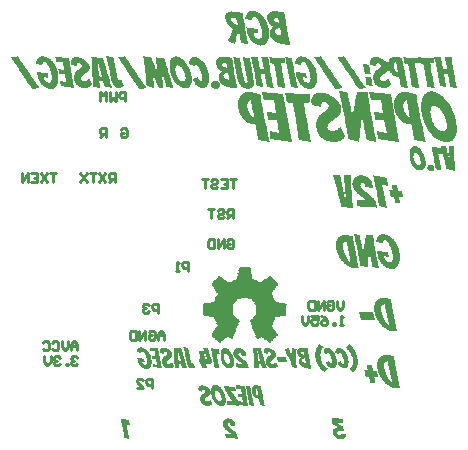
<source format=gbo>
%FSLAX25Y25*%
%MOIN*%
G70*
G01*
G75*
G04 Layer_Color=32896*
%ADD10O,0.09843X0.02756*%
%ADD11O,0.02362X0.08661*%
%ADD12R,0.03740X0.05315*%
%ADD13R,0.02000X0.02000*%
%ADD14R,0.04134X0.05512*%
%ADD15R,0.05512X0.04134*%
%ADD16R,0.06300X0.05500*%
%ADD17O,0.06693X0.01378*%
%ADD18R,0.03543X0.02559*%
%ADD19R,0.03543X0.03740*%
%ADD20R,0.03937X0.03937*%
%ADD21R,0.05315X0.03740*%
%ADD22R,0.06102X0.09449*%
%ADD23R,0.03937X0.03937*%
%ADD24C,0.05906*%
%ADD25C,0.01000*%
%ADD26C,0.02000*%
%ADD27C,0.01600*%
%ADD28C,0.03200*%
%ADD29C,0.02800*%
%ADD30C,0.01400*%
%ADD31C,0.10827*%
%ADD32C,0.10000*%
%ADD33R,0.07480X0.10236*%
%ADD34O,0.07480X0.10236*%
%ADD35O,0.09843X0.06693*%
%ADD36R,0.07874X0.07874*%
%ADD37C,0.07874*%
%ADD38R,0.05906X0.05906*%
%ADD39C,0.03400*%
%ADD40C,0.02400*%
%ADD41C,0.05000*%
%ADD42C,0.03150*%
%ADD43C,0.03000*%
%ADD44P,0.02828X4X270.0*%
%ADD45C,0.00984*%
%ADD46C,0.01575*%
%ADD47C,0.02362*%
%ADD48C,0.00800*%
%ADD49C,0.00787*%
%ADD50C,0.00591*%
%ADD51R,0.00730X0.02560*%
%ADD52R,0.06700X0.01800*%
%ADD53R,0.00650X0.02300*%
%ADD54R,0.05906X0.78740*%
%ADD55R,0.02300X0.00650*%
%ADD56R,0.01800X0.06700*%
%ADD57R,0.02560X0.00730*%
%ADD58O,0.10866X0.03780*%
%ADD59O,0.03386X0.09685*%
%ADD60R,0.04764X0.06339*%
%ADD61R,0.03024X0.03024*%
%ADD62R,0.05158X0.06535*%
%ADD63R,0.06535X0.05158*%
%ADD64R,0.07324X0.06524*%
%ADD65O,0.07717X0.02402*%
%ADD66R,0.04567X0.03583*%
%ADD67R,0.04567X0.04764*%
%ADD68R,0.06339X0.04764*%
%ADD69R,0.07126X0.10472*%
%ADD70C,0.06929*%
%ADD71C,0.11850*%
%ADD72C,0.11024*%
%ADD73C,0.01024*%
%ADD74R,0.08504X0.11260*%
%ADD75O,0.08504X0.11260*%
%ADD76O,0.10866X0.07717*%
%ADD77R,0.08898X0.08898*%
%ADD78C,0.08898*%
%ADD79R,0.06929X0.06929*%
%ADD80C,0.06024*%
%ADD81P,0.04276X4X270.0*%
%ADD82R,0.10000X0.00200*%
%ADD83R,0.10200X0.00200*%
%ADD84R,0.09800X0.00200*%
%ADD85R,0.22200X0.00200*%
%ADD86R,0.07400X0.00200*%
%ADD87R,0.07200X0.00200*%
%ADD88R,0.04800X0.00200*%
%ADD89R,0.03800X0.00200*%
%ADD90R,0.04000X0.00200*%
%ADD91R,0.04200X0.00200*%
%ADD92R,0.04400X0.00200*%
%ADD93R,0.04600X0.00200*%
%ADD94R,0.05000X0.00200*%
%ADD95R,0.05800X0.00200*%
%ADD96R,0.03400X0.00200*%
%ADD97R,0.06800X0.00200*%
%ADD98R,0.07800X0.00200*%
%ADD99R,0.08600X0.00200*%
%ADD100R,0.21400X0.00200*%
%ADD101R,0.21800X0.00200*%
%ADD102R,0.21000X0.00200*%
%ADD103R,0.20600X0.00200*%
%ADD104R,0.20200X0.00200*%
%ADD105R,0.20000X0.00200*%
%ADD106R,0.19800X0.00200*%
%ADD107R,0.19400X0.00200*%
%ADD108R,0.19200X0.00200*%
%ADD109R,0.19000X0.00200*%
%ADD110R,0.18600X0.00200*%
%ADD111R,0.18400X0.00200*%
%ADD112R,0.18200X0.00200*%
%ADD113R,0.09200X0.00200*%
%ADD114R,0.09000X0.00200*%
%ADD115R,0.08400X0.00200*%
%ADD116R,0.07600X0.00200*%
%ADD117R,0.08000X0.00200*%
%ADD118R,0.10400X0.00200*%
%ADD119R,0.07000X0.00200*%
%ADD120R,0.06600X0.00200*%
%ADD121R,0.00400X0.00200*%
%ADD122R,0.01000X0.00200*%
%ADD123R,0.01400X0.00200*%
%ADD124R,0.01800X0.00200*%
%ADD125R,0.02400X0.00200*%
%ADD126R,0.02800X0.00200*%
%ADD127R,0.00600X0.00200*%
%ADD128R,0.03000X0.00200*%
%ADD129R,0.02000X0.00200*%
%ADD130R,0.02600X0.00200*%
%ADD131R,0.01600X0.00200*%
G36*
X343741Y360307D02*
X343946Y359984D01*
X344137Y359662D01*
X344327Y359384D01*
X344488Y359135D01*
X344546Y359033D01*
X344605Y358945D01*
X344664Y358872D01*
X344693Y358813D01*
X344707Y358784D01*
X344722Y358769D01*
X345278Y357920D01*
X345820Y357086D01*
X346362Y356281D01*
X346903Y355505D01*
X347416Y354743D01*
X347899Y354041D01*
X348367Y353367D01*
X348807Y352738D01*
X349012Y352460D01*
X349202Y352181D01*
X349392Y351918D01*
X349568Y351669D01*
X349729Y351435D01*
X349875Y351215D01*
X350022Y351025D01*
X350153Y350834D01*
X350271Y350673D01*
X350373Y350542D01*
X350461Y350425D01*
X350534Y350322D01*
X350593Y350234D01*
X350637Y350176D01*
X350651Y350146D01*
X350666Y350132D01*
X348338Y349590D01*
X347899Y350249D01*
X347474Y350878D01*
X347064Y351479D01*
X346669Y352079D01*
X346289Y352635D01*
X345923Y353191D01*
X345571Y353719D01*
X345234Y354231D01*
X344898Y354714D01*
X344590Y355183D01*
X344298Y355622D01*
X344005Y356046D01*
X343741Y356456D01*
X343478Y356837D01*
X343243Y357188D01*
X343009Y357540D01*
X342790Y357862D01*
X342585Y358155D01*
X342394Y358433D01*
X342233Y358696D01*
X342072Y358930D01*
X341926Y359150D01*
X341794Y359355D01*
X341662Y359531D01*
X341560Y359677D01*
X341472Y359823D01*
X341399Y359926D01*
X341340Y360028D01*
X341282Y360102D01*
X341252Y360145D01*
X341223Y360175D01*
Y360189D01*
X341575Y360233D01*
X341897Y360277D01*
X342175Y360321D01*
X342424Y360365D01*
X342629Y360394D01*
X342819Y360438D01*
X342980Y360468D01*
X343126Y360511D01*
X343229Y360541D01*
X343331Y360555D01*
X343405Y360585D01*
X343448Y360599D01*
X343492Y360629D01*
X343522D01*
X343536Y360643D01*
X343741Y360307D01*
D02*
G37*
G36*
X335982D02*
X336187Y359984D01*
X336377Y359662D01*
X336568Y359384D01*
X336729Y359135D01*
X336787Y359033D01*
X336846Y358945D01*
X336904Y358872D01*
X336934Y358813D01*
X336948Y358784D01*
X336963Y358769D01*
X337519Y357920D01*
X338061Y357086D01*
X338603Y356281D01*
X339144Y355505D01*
X339657Y354743D01*
X340140Y354041D01*
X340608Y353367D01*
X341047Y352738D01*
X341252Y352460D01*
X341443Y352181D01*
X341633Y351918D01*
X341809Y351669D01*
X341970Y351435D01*
X342116Y351215D01*
X342263Y351025D01*
X342394Y350834D01*
X342511Y350673D01*
X342614Y350542D01*
X342702Y350425D01*
X342775Y350322D01*
X342833Y350234D01*
X342877Y350176D01*
X342892Y350146D01*
X342907Y350132D01*
X340579Y349590D01*
X340140Y350249D01*
X339715Y350878D01*
X339305Y351479D01*
X338910Y352079D01*
X338529Y352635D01*
X338163Y353191D01*
X337812Y353719D01*
X337475Y354231D01*
X337139Y354714D01*
X336831Y355183D01*
X336538Y355622D01*
X336245Y356046D01*
X335982Y356456D01*
X335718Y356837D01*
X335484Y357188D01*
X335250Y357540D01*
X335030Y357862D01*
X334825Y358155D01*
X334635Y358433D01*
X334474Y358696D01*
X334313Y358930D01*
X334167Y359150D01*
X334035Y359355D01*
X333903Y359531D01*
X333801Y359677D01*
X333713Y359823D01*
X333640Y359926D01*
X333581Y360028D01*
X333523Y360102D01*
X333493Y360145D01*
X333464Y360175D01*
Y360189D01*
X333815Y360233D01*
X334137Y360277D01*
X334416Y360321D01*
X334664Y360365D01*
X334869Y360394D01*
X335060Y360438D01*
X335221Y360468D01*
X335367Y360511D01*
X335470Y360541D01*
X335572Y360555D01*
X335645Y360585D01*
X335689Y360599D01*
X335733Y360629D01*
X335762D01*
X335777Y360643D01*
X335982Y360307D01*
D02*
G37*
G36*
X300846Y352372D02*
X300949Y352357D01*
X301036Y352328D01*
X301110Y352313D01*
X301168Y352284D01*
X301197Y352269D01*
X301212D01*
X301344Y352196D01*
X301461Y352108D01*
X301578Y352006D01*
X301666Y351903D01*
X301798Y351698D01*
X301885Y351493D01*
X301944Y351303D01*
X301973Y351142D01*
X301988Y351083D01*
Y351039D01*
Y351010D01*
Y350995D01*
X301973Y350805D01*
X301944Y350629D01*
X301885Y350468D01*
X301827Y350337D01*
X301783Y350220D01*
X301724Y350146D01*
X301695Y350088D01*
X301680Y350073D01*
X301563Y349956D01*
X301432Y349868D01*
X301344Y349810D01*
X301314Y349795D01*
X301300D01*
X301110Y349722D01*
X300905Y349693D01*
X300831Y349678D01*
X300700D01*
X300421Y349693D01*
X300173Y349751D01*
X299953Y349824D01*
X299763Y349898D01*
X299616Y349985D01*
X299499Y350044D01*
X299441Y350102D01*
X299411Y350117D01*
X299265Y350278D01*
X299148Y350454D01*
X299075Y350615D01*
X299016Y350776D01*
X298987Y350922D01*
X298957Y351025D01*
Y351098D01*
Y351127D01*
X298972Y351303D01*
X299016Y351464D01*
X299089Y351610D01*
X299162Y351742D01*
X299236Y351845D01*
X299309Y351918D01*
X299353Y351976D01*
X299367Y351991D01*
X299543Y352123D01*
X299733Y352225D01*
X299938Y352284D01*
X300129Y352342D01*
X300319Y352372D01*
X300465Y352386D01*
X300597D01*
X300846Y352372D01*
D02*
G37*
G36*
X303423Y360409D02*
X303950Y360365D01*
X304477Y360292D01*
X304975Y360233D01*
X305209Y360189D01*
X305414Y360160D01*
X305604Y360116D01*
X305765Y360087D01*
X305897Y360072D01*
X305999Y360043D01*
X306058Y360028D01*
X306087D01*
X306234Y359091D01*
X306307Y358623D01*
X306365Y358169D01*
X306438Y357745D01*
X306497Y357320D01*
X306556Y356925D01*
X306614Y356559D01*
X306673Y356222D01*
X306717Y355915D01*
X306761Y355651D01*
X306790Y355417D01*
X306819Y355241D01*
X306848Y355109D01*
X306863Y355022D01*
Y355007D01*
Y354992D01*
X307024Y354055D01*
X307112Y353601D01*
X307200Y353162D01*
X307288Y352723D01*
X307375Y352313D01*
X307449Y351933D01*
X307537Y351567D01*
X307610Y351230D01*
X307683Y350937D01*
X307756Y350659D01*
X307815Y350439D01*
X307859Y350264D01*
X307888Y350132D01*
X307903Y350044D01*
X307917Y350015D01*
X307580Y349985D01*
X307419Y349971D01*
X307273D01*
X307156Y349956D01*
X306965D01*
X306497Y349971D01*
X306058Y350015D01*
X305648Y350088D01*
X305282Y350161D01*
X305121Y350190D01*
X304975Y350220D01*
X304843Y350264D01*
X304740Y350293D01*
X304652Y350322D01*
X304594Y350337D01*
X304550Y350351D01*
X304535D01*
X304316Y350439D01*
X304096Y350512D01*
X303906Y350600D01*
X303745Y350673D01*
X303598Y350747D01*
X303481Y350805D01*
X303423Y350834D01*
X303393Y350849D01*
X303188Y350966D01*
X303013Y351083D01*
X302852Y351201D01*
X302705Y351318D01*
X302603Y351405D01*
X302515Y351479D01*
X302456Y351537D01*
X302442Y351552D01*
X302295Y351713D01*
X302164Y351874D01*
X302061Y352020D01*
X301959Y352167D01*
X301900Y352284D01*
X301841Y352372D01*
X301812Y352445D01*
X301798Y352460D01*
X301710Y352650D01*
X301651Y352825D01*
X301607Y352987D01*
X301578Y353148D01*
X301563Y353265D01*
X301549Y353367D01*
Y353440D01*
Y353455D01*
X301563Y353719D01*
X301593Y353967D01*
X301651Y354187D01*
X301724Y354407D01*
X301812Y354597D01*
X301900Y354773D01*
X302003Y354934D01*
X302105Y355065D01*
X302222Y355197D01*
X302325Y355300D01*
X302413Y355387D01*
X302500Y355461D01*
X302573Y355519D01*
X302632Y355563D01*
X302661Y355578D01*
X302676Y355592D01*
X302398Y355724D01*
X302134Y355885D01*
X301915Y356061D01*
X301710Y356237D01*
X301549Y356398D01*
X301432Y356529D01*
X301358Y356632D01*
X301329Y356647D01*
Y356661D01*
X301139Y356954D01*
X301066Y357100D01*
X301007Y357232D01*
X300949Y357349D01*
X300919Y357437D01*
X300890Y357496D01*
Y357510D01*
X300831Y357686D01*
X300787Y357862D01*
X300758Y358037D01*
X300729Y358198D01*
Y358330D01*
X300714Y358433D01*
Y358491D01*
Y358521D01*
X300729Y358711D01*
X300744Y358887D01*
X300787Y359048D01*
X300817Y359179D01*
X300861Y359296D01*
X300905Y359370D01*
X300919Y359428D01*
X300934Y359443D01*
X301051Y359618D01*
X301183Y359765D01*
X301329Y359897D01*
X301476Y360014D01*
X301651Y360102D01*
X301812Y360189D01*
X302149Y360307D01*
X302456Y360365D01*
X302588Y360394D01*
X302705Y360409D01*
X302808Y360424D01*
X303174D01*
X303423Y360409D01*
D02*
G37*
G36*
X287597Y360526D02*
X287846Y360482D01*
X288109Y360424D01*
X288343Y360336D01*
X288578Y360233D01*
X288797Y360131D01*
X289017Y360014D01*
X289207Y359897D01*
X289383Y359765D01*
X289544Y359648D01*
X289690Y359545D01*
X289807Y359443D01*
X289895Y359355D01*
X289968Y359296D01*
X290012Y359253D01*
X290027Y359238D01*
X290452Y358769D01*
X290832Y358257D01*
X291154Y357759D01*
X291432Y357276D01*
X291550Y357056D01*
X291652Y356866D01*
X291740Y356676D01*
X291813Y356529D01*
X291872Y356398D01*
X291916Y356310D01*
X291930Y356237D01*
X291945Y356222D01*
X292077Y355885D01*
X292179Y355549D01*
X292282Y355226D01*
X292355Y354919D01*
X292428Y354626D01*
X292487Y354348D01*
X292530Y354085D01*
X292574Y353836D01*
X292604Y353616D01*
X292618Y353411D01*
X292633Y353250D01*
X292648Y353104D01*
X292662Y352987D01*
Y352899D01*
Y352840D01*
Y352825D01*
Y352562D01*
X292633Y352313D01*
X292604Y352079D01*
X292574Y351874D01*
X292516Y351669D01*
X292472Y351493D01*
X292413Y351332D01*
X292355Y351186D01*
X292311Y351054D01*
X292252Y350937D01*
X292194Y350849D01*
X292150Y350776D01*
X292121Y350703D01*
X292091Y350659D01*
X292062Y350644D01*
Y350629D01*
X291960Y350512D01*
X291842Y350410D01*
X291594Y350234D01*
X291345Y350117D01*
X291110Y350044D01*
X290891Y349985D01*
X290730Y349971D01*
X290657Y349956D01*
X290569D01*
X290349Y349971D01*
X290144Y350000D01*
X289925Y350044D01*
X289720Y350102D01*
X289324Y350264D01*
X288958Y350439D01*
X288797Y350527D01*
X288651Y350600D01*
X288534Y350688D01*
X288417Y350761D01*
X288329Y350820D01*
X288270Y350864D01*
X288226Y350893D01*
X288212Y350908D01*
X287992Y351098D01*
X287772Y351288D01*
X287582Y351479D01*
X287421Y351654D01*
X287275Y351815D01*
X287158Y351933D01*
X287099Y352020D01*
X287070Y352050D01*
X286879Y352313D01*
X286689Y352577D01*
X286528Y352825D01*
X286396Y353060D01*
X286279Y353265D01*
X286191Y353426D01*
X286162Y353484D01*
X286133Y353528D01*
X286118Y353557D01*
Y353572D01*
X285972Y353894D01*
X285840Y354231D01*
X285737Y354538D01*
X285635Y354831D01*
X285577Y355080D01*
X285547Y355183D01*
X285518Y355270D01*
X285503Y355344D01*
X285489Y355402D01*
X285474Y355431D01*
Y355446D01*
X285386Y355827D01*
X285328Y356163D01*
X285284Y356486D01*
X285254Y356764D01*
X285240Y356983D01*
X285225Y357086D01*
Y357159D01*
Y357218D01*
Y357261D01*
Y357291D01*
Y357305D01*
Y357583D01*
X285240Y357847D01*
X285269Y358096D01*
X285284Y358315D01*
X285328Y358521D01*
X285357Y358711D01*
X285401Y358872D01*
X285430Y359033D01*
X285474Y359165D01*
X285518Y359282D01*
X285547Y359384D01*
X285577Y359457D01*
X285606Y359531D01*
X285635Y359575D01*
X285650Y359589D01*
Y359604D01*
X285752Y359765D01*
X285869Y359911D01*
X286001Y360043D01*
X286133Y360145D01*
X286279Y360233D01*
X286411Y360307D01*
X286689Y360424D01*
X286938Y360497D01*
X287055Y360511D01*
X287143Y360526D01*
X287216Y360541D01*
X287333D01*
X287597Y360526D01*
D02*
G37*
G36*
X270644Y360307D02*
X270849Y359984D01*
X271039Y359662D01*
X271229Y359384D01*
X271390Y359135D01*
X271449Y359033D01*
X271507Y358945D01*
X271566Y358872D01*
X271595Y358813D01*
X271610Y358784D01*
X271625Y358769D01*
X272181Y357920D01*
X272723Y357086D01*
X273264Y356281D01*
X273806Y355505D01*
X274318Y354743D01*
X274801Y354041D01*
X275270Y353367D01*
X275709Y352738D01*
X275914Y352460D01*
X276104Y352181D01*
X276295Y351918D01*
X276470Y351669D01*
X276631Y351435D01*
X276778Y351215D01*
X276924Y351025D01*
X277056Y350834D01*
X277173Y350673D01*
X277276Y350542D01*
X277363Y350425D01*
X277437Y350322D01*
X277495Y350234D01*
X277539Y350176D01*
X277554Y350146D01*
X277568Y350132D01*
X275241Y349590D01*
X274801Y350249D01*
X274377Y350878D01*
X273967Y351479D01*
X273572Y352079D01*
X273191Y352635D01*
X272825Y353191D01*
X272474Y353719D01*
X272137Y354231D01*
X271800Y354714D01*
X271493Y355183D01*
X271200Y355622D01*
X270907Y356046D01*
X270644Y356456D01*
X270380Y356837D01*
X270146Y357188D01*
X269912Y357540D01*
X269692Y357862D01*
X269487Y358155D01*
X269297Y358433D01*
X269136Y358696D01*
X268975Y358930D01*
X268828Y359150D01*
X268697Y359355D01*
X268565Y359531D01*
X268462Y359677D01*
X268374Y359823D01*
X268301Y359926D01*
X268243Y360028D01*
X268184Y360102D01*
X268155Y360145D01*
X268126Y360175D01*
Y360189D01*
X268477Y360233D01*
X268799Y360277D01*
X269077Y360321D01*
X269326Y360365D01*
X269531Y360394D01*
X269721Y360438D01*
X269882Y360468D01*
X270029Y360511D01*
X270131Y360541D01*
X270234Y360555D01*
X270307Y360585D01*
X270351Y360599D01*
X270395Y360629D01*
X270424D01*
X270439Y360643D01*
X270644Y360307D01*
D02*
G37*
G36*
X348879Y275232D02*
X349332Y275217D01*
X349769Y275201D01*
X350175D01*
X350347Y275185D01*
X351378D01*
X351534Y275201D01*
X351878D01*
X352222Y275217D01*
X352550Y275232D01*
X352831D01*
X352940Y275248D01*
X353096D01*
X353815Y272593D01*
X353346D01*
X353206Y272608D01*
X352893D01*
X352675Y272624D01*
X352456D01*
X352222Y272639D01*
X351113D01*
X350925Y272624D01*
X350503D01*
X350050Y272608D01*
X349832D01*
X349629Y272593D01*
X349285D01*
X349144Y272577D01*
X348941D01*
X348426Y275264D01*
X348879Y275232D01*
D02*
G37*
G36*
X356876Y279965D02*
X357126Y279950D01*
X357329Y279934D01*
X357501Y279903D01*
X357642Y279887D01*
X357720Y279872D01*
X357751D01*
X358235Y279793D01*
X358454Y279747D01*
X358657Y279715D01*
X358813Y279684D01*
X358954Y279653D01*
X359032Y279637D01*
X359063D01*
X359094Y279387D01*
X359141Y279090D01*
X359188Y278778D01*
X359251Y278434D01*
X359313Y278075D01*
X359376Y277700D01*
X359438Y277294D01*
X359516Y276888D01*
X359672Y276029D01*
X359828Y275139D01*
X360000Y274248D01*
X360172Y273358D01*
X360328Y272499D01*
X360406Y272077D01*
X360485Y271687D01*
X360563Y271312D01*
X360625Y270953D01*
X360703Y270609D01*
X360766Y270297D01*
X360813Y270015D01*
X360859Y269765D01*
X360906Y269547D01*
X360938Y269359D01*
X360969Y269203D01*
X361000Y269094D01*
X361016Y269031D01*
Y269000D01*
X360828Y268984D01*
X360672Y268969D01*
X360516Y268953D01*
X360406D01*
X360297Y268937D01*
X360172D01*
X359813Y268953D01*
X359469Y269000D01*
X359141Y269062D01*
X358813Y269141D01*
X358516Y269234D01*
X358220Y269344D01*
X357939Y269469D01*
X357689Y269594D01*
X357454Y269703D01*
X357251Y269828D01*
X357064Y269937D01*
X356908Y270031D01*
X356798Y270109D01*
X356704Y270171D01*
X356642Y270218D01*
X356626Y270234D01*
X356361Y270468D01*
X356095Y270703D01*
X355642Y271202D01*
X355424Y271452D01*
X355236Y271702D01*
X355064Y271952D01*
X354893Y272186D01*
X354752Y272405D01*
X354627Y272608D01*
X354518Y272796D01*
X354424Y272952D01*
X354362Y273092D01*
X354315Y273186D01*
X354283Y273249D01*
X354268Y273264D01*
X354112Y273592D01*
X353987Y273920D01*
X353877Y274248D01*
X353784Y274561D01*
X353706Y274857D01*
X353627Y275139D01*
X353580Y275389D01*
X353534Y275639D01*
X353487Y275873D01*
X353471Y276060D01*
X353455Y276248D01*
X353440Y276388D01*
X353424Y276513D01*
Y276591D01*
Y276654D01*
Y276669D01*
Y276935D01*
X353455Y277185D01*
X353534Y277654D01*
X353580Y277856D01*
X353643Y278060D01*
X353690Y278231D01*
X353752Y278388D01*
X353815Y278528D01*
X353877Y278653D01*
X353940Y278763D01*
X353987Y278856D01*
X354033Y278919D01*
X354065Y278966D01*
X354080Y278997D01*
X354096Y279012D01*
X354237Y279169D01*
X354377Y279309D01*
X354533Y279434D01*
X354690Y279528D01*
X354815Y279606D01*
X354924Y279668D01*
X354986Y279700D01*
X355017Y279715D01*
X355236Y279809D01*
X355455Y279872D01*
X355689Y279918D01*
X355892Y279950D01*
X356080Y279965D01*
X356220Y279981D01*
X356626D01*
X356876Y279965D01*
D02*
G37*
G36*
X357876Y260965D02*
X358126Y260950D01*
X358329Y260934D01*
X358501Y260903D01*
X358642Y260887D01*
X358720Y260872D01*
X358751D01*
X359235Y260793D01*
X359454Y260747D01*
X359657Y260715D01*
X359813Y260684D01*
X359954Y260653D01*
X360032Y260637D01*
X360063D01*
X360094Y260387D01*
X360141Y260090D01*
X360188Y259778D01*
X360251Y259435D01*
X360313Y259075D01*
X360375Y258700D01*
X360438Y258294D01*
X360516Y257888D01*
X360672Y257029D01*
X360828Y256139D01*
X361000Y255248D01*
X361172Y254358D01*
X361328Y253499D01*
X361406Y253077D01*
X361485Y252687D01*
X361563Y252312D01*
X361625Y251953D01*
X361703Y251609D01*
X361766Y251296D01*
X361813Y251015D01*
X361859Y250765D01*
X361906Y250547D01*
X361937Y250359D01*
X361969Y250203D01*
X362000Y250094D01*
X362016Y250031D01*
Y250000D01*
X361828Y249984D01*
X361672Y249969D01*
X361516Y249953D01*
X361406D01*
X361297Y249938D01*
X361172D01*
X360813Y249953D01*
X360469Y250000D01*
X360141Y250062D01*
X359813Y250141D01*
X359516Y250234D01*
X359220Y250344D01*
X358939Y250469D01*
X358689Y250594D01*
X358454Y250703D01*
X358251Y250828D01*
X358064Y250937D01*
X357908Y251031D01*
X357798Y251109D01*
X357704Y251171D01*
X357642Y251218D01*
X357626Y251234D01*
X357361Y251468D01*
X357095Y251703D01*
X356642Y252202D01*
X356424Y252452D01*
X356236Y252702D01*
X356064Y252952D01*
X355893Y253186D01*
X355752Y253405D01*
X355627Y253608D01*
X355518Y253796D01*
X355424Y253952D01*
X355362Y254092D01*
X355315Y254186D01*
X355283Y254249D01*
X355268Y254264D01*
X355112Y254592D01*
X354987Y254920D01*
X354877Y255248D01*
X354784Y255561D01*
X354706Y255857D01*
X354627Y256139D01*
X354580Y256389D01*
X354534Y256639D01*
X354487Y256873D01*
X354471Y257060D01*
X354455Y257248D01*
X354440Y257388D01*
X354424Y257513D01*
Y257591D01*
Y257654D01*
Y257669D01*
Y257935D01*
X354455Y258185D01*
X354534Y258653D01*
X354580Y258857D01*
X354643Y259060D01*
X354690Y259231D01*
X354752Y259388D01*
X354815Y259528D01*
X354877Y259653D01*
X354940Y259763D01*
X354987Y259856D01*
X355033Y259919D01*
X355065Y259966D01*
X355080Y259997D01*
X355096Y260012D01*
X355237Y260169D01*
X355377Y260309D01*
X355533Y260434D01*
X355690Y260528D01*
X355815Y260606D01*
X355924Y260668D01*
X355986Y260700D01*
X356017Y260715D01*
X356236Y260809D01*
X356455Y260872D01*
X356689Y260918D01*
X356892Y260950D01*
X357080Y260965D01*
X357220Y260981D01*
X357626D01*
X357876Y260965D01*
D02*
G37*
G36*
X234951Y360307D02*
X235156Y359984D01*
X235347Y359662D01*
X235537Y359384D01*
X235698Y359135D01*
X235757Y359033D01*
X235815Y358945D01*
X235874Y358872D01*
X235903Y358813D01*
X235918Y358784D01*
X235932Y358769D01*
X236489Y357920D01*
X237030Y357086D01*
X237572Y356281D01*
X238114Y355505D01*
X238626Y354743D01*
X239109Y354041D01*
X239578Y353367D01*
X240017Y352738D01*
X240222Y352460D01*
X240412Y352181D01*
X240602Y351918D01*
X240778Y351669D01*
X240939Y351435D01*
X241086Y351215D01*
X241232Y351025D01*
X241364Y350834D01*
X241481Y350673D01*
X241583Y350542D01*
X241671Y350425D01*
X241744Y350322D01*
X241803Y350234D01*
X241847Y350176D01*
X241861Y350146D01*
X241876Y350132D01*
X239548Y349590D01*
X239109Y350249D01*
X238685Y350878D01*
X238275Y351479D01*
X237879Y352079D01*
X237499Y352635D01*
X237133Y353191D01*
X236781Y353719D01*
X236445Y354231D01*
X236108Y354714D01*
X235801Y355183D01*
X235508Y355622D01*
X235215Y356046D01*
X234951Y356456D01*
X234688Y356837D01*
X234454Y357188D01*
X234219Y357540D01*
X234000Y357862D01*
X233795Y358155D01*
X233605Y358433D01*
X233443Y358696D01*
X233282Y358930D01*
X233136Y359150D01*
X233004Y359355D01*
X232873Y359531D01*
X232770Y359677D01*
X232682Y359823D01*
X232609Y359926D01*
X232550Y360028D01*
X232492Y360102D01*
X232463Y360145D01*
X232433Y360175D01*
Y360189D01*
X232785Y360233D01*
X233107Y360277D01*
X233385Y360321D01*
X233634Y360365D01*
X233839Y360394D01*
X234029Y360438D01*
X234190Y360468D01*
X234336Y360511D01*
X234439Y360541D01*
X234541Y360555D01*
X234615Y360585D01*
X234659Y360599D01*
X234702Y360629D01*
X234732D01*
X234746Y360643D01*
X234951Y360307D01*
D02*
G37*
G36*
X351019Y257701D02*
X351144Y257685D01*
X351410Y257654D01*
X351706Y257638D01*
X352019Y257607D01*
X352284Y257591D01*
X352409Y257576D01*
X352612D01*
X352675Y257560D01*
X352737D01*
X352784Y257357D01*
X352815Y257154D01*
X352831Y257076D01*
X352847Y257013D01*
X352862Y256982D01*
Y256966D01*
X352893Y256748D01*
X352925Y256576D01*
X352940Y256498D01*
Y256451D01*
X352956Y256420D01*
Y256404D01*
X352987Y256201D01*
X353018Y256014D01*
X353034Y255936D01*
Y255873D01*
X353050Y255842D01*
Y255826D01*
X353471Y255779D01*
X353675Y255764D01*
X353862D01*
X354034Y255748D01*
X354440D01*
X354487Y255404D01*
X354534Y255045D01*
X354580Y254670D01*
X354612Y254311D01*
X354643Y253999D01*
X354659Y253858D01*
X354674Y253749D01*
Y253655D01*
X354690Y253577D01*
Y253530D01*
Y253515D01*
X353471D01*
X353550Y253093D01*
X353628Y252733D01*
X353706Y252421D01*
X353768Y252156D01*
X353815Y251953D01*
X353846Y251812D01*
X353862Y251718D01*
X353878Y251687D01*
X352081Y251781D01*
X352019Y252124D01*
X351972Y252437D01*
X351925Y252733D01*
X351894Y252999D01*
X351878Y253218D01*
X351863Y253390D01*
X351847Y253452D01*
Y253499D01*
Y253515D01*
Y253530D01*
X351691Y253515D01*
X351410D01*
X350660Y253499D01*
X350582Y253952D01*
X350504Y254389D01*
X350410Y254795D01*
X350347Y255186D01*
X350301Y255342D01*
X350269Y255498D01*
X350254Y255639D01*
X350222Y255748D01*
X350207Y255842D01*
X350191Y255904D01*
X350176Y255951D01*
Y255967D01*
X350301Y255951D01*
X350410Y255936D01*
X350504Y255920D01*
X350691D01*
X350816Y255904D01*
X350910Y255889D01*
X350941D01*
X351097Y255873D01*
X351222Y255857D01*
X351331Y255842D01*
X351363D01*
X351300Y256076D01*
X351269Y256264D01*
X351238Y256342D01*
Y256404D01*
X351222Y256435D01*
Y256451D01*
X351160Y256685D01*
X351113Y256888D01*
X351097Y256966D01*
X351082Y257029D01*
X351066Y257076D01*
Y257091D01*
X351004Y257326D01*
X350972Y257529D01*
X350941Y257607D01*
Y257669D01*
X350925Y257701D01*
Y257716D01*
X351019Y257701D01*
D02*
G37*
G36*
X276719Y360585D02*
X276851Y360570D01*
X276954Y360555D01*
X277041Y360541D01*
X277100Y360526D01*
X277144Y360511D01*
X277158D01*
X277407Y360482D01*
X277656Y360438D01*
X277759Y360424D01*
X277847Y360409D01*
X277905Y360394D01*
X277920D01*
X278095Y360365D01*
X278286Y360350D01*
X278476Y360321D01*
X278652Y360307D01*
X278813Y360277D01*
X278945Y360263D01*
X279032Y360248D01*
X279062D01*
X279106Y360145D01*
X279164Y360014D01*
X279237Y359867D01*
X279296Y359706D01*
X279442Y359355D01*
X279603Y358960D01*
X279779Y358535D01*
X279955Y358096D01*
X280306Y357188D01*
X280467Y356749D01*
X280628Y356325D01*
X280775Y355944D01*
X280906Y355607D01*
X280950Y355446D01*
X281009Y355314D01*
X281053Y355197D01*
X281082Y355109D01*
X281111Y355022D01*
X281141Y354963D01*
X281155Y354934D01*
Y354919D01*
X281346D01*
X281287Y355300D01*
X281243Y355651D01*
X281185Y355944D01*
X281155Y356207D01*
X281126Y356412D01*
X281097Y356559D01*
Y356617D01*
X281082Y356661D01*
Y356676D01*
Y356691D01*
X281038Y356939D01*
X281009Y357174D01*
X280979Y357364D01*
X280950Y357540D01*
X280936Y357671D01*
X280921Y357759D01*
X280906Y357832D01*
Y357847D01*
X280848Y358169D01*
X280833Y358330D01*
X280819Y358462D01*
X280789Y358564D01*
Y358652D01*
X280775Y358711D01*
Y358725D01*
X280731Y359033D01*
X280716Y359165D01*
X280701Y359282D01*
X280687Y359384D01*
X280672Y359472D01*
Y359516D01*
Y359531D01*
X280628Y359809D01*
X280613Y359926D01*
X280599Y360028D01*
Y360102D01*
X280584Y360160D01*
Y360204D01*
Y360219D01*
X280877Y360189D01*
X281155Y360175D01*
X281404Y360145D01*
X281624Y360131D01*
X281799Y360102D01*
X281946Y360087D01*
X282034Y360072D01*
X282063D01*
X282590Y360028D01*
X282839Y359999D01*
X283058D01*
X283249Y359984D01*
X283541D01*
X283615Y359677D01*
X283703Y359355D01*
X283805Y359018D01*
X283893Y358667D01*
X284113Y357906D01*
X284347Y357115D01*
X284596Y356295D01*
X284844Y355475D01*
X285108Y354656D01*
X285357Y353850D01*
X285591Y353089D01*
X285708Y352738D01*
X285825Y352386D01*
X285928Y352050D01*
X286030Y351742D01*
X286118Y351449D01*
X286206Y351186D01*
X286294Y350937D01*
X286352Y350717D01*
X286426Y350527D01*
X286470Y350366D01*
X286513Y350249D01*
X286543Y350146D01*
X286572Y350088D01*
Y350073D01*
X284259Y350220D01*
X284215Y350381D01*
X284156Y350556D01*
X284098Y350761D01*
X284025Y350966D01*
X283981Y351157D01*
X283937Y351303D01*
X283922Y351361D01*
X283908Y351405D01*
X283893Y351435D01*
Y351449D01*
X283776Y351845D01*
X283732Y352020D01*
X283673Y352196D01*
X283629Y352342D01*
X283600Y352460D01*
X283585Y352533D01*
X283571Y352562D01*
X283512Y352782D01*
X283454Y353001D01*
X283395Y353191D01*
X283351Y353367D01*
X283307Y353514D01*
X283293Y353616D01*
X283263Y353689D01*
Y353719D01*
X283205Y353924D01*
X283161Y354114D01*
X283117Y354275D01*
X283073Y354421D01*
X283044Y354538D01*
X283014Y354626D01*
X283000Y354685D01*
Y354699D01*
X282956Y354846D01*
X282927Y354978D01*
X282897Y355095D01*
X282883Y355168D01*
X282868Y355241D01*
X282853Y355285D01*
Y355300D01*
Y355314D01*
X282648D01*
X283102Y350088D01*
X282268Y350132D01*
X282136Y350146D01*
X281990D01*
X281858Y350161D01*
X281726D01*
X281609Y350176D01*
X281433D01*
X281302Y350615D01*
X281228Y350834D01*
X281155Y351025D01*
X281111Y351186D01*
X281067Y351303D01*
X281038Y351391D01*
X281023Y351420D01*
X280936Y351669D01*
X280833Y351903D01*
X280760Y352137D01*
X280687Y352328D01*
X280613Y352503D01*
X280570Y352635D01*
X280540Y352723D01*
X280526Y352752D01*
X280438Y353001D01*
X280350Y353250D01*
X280262Y353470D01*
X280189Y353660D01*
X280130Y353836D01*
X280086Y353953D01*
X280057Y354041D01*
X280043Y354070D01*
X279955Y354319D01*
X279867Y354538D01*
X279794Y354758D01*
X279735Y354934D01*
X279677Y355095D01*
X279633Y355212D01*
X279618Y355285D01*
X279603Y355314D01*
X279472D01*
X279516Y355036D01*
X279574Y354729D01*
X279618Y354407D01*
X279647Y354085D01*
X279691Y353806D01*
X279706Y353689D01*
Y353587D01*
X279720Y353499D01*
X279735Y353440D01*
Y353397D01*
Y353382D01*
X279925Y351728D01*
X279969Y351347D01*
X279999Y351010D01*
X280028Y350747D01*
X280043Y350512D01*
Y350351D01*
X280057Y350234D01*
Y350161D01*
Y350132D01*
X277598Y350571D01*
X277510Y351684D01*
X277422Y352752D01*
X277320Y353763D01*
X277276Y354231D01*
X277232Y354699D01*
X277173Y355153D01*
X277129Y355592D01*
X277085Y356017D01*
X277041Y356427D01*
X276983Y356808D01*
X276939Y357188D01*
X276895Y357540D01*
X276851Y357876D01*
X276807Y358198D01*
X276778Y358506D01*
X276734Y358784D01*
X276690Y359048D01*
X276661Y359296D01*
X276631Y359516D01*
X276602Y359721D01*
X276573Y359911D01*
X276544Y360072D01*
X276529Y360219D01*
X276500Y360350D01*
X276485Y360453D01*
X276470Y360526D01*
Y360585D01*
X276456Y360614D01*
Y360629D01*
X276719Y360585D01*
D02*
G37*
G36*
X259459Y360394D02*
X259737Y360350D01*
X260044Y360307D01*
X260366Y360263D01*
X261011Y360189D01*
X261333Y360145D01*
X261640Y360116D01*
X261933Y360087D01*
X262196Y360072D01*
X262445Y360043D01*
X262650Y360028D01*
X262826Y360014D01*
X262958D01*
X263046Y359999D01*
X263075D01*
X263207Y359516D01*
X263280Y359282D01*
X263338Y359062D01*
X263397Y358887D01*
X263441Y358740D01*
X263455Y358682D01*
X263470Y358638D01*
X263485Y358623D01*
Y358608D01*
X263573Y358315D01*
X263646Y358037D01*
X263734Y357774D01*
X263807Y357540D01*
X263865Y357320D01*
X263909Y357174D01*
X263924Y357115D01*
X263939Y357071D01*
X263953Y357042D01*
Y357027D01*
X264041Y356720D01*
X264129Y356427D01*
X264202Y356149D01*
X264275Y355900D01*
X264349Y355680D01*
X264392Y355519D01*
X264407Y355461D01*
X264422Y355417D01*
X264436Y355387D01*
Y355373D01*
X264539Y355036D01*
X264641Y354685D01*
X264744Y354333D01*
X264846Y353997D01*
X264905Y353836D01*
X264949Y353689D01*
X264978Y353557D01*
X265007Y353455D01*
X265037Y353367D01*
X265066Y353294D01*
X265080Y353250D01*
Y353235D01*
X265227Y352723D01*
X265388Y352196D01*
X265549Y351669D01*
X265622Y351420D01*
X265695Y351171D01*
X265769Y350937D01*
X265827Y350732D01*
X265886Y350542D01*
X265930Y350381D01*
X265959Y350249D01*
X265988Y350161D01*
X266017Y350088D01*
Y350073D01*
X265710Y350117D01*
X265564Y350132D01*
X265446Y350146D01*
X265329Y350161D01*
X265256Y350176D01*
X265183D01*
X264876Y350205D01*
X264744Y350234D01*
X264612Y350249D01*
X264510Y350264D01*
X264422D01*
X264363Y350278D01*
X264349D01*
X264187Y350293D01*
X264056Y350322D01*
X263924Y350337D01*
X263821Y350351D01*
X263734Y350366D01*
X263675Y350381D01*
X263616D01*
X263046Y352401D01*
X261816D01*
X261860Y351991D01*
X261904Y351581D01*
X261947Y351186D01*
X261991Y350820D01*
X262006Y350644D01*
X262021Y350498D01*
X262035Y350351D01*
X262050Y350234D01*
X262065Y350146D01*
X262079Y350073D01*
Y350029D01*
Y350015D01*
X261816Y350059D01*
X261684Y350088D01*
X261567Y350102D01*
X261464Y350117D01*
X261391Y350132D01*
X261333Y350146D01*
X261318D01*
X261011Y350190D01*
X260879Y350220D01*
X260762Y350234D01*
X260659Y350249D01*
X260571D01*
X260527Y350264D01*
X260513D01*
X260220Y350307D01*
X260088Y350337D01*
X259957Y350351D01*
X259854Y350366D01*
X259781Y350381D01*
X259722Y350395D01*
X259708D01*
X259649Y351581D01*
X259605Y352782D01*
X259576Y353353D01*
X259547Y353924D01*
X259532Y354465D01*
X259503Y354978D01*
X259488Y355446D01*
X259459Y355885D01*
X259444Y356266D01*
X259429Y356442D01*
Y356588D01*
Y356734D01*
X259415Y356852D01*
Y356969D01*
Y357056D01*
X259400Y357130D01*
Y357174D01*
Y357203D01*
Y357218D01*
X259371Y357891D01*
X259342Y358198D01*
X259327Y358506D01*
X259312Y358784D01*
X259298Y359048D01*
X259283Y359296D01*
X259268Y359531D01*
X259254Y359736D01*
X259239Y359911D01*
X259225Y360072D01*
X259210Y360204D01*
Y360307D01*
X259195Y360380D01*
Y360424D01*
Y360438D01*
X259459Y360394D01*
D02*
G37*
G36*
X351940Y353719D02*
X352262D01*
X352379Y353704D01*
X352481D01*
X352540Y353353D01*
X352584Y353016D01*
X352628Y352708D01*
X352686Y352401D01*
X352730Y352137D01*
X352774Y351874D01*
X352818Y351640D01*
X352847Y351420D01*
X352877Y351230D01*
X352921Y351069D01*
X352935Y350922D01*
X352964Y350805D01*
X352979Y350703D01*
X352994Y350644D01*
X353008Y350600D01*
Y350586D01*
X352672Y350673D01*
X352320Y350747D01*
X351969Y350791D01*
X351647Y350834D01*
X351369Y350878D01*
X351252D01*
X351149Y350893D01*
X351061D01*
X351003Y350908D01*
X350944D01*
X350856Y351464D01*
X350768Y351991D01*
X350725Y352240D01*
X350695Y352460D01*
X350651Y352679D01*
X350622Y352884D01*
X350593Y353074D01*
X350563Y353235D01*
X350534Y353367D01*
X350519Y353499D01*
X350505Y353587D01*
X350490Y353660D01*
X350476Y353704D01*
Y353719D01*
X350607Y353733D01*
X351764D01*
X351940Y353719D01*
D02*
G37*
G36*
X293819Y360277D02*
X294199Y360204D01*
X294551Y360102D01*
X294844Y359984D01*
X294975Y359926D01*
X295093Y359867D01*
X295195Y359809D01*
X295283Y359765D01*
X295356Y359721D01*
X295400Y359692D01*
X295429Y359677D01*
X295444Y359662D01*
X295766Y359414D01*
X296073Y359135D01*
X296337Y358857D01*
X296571Y358594D01*
X296747Y358359D01*
X296835Y358272D01*
X296893Y358184D01*
X296937Y358111D01*
X296981Y358052D01*
X296996Y358023D01*
X297010Y358008D01*
X297245Y357613D01*
X297449Y357218D01*
X297625Y356822D01*
X297772Y356456D01*
X297830Y356295D01*
X297889Y356149D01*
X297933Y356017D01*
X297962Y355900D01*
X297991Y355812D01*
X298021Y355739D01*
X298035Y355695D01*
Y355680D01*
X298152Y355197D01*
X298240Y354714D01*
X298313Y354260D01*
X298343Y354055D01*
X298357Y353865D01*
X298372Y353675D01*
X298387Y353514D01*
Y353367D01*
X298401Y353235D01*
Y353133D01*
Y353060D01*
Y353016D01*
Y353001D01*
X298372Y352503D01*
X298313Y352064D01*
X298269Y351859D01*
X298211Y351684D01*
X298167Y351508D01*
X298108Y351361D01*
X298050Y351230D01*
X298006Y351098D01*
X297947Y350995D01*
X297903Y350922D01*
X297874Y350849D01*
X297845Y350805D01*
X297815Y350776D01*
Y350761D01*
X297713Y350629D01*
X297596Y350512D01*
X297479Y350395D01*
X297362Y350307D01*
X297127Y350176D01*
X296908Y350088D01*
X296703Y350029D01*
X296542Y350000D01*
X296483Y349985D01*
X296395D01*
X296220Y350000D01*
X296044Y350015D01*
X295707Y350102D01*
X295400Y350220D01*
X295122Y350351D01*
X294887Y350483D01*
X294785Y350542D01*
X294712Y350600D01*
X294639Y350644D01*
X294595Y350688D01*
X294565Y350703D01*
X294551Y350717D01*
X294199Y351069D01*
X293877Y351435D01*
X293599Y351830D01*
X293365Y352196D01*
X293277Y352357D01*
X293189Y352518D01*
X293116Y352664D01*
X293057Y352782D01*
X292999Y352884D01*
X292970Y352957D01*
X292940Y353001D01*
Y353016D01*
X294551Y353675D01*
X294595Y353499D01*
X294668Y353338D01*
X294741Y353177D01*
X294829Y353045D01*
X294902Y352928D01*
X294975Y352840D01*
X295019Y352782D01*
X295034Y352767D01*
X295180Y352621D01*
X295312Y352518D01*
X295444Y352430D01*
X295546Y352386D01*
X295634Y352357D01*
X295707Y352342D01*
X295751Y352328D01*
X295766D01*
X295839Y352342D01*
X295912Y352357D01*
X296015Y352445D01*
X296088Y352547D01*
X296132Y352679D01*
X296161Y352811D01*
X296191Y352928D01*
Y353001D01*
Y353016D01*
Y353030D01*
X296176Y353323D01*
X296132Y353631D01*
X296073Y353938D01*
X296000Y354231D01*
X295927Y354495D01*
X295898Y354612D01*
X295868Y354714D01*
X295839Y354787D01*
X295825Y354860D01*
X295810Y354890D01*
Y354904D01*
X295678Y355285D01*
X295620Y355461D01*
X295561Y355622D01*
X295502Y355753D01*
X295459Y355856D01*
X295444Y355915D01*
X295429Y355944D01*
X295341Y356134D01*
X295268Y356310D01*
X295195Y356471D01*
X295122Y356617D01*
X295063Y356720D01*
X295019Y356808D01*
X294990Y356866D01*
X294975Y356881D01*
X294887Y357027D01*
X294785Y357159D01*
X294712Y357276D01*
X294639Y357379D01*
X294565Y357452D01*
X294521Y357510D01*
X294492Y357540D01*
X294478Y357554D01*
X294390Y357642D01*
X294302Y357701D01*
X294214Y357759D01*
X294156Y357788D01*
X294097Y357803D01*
X294053Y357818D01*
X294009D01*
X293921Y357803D01*
X293848Y357759D01*
X293775Y357701D01*
X293716Y357642D01*
X293672Y357583D01*
X293643Y357525D01*
X293614Y357481D01*
Y357466D01*
X291769Y357964D01*
X291755Y358037D01*
Y358096D01*
Y358125D01*
Y358140D01*
Y358315D01*
X291769Y358638D01*
X291828Y358930D01*
X291901Y359179D01*
X291989Y359384D01*
X292091Y359545D01*
X292164Y359662D01*
X292223Y359736D01*
X292238Y359765D01*
X292428Y359941D01*
X292633Y360072D01*
X292823Y360175D01*
X293014Y360233D01*
X293175Y360277D01*
X293306Y360292D01*
X293394Y360307D01*
X293629D01*
X293819Y360277D01*
D02*
G37*
G36*
X309937Y360204D02*
X310069Y360189D01*
X310201Y360175D01*
X310303D01*
X310377Y360160D01*
X310450D01*
X310728Y360131D01*
X310860D01*
X310992Y360116D01*
X311094Y360102D01*
X311167D01*
X311226Y360087D01*
X311240D01*
X311519Y360058D01*
X311650Y360043D01*
X311753Y360028D01*
X311841D01*
X311899Y360014D01*
X311958D01*
X311972Y359955D01*
X311987Y359867D01*
X312002Y359750D01*
X312031Y359618D01*
X312089Y359326D01*
X312148Y359018D01*
X312207Y358711D01*
X312236Y358564D01*
X312265Y358447D01*
X312280Y358345D01*
X312295Y358272D01*
X312309Y358213D01*
Y358198D01*
X312353Y357920D01*
X312412Y357642D01*
X312470Y357364D01*
X312514Y357115D01*
X312558Y356895D01*
X312573Y356808D01*
X312587Y356720D01*
X312602Y356661D01*
Y356617D01*
X312617Y356588D01*
Y356573D01*
X312675Y356237D01*
X312734Y355915D01*
X312778Y355622D01*
X312836Y355344D01*
X312865Y355124D01*
X312880Y355022D01*
X312895Y354948D01*
X312909Y354875D01*
X312924Y354831D01*
Y354802D01*
Y354787D01*
X312983Y354465D01*
X313026Y354158D01*
X313070Y353865D01*
X313114Y353616D01*
X313158Y353397D01*
X313173Y353309D01*
Y353235D01*
X313188Y353177D01*
X313202Y353133D01*
Y353104D01*
Y353089D01*
X313246Y352811D01*
X313275Y352562D01*
X313305Y352372D01*
X313319Y352211D01*
X313334Y352094D01*
X313349Y352006D01*
Y351962D01*
Y351947D01*
X313363Y351845D01*
Y351757D01*
Y351684D01*
X313378Y351640D01*
Y351596D01*
Y351581D01*
Y351567D01*
Y351493D01*
Y351479D01*
Y351464D01*
X313349Y351171D01*
X313290Y350922D01*
X313188Y350703D01*
X313070Y350512D01*
X312968Y350366D01*
X312865Y350249D01*
X312807Y350190D01*
X312778Y350161D01*
X312573Y350029D01*
X312353Y349927D01*
X312133Y349868D01*
X311943Y349810D01*
X311767Y349780D01*
X311621Y349766D01*
X311504D01*
X311284Y349780D01*
X311065Y349795D01*
X310655Y349868D01*
X310289Y349985D01*
X309981Y350102D01*
X309850Y350161D01*
X309718Y350220D01*
X309615Y350278D01*
X309527Y350337D01*
X309454Y350381D01*
X309410Y350410D01*
X309381Y350439D01*
X309366D01*
X309191Y350586D01*
X309030Y350732D01*
X308883Y350893D01*
X308766Y351039D01*
X308664Y351171D01*
X308576Y351274D01*
X308532Y351332D01*
X308517Y351361D01*
X308386Y351596D01*
X308268Y351830D01*
X308181Y352079D01*
X308093Y352313D01*
X308034Y352518D01*
X307990Y352679D01*
X307961Y352738D01*
Y352782D01*
X307946Y352811D01*
Y352825D01*
X307903Y353016D01*
X307859Y353221D01*
X307815Y353440D01*
X307756Y353689D01*
X307654Y354187D01*
X307551Y354699D01*
X307507Y354934D01*
X307463Y355153D01*
X307419Y355358D01*
X307390Y355534D01*
X307361Y355680D01*
X307331Y355797D01*
X307317Y355856D01*
Y355885D01*
X307244Y356207D01*
X307185Y356544D01*
X307127Y356866D01*
X307068Y357174D01*
X307024Y357437D01*
X306995Y357554D01*
X306980Y357657D01*
X306965Y357730D01*
Y357803D01*
X306951Y357832D01*
Y357847D01*
X306878Y358257D01*
X306804Y358638D01*
X306746Y358989D01*
X306687Y359282D01*
X306673Y359414D01*
X306643Y359516D01*
X306629Y359618D01*
X306614Y359706D01*
X306599Y359765D01*
X306585Y359809D01*
Y359838D01*
Y359853D01*
X306512Y360204D01*
X308649Y360072D01*
X308722Y359662D01*
X308781Y359282D01*
X308854Y358916D01*
X308913Y358564D01*
X308971Y358242D01*
X309030Y357935D01*
X309074Y357657D01*
X309132Y357408D01*
X309176Y357188D01*
X309205Y356983D01*
X309249Y356808D01*
X309264Y356676D01*
X309293Y356559D01*
X309308Y356486D01*
X309323Y356427D01*
Y356412D01*
X309366Y356207D01*
X309396Y356002D01*
X309440Y355812D01*
X309469Y355636D01*
X309498Y355505D01*
X309527Y355387D01*
X309542Y355329D01*
Y355300D01*
X309615Y354904D01*
X309645Y354729D01*
X309689Y354568D01*
X309703Y354436D01*
X309733Y354333D01*
X309747Y354275D01*
Y354246D01*
X309776Y354070D01*
X309820Y353909D01*
X309850Y353777D01*
X309864Y353675D01*
X309879Y353587D01*
X309893Y353528D01*
X309908Y353484D01*
Y353470D01*
X309952Y353265D01*
X309981Y353089D01*
X309996Y353016D01*
X310011Y352957D01*
X310025Y352928D01*
Y352913D01*
X310069Y352708D01*
X310128Y352533D01*
X310157Y352474D01*
X310172Y352416D01*
X310186Y352386D01*
Y352372D01*
X310274Y352196D01*
X310362Y352050D01*
X310391Y351991D01*
X310421Y351947D01*
X310435Y351933D01*
X310450Y351918D01*
X310508Y351859D01*
X310567Y351815D01*
X310684Y351757D01*
X310772Y351728D01*
X310801D01*
X310933Y351757D01*
X311035Y351801D01*
X311094Y351845D01*
X311123Y351874D01*
X311196Y352006D01*
X311226Y352137D01*
X311240Y352196D01*
Y352240D01*
Y352269D01*
Y352284D01*
Y352342D01*
X311226Y352416D01*
X311211Y352591D01*
X311182Y352796D01*
X311138Y353001D01*
X311094Y353191D01*
X311065Y353367D01*
X311050Y353426D01*
Y353470D01*
X311035Y353499D01*
Y353514D01*
X311021Y353587D01*
X311006Y353660D01*
X310962Y353865D01*
X310904Y354085D01*
X310860Y354319D01*
X310816Y354524D01*
X310772Y354714D01*
X310757Y354773D01*
Y354831D01*
X310743Y354860D01*
Y354875D01*
X310669Y355256D01*
X310626Y355431D01*
X310596Y355607D01*
X310567Y355753D01*
X310538Y355856D01*
X310523Y355929D01*
Y355959D01*
X310465Y356193D01*
X310421Y356456D01*
X310362Y356734D01*
X310303Y356983D01*
X310260Y357203D01*
X310230Y357305D01*
X310216Y357393D01*
X310201Y357452D01*
Y357510D01*
X310186Y357540D01*
Y357554D01*
X310142Y357745D01*
X310099Y357949D01*
X310011Y358389D01*
X309923Y358843D01*
X309835Y359267D01*
X309791Y359472D01*
X309747Y359648D01*
X309718Y359809D01*
X309689Y359955D01*
X309659Y360072D01*
X309645Y360160D01*
X309630Y360219D01*
Y360233D01*
X309937Y360204D01*
D02*
G37*
G36*
X326041Y359867D02*
X326115Y359457D01*
X326188Y359004D01*
X326290Y358506D01*
X326378Y357993D01*
X326583Y356939D01*
X326686Y356412D01*
X326773Y355900D01*
X326876Y355417D01*
X326964Y354963D01*
X327052Y354553D01*
X327081Y354363D01*
X327110Y354187D01*
X327139Y354041D01*
X327169Y353894D01*
X327198Y353777D01*
X327213Y353675D01*
X327227Y353587D01*
X327242Y353528D01*
X327257Y353499D01*
Y353484D01*
X327388Y352796D01*
X327535Y352152D01*
X327608Y351845D01*
X327666Y351552D01*
X327725Y351288D01*
X327784Y351039D01*
X327842Y350805D01*
X327886Y350615D01*
X327930Y350425D01*
X327974Y350278D01*
X328003Y350161D01*
X328032Y350073D01*
X328047Y350015D01*
Y350000D01*
X328032D01*
X328003Y350015D01*
X327945D01*
X327886Y350029D01*
X327725Y350044D01*
X327549Y350073D01*
X327374Y350088D01*
X327227Y350117D01*
X327169D01*
X327125Y350132D01*
X327081D01*
X326744Y350176D01*
X326466Y350205D01*
X326246Y350234D01*
X326056Y350249D01*
X325924Y350264D01*
X325749D01*
X325719Y350468D01*
X325675Y350703D01*
X325617Y350966D01*
X325573Y351259D01*
X325514Y351567D01*
X325441Y351903D01*
X325383Y352269D01*
X325309Y352650D01*
X325236Y353030D01*
X325148Y353440D01*
X324987Y354275D01*
X324826Y355124D01*
X324665Y355973D01*
X324504Y356793D01*
X324431Y357188D01*
X324343Y357583D01*
X324270Y357949D01*
X324211Y358301D01*
X324138Y358623D01*
X324080Y358930D01*
X324021Y359209D01*
X323977Y359457D01*
X323933Y359677D01*
X323904Y359853D01*
X323875Y359999D01*
X323845Y360116D01*
X323831Y360175D01*
Y360204D01*
X326041Y359867D01*
D02*
G37*
G36*
X312587Y360394D02*
X312690D01*
X312822Y360380D01*
X313100Y360365D01*
X313231Y360350D01*
X313334D01*
X313407Y360336D01*
X313436D01*
X313656Y360321D01*
X313876Y360292D01*
X314081Y360277D01*
X314256Y360248D01*
X314403Y360219D01*
X314505Y360204D01*
X314578Y360189D01*
X314608D01*
X314695Y359823D01*
X314783Y359472D01*
X314842Y359150D01*
X314900Y358857D01*
X314959Y358608D01*
X314974Y358506D01*
X314988Y358418D01*
X315003Y358345D01*
Y358301D01*
X315018Y358272D01*
Y358257D01*
X315076Y357906D01*
X315135Y357554D01*
X315193Y357232D01*
X315252Y356939D01*
X315296Y356691D01*
X315325Y356588D01*
X315340Y356500D01*
X315354Y356427D01*
Y356368D01*
X315369Y356339D01*
Y356325D01*
X316760Y356163D01*
X316716Y356398D01*
X316657Y356661D01*
X316599Y356969D01*
X316525Y357276D01*
X316379Y357935D01*
X316233Y358608D01*
X316159Y358916D01*
X316086Y359209D01*
X316028Y359472D01*
X315969Y359706D01*
X315925Y359911D01*
X315896Y360043D01*
X315881Y360102D01*
X315867Y360145D01*
Y360160D01*
Y360175D01*
X316233D01*
X316628Y360189D01*
X317009Y360219D01*
X317360Y360233D01*
X317536Y360248D01*
X317682Y360263D01*
X317814D01*
X317931Y360277D01*
X318019D01*
X318092Y360292D01*
X318150D01*
X318180Y359984D01*
X318224Y359662D01*
X318268Y359326D01*
X318312Y358960D01*
X318370Y358579D01*
X318429Y358198D01*
X318560Y357379D01*
X318707Y356529D01*
X318853Y355680D01*
X319000Y354817D01*
X319161Y353982D01*
X319307Y353177D01*
X319380Y352796D01*
X319453Y352430D01*
X319527Y352079D01*
X319585Y351757D01*
X319644Y351449D01*
X319702Y351157D01*
X319746Y350908D01*
X319805Y350673D01*
X319834Y350468D01*
X319878Y350307D01*
X319893Y350161D01*
X319922Y350073D01*
X319937Y350000D01*
Y349985D01*
X317755Y350425D01*
X317667Y350864D01*
X317594Y351274D01*
X317506Y351669D01*
X317433Y352050D01*
X317360Y352416D01*
X317301Y352752D01*
X317243Y353060D01*
X317184Y353353D01*
X317140Y353616D01*
X317096Y353850D01*
X317067Y354041D01*
X317038Y354216D01*
X317009Y354348D01*
X316994Y354451D01*
X316979Y354509D01*
Y354524D01*
X315603Y354641D01*
X315632Y354436D01*
X315676Y354231D01*
X315720Y354026D01*
X315750Y353821D01*
X315779Y353660D01*
X315808Y353514D01*
X315837Y353426D01*
Y353411D01*
Y353397D01*
X315896Y353118D01*
X315940Y352855D01*
X315998Y352606D01*
X316042Y352386D01*
X316072Y352196D01*
X316101Y352050D01*
X316115Y351991D01*
X316130Y351947D01*
Y351933D01*
Y351918D01*
X316247Y351361D01*
X316291Y351083D01*
X316350Y350849D01*
X316394Y350644D01*
X316423Y350483D01*
X316438Y350425D01*
Y350381D01*
X316452Y350351D01*
Y350337D01*
X314256Y350586D01*
X314154Y351288D01*
X314051Y351947D01*
X314007Y352269D01*
X313949Y352562D01*
X313905Y352855D01*
X313861Y353118D01*
X313817Y353367D01*
X313788Y353587D01*
X313758Y353777D01*
X313729Y353938D01*
X313700Y354070D01*
X313685Y354172D01*
X313671Y354231D01*
Y354246D01*
X313554Y354978D01*
X313422Y355651D01*
X313305Y356295D01*
X313188Y356895D01*
X313085Y357437D01*
X312968Y357949D01*
X312865Y358418D01*
X312763Y358828D01*
X312675Y359194D01*
X312602Y359516D01*
X312529Y359794D01*
X312470Y360014D01*
X312426Y360189D01*
X312382Y360321D01*
X312353Y360394D01*
Y360424D01*
X312587Y360394D01*
D02*
G37*
G36*
X254554Y360277D02*
X254774Y360248D01*
X254994Y360204D01*
X255199Y360160D01*
X255374Y360102D01*
X255521Y360058D01*
X255579Y360043D01*
X255623Y360028D01*
X255638Y360014D01*
X255652D01*
X255930Y359911D01*
X256209Y359794D01*
X256443Y359662D01*
X256663Y359545D01*
X256838Y359443D01*
X256970Y359355D01*
X257058Y359296D01*
X257072Y359282D01*
X257087D01*
X257321Y359106D01*
X257541Y358916D01*
X257717Y358740D01*
X257878Y358564D01*
X258009Y358418D01*
X258112Y358301D01*
X258170Y358228D01*
X258185Y358213D01*
Y358198D01*
X258331Y357964D01*
X258434Y357715D01*
X258507Y357481D01*
X258551Y357261D01*
X258580Y357086D01*
X258610Y356939D01*
Y356881D01*
Y356837D01*
Y356822D01*
Y356808D01*
X258595Y356661D01*
X258580Y356529D01*
X258492Y356266D01*
X258361Y356017D01*
X258214Y355797D01*
X258083Y355622D01*
X257951Y355475D01*
X257863Y355387D01*
X257848Y355373D01*
X257834Y355358D01*
X257599Y355153D01*
X257380Y354963D01*
X257277Y354890D01*
X257204Y354831D01*
X257160Y354802D01*
X257146Y354787D01*
X256867Y354597D01*
X256750Y354509D01*
X256648Y354421D01*
X256560Y354363D01*
X256501Y354304D01*
X256457Y354275D01*
X256443Y354260D01*
X256223Y354070D01*
X256135Y353967D01*
X256048Y353880D01*
X255989Y353806D01*
X255945Y353748D01*
X255916Y353719D01*
X255901Y353704D01*
X255828Y353601D01*
X255769Y353484D01*
X255740Y353382D01*
X255711Y353279D01*
X255696Y353206D01*
X255682Y353133D01*
Y353089D01*
Y353074D01*
X255696Y352943D01*
X255740Y352840D01*
X255784Y352738D01*
X255843Y352650D01*
X255916Y352577D01*
X255960Y352518D01*
X256004Y352489D01*
X256018Y352474D01*
X256135Y352401D01*
X256238Y352342D01*
X256326Y352313D01*
X256340Y352298D01*
X256355D01*
X256501Y352269D01*
X256663Y352255D01*
X256823D01*
X256941Y352269D01*
X257058Y352298D01*
X257204Y352357D01*
X257336Y352416D01*
X257453Y352474D01*
X257556Y352533D01*
X257614Y352562D01*
X257643Y352577D01*
X257834Y352694D01*
X257995Y352825D01*
X258126Y352943D01*
X258229Y353045D01*
X258302Y353148D01*
X258346Y353221D01*
X258375Y353265D01*
X258390Y353279D01*
X259429Y351230D01*
X259239Y351010D01*
X259049Y350820D01*
X258858Y350659D01*
X258668Y350512D01*
X258478Y350395D01*
X258288Y350293D01*
X258112Y350205D01*
X257951Y350146D01*
X257790Y350088D01*
X257658Y350059D01*
X257526Y350029D01*
X257424Y350000D01*
X257336D01*
X257277Y349985D01*
X257219D01*
X256911Y350000D01*
X256633Y350029D01*
X256355Y350073D01*
X256106Y350132D01*
X255857Y350205D01*
X255638Y350278D01*
X255433Y350366D01*
X255242Y350454D01*
X255081Y350542D01*
X254935Y350629D01*
X254803Y350703D01*
X254701Y350776D01*
X254613Y350834D01*
X254554Y350878D01*
X254525Y350908D01*
X254510Y350922D01*
X254305Y351113D01*
X254144Y351318D01*
X253983Y351537D01*
X253852Y351742D01*
X253749Y351962D01*
X253661Y352167D01*
X253588Y352372D01*
X253530Y352577D01*
X253471Y352767D01*
X253442Y352928D01*
X253412Y353089D01*
X253398Y353221D01*
X253383Y353323D01*
Y353397D01*
Y353455D01*
Y353470D01*
Y353704D01*
X253412Y353924D01*
X253486Y354333D01*
X253588Y354685D01*
X253647Y354846D01*
X253705Y354992D01*
X253778Y355109D01*
X253837Y355226D01*
X253895Y355314D01*
X253939Y355387D01*
X253983Y355461D01*
X254013Y355505D01*
X254027Y355519D01*
X254042Y355534D01*
X254261Y355739D01*
X254452Y355900D01*
X254540Y355959D01*
X254598Y356017D01*
X254642Y356032D01*
X254657Y356046D01*
X254891Y356193D01*
X254994Y356266D01*
X255096Y356325D01*
X255169Y356368D01*
X255228Y356412D01*
X255257Y356427D01*
X255272Y356442D01*
X255462Y356588D01*
X255608Y356734D01*
X255667Y356793D01*
X255711Y356822D01*
X255726Y356852D01*
X255740Y356866D01*
X255799Y356954D01*
X255843Y357056D01*
X255901Y357261D01*
X255916Y357335D01*
X255930Y357408D01*
Y357452D01*
Y357466D01*
X255916Y357598D01*
X255872Y357730D01*
X255813Y357847D01*
X255740Y357935D01*
X255667Y358023D01*
X255608Y358081D01*
X255564Y358125D01*
X255550Y358140D01*
X255433Y358242D01*
X255330Y358301D01*
X255257Y358345D01*
X255228Y358359D01*
X255096Y358418D01*
X254994Y358433D01*
X254920Y358447D01*
X254891D01*
X254833Y358433D01*
X254759Y358418D01*
X254657Y358359D01*
X254598Y358286D01*
X254569Y358272D01*
Y358257D01*
X254510Y358184D01*
X254481Y358111D01*
X254423Y357949D01*
Y357876D01*
X254408Y357832D01*
Y357788D01*
Y357774D01*
X254423Y357554D01*
X254437Y357364D01*
X254452Y357291D01*
X254467Y357232D01*
X254481Y357203D01*
Y357188D01*
X252446Y357788D01*
X252417Y357949D01*
X252402Y358096D01*
X252388Y358184D01*
Y358198D01*
Y358213D01*
X252358Y358359D01*
X252344Y358477D01*
Y358579D01*
Y358594D01*
Y358608D01*
X252373Y358916D01*
X252432Y359179D01*
X252519Y359399D01*
X252607Y359589D01*
X252710Y359721D01*
X252798Y359823D01*
X252856Y359897D01*
X252885Y359911D01*
X253076Y360028D01*
X253266Y360116D01*
X253354Y360145D01*
X253412Y360175D01*
X253456Y360189D01*
X253471D01*
X253603Y360219D01*
X253749Y360248D01*
X253895Y360263D01*
X254042Y360277D01*
X254159Y360292D01*
X254349D01*
X254554Y360277D01*
D02*
G37*
G36*
X373665Y360394D02*
X373768D01*
X373900Y360380D01*
X374178Y360365D01*
X374309Y360350D01*
X374412D01*
X374485Y360336D01*
X374515D01*
X374734Y360321D01*
X374954Y360292D01*
X375159Y360277D01*
X375334Y360248D01*
X375481Y360219D01*
X375583Y360204D01*
X375656Y360189D01*
X375686D01*
X375774Y359823D01*
X375861Y359472D01*
X375920Y359150D01*
X375978Y358857D01*
X376037Y358608D01*
X376052Y358506D01*
X376066Y358418D01*
X376081Y358345D01*
Y358301D01*
X376096Y358272D01*
Y358257D01*
X376154Y357906D01*
X376213Y357554D01*
X376271Y357232D01*
X376330Y356939D01*
X376374Y356691D01*
X376403Y356588D01*
X376418Y356500D01*
X376432Y356427D01*
Y356368D01*
X376447Y356339D01*
Y356325D01*
X377838Y356163D01*
X377794Y356398D01*
X377735Y356661D01*
X377677Y356969D01*
X377604Y357276D01*
X377457Y357935D01*
X377311Y358608D01*
X377238Y358916D01*
X377164Y359209D01*
X377106Y359472D01*
X377047Y359706D01*
X377003Y359911D01*
X376974Y360043D01*
X376959Y360102D01*
X376945Y360145D01*
Y360160D01*
Y360175D01*
X377311D01*
X377706Y360189D01*
X378087Y360219D01*
X378438Y360233D01*
X378614Y360248D01*
X378760Y360263D01*
X378892D01*
X379009Y360277D01*
X379097D01*
X379170Y360292D01*
X379229D01*
X379258Y359984D01*
X379302Y359662D01*
X379346Y359326D01*
X379390Y358960D01*
X379448Y358579D01*
X379507Y358198D01*
X379639Y357379D01*
X379785Y356529D01*
X379931Y355680D01*
X380078Y354817D01*
X380239Y353982D01*
X380385Y353177D01*
X380458Y352796D01*
X380532Y352430D01*
X380605Y352079D01*
X380663Y351757D01*
X380722Y351449D01*
X380780Y351157D01*
X380824Y350908D01*
X380883Y350673D01*
X380912Y350468D01*
X380956Y350307D01*
X380971Y350161D01*
X381000Y350073D01*
X381015Y350000D01*
Y349985D01*
X378833Y350425D01*
X378745Y350864D01*
X378672Y351274D01*
X378584Y351669D01*
X378511Y352050D01*
X378438Y352416D01*
X378379Y352752D01*
X378321Y353060D01*
X378262Y353353D01*
X378218Y353616D01*
X378174Y353850D01*
X378145Y354041D01*
X378116Y354216D01*
X378087Y354348D01*
X378072Y354451D01*
X378057Y354509D01*
Y354524D01*
X376681Y354641D01*
X376711Y354436D01*
X376754Y354231D01*
X376798Y354026D01*
X376828Y353821D01*
X376857Y353660D01*
X376886Y353514D01*
X376915Y353426D01*
Y353411D01*
Y353397D01*
X376974Y353118D01*
X377018Y352855D01*
X377077Y352606D01*
X377120Y352386D01*
X377150Y352196D01*
X377179Y352050D01*
X377194Y351991D01*
X377208Y351947D01*
Y351933D01*
Y351918D01*
X377325Y351361D01*
X377369Y351083D01*
X377428Y350849D01*
X377472Y350644D01*
X377501Y350483D01*
X377516Y350425D01*
Y350381D01*
X377530Y350351D01*
Y350337D01*
X375334Y350586D01*
X375232Y351288D01*
X375129Y351947D01*
X375085Y352269D01*
X375027Y352562D01*
X374983Y352855D01*
X374939Y353118D01*
X374895Y353367D01*
X374866Y353587D01*
X374837Y353777D01*
X374807Y353938D01*
X374778Y354070D01*
X374763Y354172D01*
X374749Y354231D01*
Y354246D01*
X374632Y354978D01*
X374500Y355651D01*
X374383Y356295D01*
X374266Y356895D01*
X374163Y357437D01*
X374046Y357949D01*
X373943Y358418D01*
X373841Y358828D01*
X373753Y359194D01*
X373680Y359516D01*
X373607Y359794D01*
X373548Y360014D01*
X373504Y360189D01*
X373460Y360321D01*
X373431Y360394D01*
Y360424D01*
X373665Y360394D01*
D02*
G37*
G36*
X319131Y360189D02*
X319805Y360131D01*
X320127Y360102D01*
X320434Y360087D01*
X320727Y360072D01*
X321005Y360058D01*
X321254Y360043D01*
X321693D01*
X321869Y360028D01*
X322469D01*
X322733Y360043D01*
X322967D01*
X323187Y360058D01*
X323377Y360072D01*
X323523D01*
X323567Y360087D01*
X323640D01*
X323714Y358286D01*
X323465Y358228D01*
X323362Y358213D01*
X323260Y358198D01*
X322689D01*
X322586Y358184D01*
X322499D01*
X322440Y358169D01*
X322381D01*
X322469Y357583D01*
X322557Y356969D01*
X322674Y356325D01*
X322777Y355651D01*
X323026Y354290D01*
X323157Y353616D01*
X323289Y352972D01*
X323406Y352372D01*
X323509Y351801D01*
X323567Y351552D01*
X323626Y351303D01*
X323670Y351069D01*
X323714Y350864D01*
X323743Y350673D01*
X323787Y350498D01*
X323816Y350351D01*
X323845Y350234D01*
X323860Y350132D01*
X323875Y350059D01*
X323889Y350015D01*
Y350000D01*
X321357Y350381D01*
X321313Y350703D01*
X321254Y351054D01*
X321210Y351435D01*
X321137Y351845D01*
X321020Y352679D01*
X320947Y353089D01*
X320888Y353499D01*
X320830Y353894D01*
X320771Y354246D01*
X320712Y354582D01*
X320669Y354860D01*
X320639Y355095D01*
X320625Y355197D01*
X320610Y355285D01*
X320595Y355344D01*
X320581Y355387D01*
Y355417D01*
Y355431D01*
X320493Y355988D01*
X320449Y356251D01*
X320390Y356500D01*
X320361Y356734D01*
X320317Y356954D01*
X320273Y357159D01*
X320244Y357335D01*
X320200Y357496D01*
X320171Y357642D01*
X320142Y357774D01*
X320127Y357876D01*
X320112Y357964D01*
X320098Y358023D01*
X320083Y358052D01*
Y358067D01*
X319863Y358096D01*
X319658Y358125D01*
X319585D01*
X319527Y358140D01*
X319468D01*
X319234Y358184D01*
X319131Y358198D01*
X319029Y358228D01*
X318956Y358242D01*
X318897Y358257D01*
X318853Y358272D01*
X318839D01*
X318795Y358462D01*
X318751Y358652D01*
X318736Y358740D01*
Y358799D01*
X318721Y358843D01*
Y358857D01*
X318677Y359106D01*
X318648Y359209D01*
X318634Y359311D01*
X318619Y359384D01*
X318604Y359443D01*
X318590Y359487D01*
Y359501D01*
X318443Y360263D01*
X319131Y360189D01*
D02*
G37*
G36*
X264510Y360673D02*
X264963Y360570D01*
X265388Y360482D01*
X265578Y360453D01*
X265769Y360424D01*
X265930Y360409D01*
X266076Y360380D01*
X266208Y360365D01*
X266310Y360350D01*
X266398D01*
X266457Y360336D01*
X266515D01*
X266632Y359823D01*
X266735Y359340D01*
X266837Y358872D01*
X266881Y358667D01*
X266925Y358462D01*
X266954Y358286D01*
X266984Y358111D01*
X267013Y357964D01*
X267042Y357847D01*
X267057Y357745D01*
X267072Y357671D01*
X267086Y357627D01*
Y357613D01*
X267174Y357130D01*
X267247Y356705D01*
X267277Y356500D01*
X267306Y356325D01*
X267335Y356163D01*
X267364Y356017D01*
X267394Y355885D01*
X267408Y355768D01*
X267423Y355680D01*
X267438Y355592D01*
X267452Y355534D01*
X267467Y355490D01*
Y355461D01*
Y355446D01*
X267511Y355168D01*
X267555Y354919D01*
X267599Y354714D01*
X267628Y354538D01*
X267642Y354407D01*
X267657Y354319D01*
X267672Y354260D01*
Y354246D01*
X267716Y353967D01*
X267745Y353836D01*
X267774Y353719D01*
X267804Y353631D01*
X267818Y353557D01*
X267833Y353499D01*
Y353484D01*
X267906Y353221D01*
X267935Y353104D01*
X267979Y353001D01*
X268008Y352928D01*
X268023Y352869D01*
X268052Y352825D01*
Y352811D01*
X268111Y352723D01*
X268155Y352650D01*
X268213Y352606D01*
X268272Y352562D01*
X268360Y352533D01*
X268389D01*
X268535Y352547D01*
X268667Y352591D01*
X268770Y352635D01*
X268784Y352650D01*
X268799D01*
X268931Y352738D01*
X269019Y352825D01*
X269063Y352884D01*
X269077Y352899D01*
X270043Y350717D01*
X269853Y350586D01*
X269677Y350483D01*
X269502Y350381D01*
X269326Y350307D01*
X269004Y350176D01*
X268741Y350088D01*
X268506Y350044D01*
X268418Y350029D01*
X268331Y350015D01*
X268272Y350000D01*
X268184D01*
X267994Y350015D01*
X267804Y350059D01*
X267628Y350117D01*
X267467Y350190D01*
X267159Y350395D01*
X266911Y350615D01*
X266705Y350834D01*
X266559Y351039D01*
X266501Y351113D01*
X266457Y351171D01*
X266442Y351215D01*
X266427Y351230D01*
X266222Y351654D01*
X266149Y351859D01*
X266076Y352050D01*
X266017Y352211D01*
X265973Y352328D01*
X265959Y352416D01*
X265944Y352445D01*
X265871Y352708D01*
X265812Y352972D01*
X265754Y353235D01*
X265695Y353470D01*
X265651Y353689D01*
X265622Y353850D01*
X265608Y353909D01*
X265593Y353953D01*
Y353982D01*
Y353997D01*
X265549Y354187D01*
X265505Y354421D01*
X265446Y354685D01*
X265388Y354978D01*
X265329Y355300D01*
X265256Y355622D01*
X265124Y356266D01*
X265051Y356588D01*
X264993Y356881D01*
X264934Y357159D01*
X264890Y357393D01*
X264846Y357598D01*
X264817Y357745D01*
X264802Y357803D01*
X264788Y357847D01*
Y357862D01*
Y357876D01*
X264656Y358447D01*
X264524Y358989D01*
X264451Y359238D01*
X264392Y359487D01*
X264334Y359706D01*
X264275Y359911D01*
X264217Y360102D01*
X264173Y360277D01*
X264129Y360424D01*
X264100Y360555D01*
X264070Y360658D01*
X264041Y360731D01*
X264026Y360775D01*
Y360790D01*
X264510Y360673D01*
D02*
G37*
G36*
X304945Y239832D02*
X305111Y239812D01*
X305267Y239783D01*
X305423Y239744D01*
X305706Y239647D01*
X305833Y239598D01*
X305941Y239539D01*
X306048Y239481D01*
X306146Y239432D01*
X306224Y239373D01*
X306292Y239334D01*
X306351Y239295D01*
X306390Y239266D01*
X306409Y239246D01*
X306419Y239237D01*
X306556Y239110D01*
X306673Y238963D01*
X306780Y238827D01*
X306868Y238680D01*
X306936Y238534D01*
X307004Y238387D01*
X307053Y238251D01*
X307092Y238114D01*
X307122Y237987D01*
X307151Y237880D01*
X307170Y237773D01*
X307180Y237685D01*
Y237607D01*
X307190Y237558D01*
Y237519D01*
Y237509D01*
Y237392D01*
X307180Y237304D01*
Y237265D01*
X307170Y237236D01*
Y237216D01*
Y237207D01*
X306887Y237236D01*
X306634Y237255D01*
X306419Y237275D01*
X306233Y237294D01*
X306077Y237314D01*
X305950Y237324D01*
X305843Y237333D01*
X305755Y237343D01*
X305687Y237353D01*
X305638D01*
X305599Y237363D01*
X305550D01*
X305560Y237382D01*
Y237402D01*
Y237499D01*
X305550Y237607D01*
X305540Y237704D01*
X305521Y237792D01*
X305501Y237870D01*
X305482Y237929D01*
X305462Y237968D01*
X305443Y237997D01*
Y238007D01*
X305394Y238075D01*
X305335Y238134D01*
X305287Y238173D01*
X305267Y238183D01*
X305179Y238222D01*
X305082Y238241D01*
X305052Y238251D01*
X304994D01*
X304935Y238241D01*
X304877Y238231D01*
X304799Y238173D01*
X304740Y238124D01*
X304721Y238105D01*
Y238095D01*
X304682Y238036D01*
X304662Y237978D01*
X304623Y237851D01*
Y237792D01*
X304613Y237753D01*
Y237724D01*
Y237714D01*
X304623Y237626D01*
X304662Y237529D01*
X304701Y237441D01*
X304760Y237363D01*
X304808Y237285D01*
X304857Y237226D01*
X304896Y237187D01*
X304906Y237177D01*
X304965Y237119D01*
X305043Y237050D01*
X305131Y236972D01*
X305228Y236884D01*
X305433Y236719D01*
X305648Y236543D01*
X305843Y236387D01*
X305941Y236318D01*
X306019Y236250D01*
X306077Y236201D01*
X306136Y236162D01*
X306165Y236143D01*
X306175Y236133D01*
X306458Y235918D01*
X306702Y235713D01*
X306917Y235518D01*
X307112Y235342D01*
X307268Y235167D01*
X307405Y235020D01*
X307522Y234874D01*
X307610Y234747D01*
X307688Y234640D01*
X307746Y234542D01*
X307785Y234454D01*
X307815Y234386D01*
X307834Y234327D01*
X307844Y234288D01*
X307854Y234269D01*
Y234259D01*
X308010Y233078D01*
X307707Y233098D01*
X307424Y233117D01*
X307180Y233137D01*
X306956Y233156D01*
X306858D01*
X306780Y233166D01*
X306702Y233176D01*
X306643D01*
X306595Y233185D01*
X306526D01*
X306263Y233205D01*
X305989Y233225D01*
X305706Y233244D01*
X305443Y233254D01*
X305326Y233263D01*
X305218Y233273D01*
X305121D01*
X305033Y233283D01*
X304965D01*
X304906Y233293D01*
X304867D01*
X304672Y233303D01*
X304496Y233312D01*
X304340Y233322D01*
X304213Y233332D01*
X304106Y233342D01*
X304028Y233351D01*
X303969D01*
X303813Y234708D01*
X304008Y234698D01*
X304203Y234679D01*
X304399Y234669D01*
X304584Y234649D01*
X304740Y234640D01*
X304808D01*
X304867Y234630D01*
X304916D01*
X304955Y234620D01*
X304984D01*
X305228Y234601D01*
X305453Y234591D01*
X305658Y234581D01*
X305833D01*
X305980Y234571D01*
X306185D01*
X305892Y234737D01*
X305619Y234893D01*
X305355Y235059D01*
X305121Y235215D01*
X304896Y235372D01*
X304691Y235528D01*
X304496Y235684D01*
X304321Y235830D01*
X304155Y235977D01*
X304008Y236123D01*
X303871Y236270D01*
X303745Y236406D01*
X303627Y236543D01*
X303530Y236670D01*
X303442Y236797D01*
X303354Y236914D01*
X303227Y237148D01*
X303120Y237353D01*
X303052Y237529D01*
X303003Y237685D01*
X302974Y237802D01*
X302964Y237890D01*
X302954Y237948D01*
Y237968D01*
X302964Y238134D01*
X302974Y238290D01*
X303003Y238436D01*
X303042Y238573D01*
X303081Y238700D01*
X303130Y238817D01*
X303179Y238924D01*
X303227Y239022D01*
X303286Y239110D01*
X303335Y239178D01*
X303383Y239246D01*
X303423Y239295D01*
X303462Y239344D01*
X303491Y239373D01*
X303501Y239383D01*
X303510Y239393D01*
X303608Y239471D01*
X303706Y239539D01*
X303911Y239656D01*
X304125Y239734D01*
X304321Y239783D01*
X304496Y239822D01*
X304574Y239832D01*
X304643D01*
X304691Y239842D01*
X304769D01*
X304945Y239832D01*
D02*
G37*
G36*
X339676Y239910D02*
X339930D01*
X340018Y239900D01*
X340096D01*
X340311Y239891D01*
X340418Y239881D01*
X340516Y239871D01*
X340594D01*
X340652Y239861D01*
X340838D01*
X340974Y239851D01*
X341111Y239842D01*
X341248D01*
X341365Y239832D01*
X341462D01*
X341501Y239822D01*
X341550D01*
X341765Y239812D01*
X341989Y239803D01*
X342214D01*
X342438Y239793D01*
X342634Y239783D01*
X342790D01*
X342848Y239773D01*
X342926D01*
X343034Y238153D01*
X341521Y238183D01*
X341794Y237968D01*
X342077Y237763D01*
X342360Y237558D01*
X342624Y237372D01*
X342751Y237294D01*
X342858Y237216D01*
X342956Y237158D01*
X343043Y237099D01*
X343112Y237050D01*
X343161Y237021D01*
X343200Y237002D01*
X343209Y236992D01*
X343375Y235606D01*
X343278Y235616D01*
X343180D01*
X343083Y235625D01*
X342985Y235635D01*
X342907Y235645D01*
X342839Y235655D01*
X342799Y235665D01*
X342780D01*
X342507Y235703D01*
X342370Y235713D01*
X342253D01*
X342146Y235723D01*
X341989D01*
X341833Y235713D01*
X341706Y235694D01*
X341599Y235665D01*
X341501Y235625D01*
X341433Y235586D01*
X341384Y235557D01*
X341355Y235538D01*
X341345Y235528D01*
X341267Y235459D01*
X341218Y235381D01*
X341179Y235303D01*
X341150Y235235D01*
X341131Y235176D01*
X341121Y235128D01*
Y235098D01*
Y235089D01*
X341131Y234991D01*
X341170Y234903D01*
X341209Y234815D01*
X341267Y234747D01*
X341316Y234679D01*
X341365Y234630D01*
X341404Y234601D01*
X341414Y234591D01*
X341501Y234523D01*
X341589Y234474D01*
X341648Y234444D01*
X341667Y234435D01*
X341677D01*
X341775Y234405D01*
X341863Y234386D01*
X341931Y234376D01*
X341950D01*
X342038Y234386D01*
X342116Y234415D01*
X342155Y234444D01*
X342175Y234454D01*
X342224Y234532D01*
X342253Y234620D01*
Y234659D01*
X342263Y234688D01*
Y234708D01*
Y234718D01*
X343922Y234630D01*
X343971Y234444D01*
X343981Y234366D01*
X343990Y234288D01*
X344000Y234230D01*
Y234191D01*
Y234161D01*
Y234152D01*
X343990Y234035D01*
X343981Y233927D01*
X343932Y233742D01*
X343854Y233576D01*
X343766Y233439D01*
X343688Y233322D01*
X343610Y233254D01*
X343561Y233205D01*
X343541Y233185D01*
X343375Y233088D01*
X343287Y233049D01*
X343219Y233019D01*
X343151Y232990D01*
X343102Y232971D01*
X343063Y232961D01*
X343053D01*
X342936Y232941D01*
X342819Y232922D01*
X342702Y232912D01*
X342585Y232902D01*
X342487Y232893D01*
X342331D01*
X342165Y232902D01*
X341999Y232932D01*
X341833Y232961D01*
X341687Y233010D01*
X341560Y233049D01*
X341462Y233078D01*
X341423Y233098D01*
X341394Y233107D01*
X341384Y233117D01*
X341375D01*
X341189Y233205D01*
X341013Y233303D01*
X340857Y233400D01*
X340721Y233498D01*
X340613Y233576D01*
X340525Y233644D01*
X340477Y233683D01*
X340457Y233703D01*
X340311Y233849D01*
X340194Y233986D01*
X340076Y234122D01*
X339989Y234249D01*
X339920Y234357D01*
X339862Y234444D01*
X339832Y234503D01*
X339823Y234523D01*
X339745Y234688D01*
X339686Y234835D01*
X339637Y234971D01*
X339608Y235089D01*
X339588Y235186D01*
X339579Y235255D01*
Y235294D01*
Y235313D01*
Y235440D01*
X339588Y235547D01*
X339608Y235645D01*
X339618Y235733D01*
X339637Y235801D01*
X339657Y235860D01*
X339667Y235889D01*
Y235899D01*
X339735Y236045D01*
X339832Y236172D01*
X339940Y236289D01*
X340057Y236397D01*
X340194Y236484D01*
X340330Y236572D01*
X340477Y236641D01*
X340613Y236709D01*
X340750Y236758D01*
X340887Y236806D01*
X341004Y236845D01*
X341111Y236875D01*
X341199Y236894D01*
X341267Y236914D01*
X341306Y236924D01*
X341326D01*
X339452Y237919D01*
X339227Y239920D01*
X339530D01*
X339676Y239910D01*
D02*
G37*
G36*
X269248Y239725D02*
X269521Y239676D01*
X269765Y239637D01*
X269980Y239608D01*
X270077Y239588D01*
X270165Y239578D01*
X270233Y239568D01*
X270292Y239559D01*
X270341Y239549D01*
X270380Y239539D01*
X270409D01*
X270653Y239500D01*
X270887Y239461D01*
X271122Y239422D01*
X271327Y239383D01*
X271424Y239364D01*
X271512Y239354D01*
X271590Y239334D01*
X271649Y239324D01*
X271707Y239315D01*
X271746Y239305D01*
X271766Y239295D01*
X271776D01*
X272010Y237646D01*
X271951Y237655D01*
X271873Y237665D01*
X271707Y237695D01*
X271629Y237704D01*
X271561Y237714D01*
X271522Y237724D01*
X271502D01*
X271366Y237743D01*
X271239Y237763D01*
X271131Y237782D01*
X271043Y237792D01*
X270965Y237802D01*
X270917Y237812D01*
X270868D01*
X270897Y237626D01*
X270936Y237460D01*
X270965Y237294D01*
X270995Y237148D01*
X271014Y237011D01*
X271034Y236884D01*
X271063Y236767D01*
X271083Y236670D01*
X271092Y236582D01*
X271112Y236504D01*
X271122Y236436D01*
X271131Y236377D01*
X271141Y236338D01*
X271151Y236309D01*
Y236289D01*
Y236279D01*
X271219Y235987D01*
X271249Y235850D01*
X271268Y235733D01*
X271297Y235625D01*
X271307Y235547D01*
X271327Y235499D01*
Y235479D01*
X271356Y235323D01*
X271395Y235157D01*
X271424Y234981D01*
X271453Y234825D01*
X271483Y234688D01*
X271512Y234571D01*
X271522Y234532D01*
Y234503D01*
X271532Y234484D01*
Y234474D01*
X271580Y234240D01*
X271629Y233996D01*
X271678Y233752D01*
X271727Y233527D01*
X271756Y233429D01*
X271776Y233332D01*
X271795Y233244D01*
X271815Y233176D01*
X271824Y233107D01*
X271834Y233068D01*
X271844Y233039D01*
Y233029D01*
X271649Y233068D01*
X271463Y233098D01*
X271297Y233137D01*
X271131Y233166D01*
X270985Y233195D01*
X270848Y233225D01*
X270721Y233254D01*
X270614Y233283D01*
X270507Y233312D01*
X270419Y233332D01*
X270351Y233351D01*
X270282Y233371D01*
X270233Y233381D01*
X270204Y233390D01*
X270185Y233400D01*
X270175D01*
X270126Y233713D01*
X270077Y234005D01*
X270028Y234279D01*
X269989Y234523D01*
X269970Y234640D01*
X269960Y234737D01*
X269941Y234815D01*
X269931Y234893D01*
X269921Y234952D01*
Y234991D01*
X269911Y235020D01*
Y235030D01*
X269824Y235508D01*
X269745Y235977D01*
X269658Y236436D01*
X269570Y236865D01*
X269492Y237285D01*
X269404Y237675D01*
X269336Y238036D01*
X269257Y238378D01*
X269189Y238680D01*
X269131Y238954D01*
X269082Y239198D01*
X269053Y239305D01*
X269033Y239403D01*
X269013Y239481D01*
X268994Y239559D01*
X268984Y239627D01*
X268965Y239676D01*
X268955Y239715D01*
Y239744D01*
X268945Y239764D01*
Y239773D01*
X269248Y239725D01*
D02*
G37*
G36*
X296260Y250851D02*
X296406Y250832D01*
X296553Y250803D01*
X296689Y250773D01*
X296807Y250734D01*
X296904Y250705D01*
X296943Y250695D01*
X296972Y250686D01*
X296982Y250676D01*
X296992D01*
X297177Y250607D01*
X297363Y250529D01*
X297519Y250442D01*
X297665Y250363D01*
X297783Y250295D01*
X297870Y250237D01*
X297929Y250198D01*
X297939Y250188D01*
X297949D01*
X298105Y250071D01*
X298251Y249944D01*
X298368Y249827D01*
X298476Y249710D01*
X298563Y249612D01*
X298632Y249534D01*
X298671Y249485D01*
X298680Y249475D01*
Y249466D01*
X298778Y249309D01*
X298846Y249144D01*
X298895Y248987D01*
X298924Y248841D01*
X298944Y248724D01*
X298963Y248626D01*
Y248587D01*
Y248558D01*
Y248548D01*
Y248538D01*
X298954Y248441D01*
X298944Y248353D01*
X298885Y248177D01*
X298798Y248011D01*
X298700Y247865D01*
X298612Y247748D01*
X298524Y247650D01*
X298466Y247592D01*
X298456Y247582D01*
X298446Y247572D01*
X298290Y247435D01*
X298144Y247309D01*
X298075Y247260D01*
X298027Y247221D01*
X297997Y247201D01*
X297988Y247192D01*
X297802Y247065D01*
X297724Y247006D01*
X297656Y246948D01*
X297597Y246908D01*
X297558Y246869D01*
X297529Y246850D01*
X297519Y246840D01*
X297373Y246713D01*
X297314Y246645D01*
X297255Y246586D01*
X297217Y246538D01*
X297187Y246499D01*
X297168Y246479D01*
X297158Y246469D01*
X297109Y246401D01*
X297070Y246323D01*
X297051Y246255D01*
X297031Y246186D01*
X297021Y246137D01*
X297011Y246089D01*
Y246059D01*
Y246050D01*
X297021Y245962D01*
X297051Y245893D01*
X297080Y245825D01*
X297119Y245767D01*
X297168Y245718D01*
X297197Y245679D01*
X297226Y245659D01*
X297236Y245649D01*
X297314Y245601D01*
X297382Y245562D01*
X297441Y245542D01*
X297451Y245532D01*
X297461D01*
X297558Y245513D01*
X297665Y245503D01*
X297773D01*
X297851Y245513D01*
X297929Y245532D01*
X298027Y245571D01*
X298114Y245610D01*
X298193Y245649D01*
X298261Y245689D01*
X298300Y245708D01*
X298319Y245718D01*
X298446Y245796D01*
X298554Y245884D01*
X298641Y245962D01*
X298710Y246030D01*
X298759Y246098D01*
X298788Y246147D01*
X298807Y246177D01*
X298817Y246186D01*
X299510Y244820D01*
X299383Y244673D01*
X299256Y244547D01*
X299129Y244439D01*
X299003Y244342D01*
X298876Y244264D01*
X298749Y244195D01*
X298632Y244137D01*
X298524Y244098D01*
X298417Y244059D01*
X298329Y244039D01*
X298241Y244020D01*
X298173Y244000D01*
X298114D01*
X298075Y243990D01*
X298036D01*
X297831Y244000D01*
X297646Y244020D01*
X297461Y244049D01*
X297295Y244088D01*
X297129Y244137D01*
X296982Y244185D01*
X296846Y244244D01*
X296719Y244303D01*
X296611Y244361D01*
X296514Y244420D01*
X296426Y244468D01*
X296358Y244517D01*
X296299Y244556D01*
X296260Y244586D01*
X296240Y244605D01*
X296231Y244615D01*
X296094Y244742D01*
X295987Y244878D01*
X295879Y245025D01*
X295792Y245161D01*
X295723Y245308D01*
X295665Y245444D01*
X295616Y245581D01*
X295577Y245718D01*
X295538Y245845D01*
X295518Y245952D01*
X295499Y246059D01*
X295489Y246147D01*
X295479Y246216D01*
Y246264D01*
Y246303D01*
Y246313D01*
Y246469D01*
X295499Y246616D01*
X295548Y246889D01*
X295616Y247123D01*
X295655Y247231D01*
X295694Y247328D01*
X295743Y247406D01*
X295782Y247484D01*
X295821Y247543D01*
X295850Y247592D01*
X295879Y247640D01*
X295899Y247670D01*
X295909Y247679D01*
X295918Y247689D01*
X296065Y247826D01*
X296192Y247933D01*
X296250Y247972D01*
X296289Y248011D01*
X296319Y248021D01*
X296328Y248031D01*
X296484Y248129D01*
X296553Y248177D01*
X296621Y248216D01*
X296670Y248246D01*
X296709Y248275D01*
X296728Y248285D01*
X296738Y248294D01*
X296865Y248392D01*
X296963Y248490D01*
X297002Y248529D01*
X297031Y248548D01*
X297041Y248568D01*
X297051Y248577D01*
X297090Y248636D01*
X297119Y248704D01*
X297158Y248841D01*
X297168Y248890D01*
X297177Y248939D01*
Y248968D01*
Y248978D01*
X297168Y249065D01*
X297138Y249153D01*
X297099Y249231D01*
X297051Y249290D01*
X297002Y249348D01*
X296963Y249388D01*
X296933Y249417D01*
X296924Y249427D01*
X296846Y249495D01*
X296777Y249534D01*
X296728Y249563D01*
X296709Y249573D01*
X296621Y249612D01*
X296553Y249622D01*
X296504Y249632D01*
X296484D01*
X296445Y249622D01*
X296397Y249612D01*
X296328Y249573D01*
X296289Y249524D01*
X296270Y249514D01*
Y249505D01*
X296231Y249456D01*
X296211Y249407D01*
X296172Y249300D01*
Y249251D01*
X296162Y249222D01*
Y249192D01*
Y249183D01*
X296172Y249036D01*
X296182Y248909D01*
X296192Y248861D01*
X296201Y248821D01*
X296211Y248802D01*
Y248792D01*
X294855Y249192D01*
X294835Y249300D01*
X294825Y249397D01*
X294815Y249456D01*
Y249466D01*
Y249475D01*
X294796Y249573D01*
X294786Y249651D01*
Y249719D01*
Y249729D01*
Y249739D01*
X294806Y249944D01*
X294845Y250119D01*
X294903Y250266D01*
X294962Y250393D01*
X295030Y250481D01*
X295089Y250549D01*
X295128Y250598D01*
X295147Y250607D01*
X295274Y250686D01*
X295401Y250744D01*
X295460Y250764D01*
X295499Y250783D01*
X295528Y250793D01*
X295538D01*
X295626Y250813D01*
X295723Y250832D01*
X295821Y250842D01*
X295918Y250851D01*
X295996Y250861D01*
X296123D01*
X296260Y250851D01*
D02*
G37*
G36*
X300603Y251017D02*
X300769Y250988D01*
X300945Y250949D01*
X301101Y250891D01*
X301257Y250822D01*
X301403Y250754D01*
X301550Y250676D01*
X301677Y250598D01*
X301794Y250510D01*
X301901Y250432D01*
X301999Y250363D01*
X302077Y250295D01*
X302135Y250237D01*
X302184Y250198D01*
X302214Y250168D01*
X302223Y250159D01*
X302506Y249846D01*
X302760Y249505D01*
X302975Y249173D01*
X303160Y248851D01*
X303238Y248704D01*
X303307Y248577D01*
X303365Y248451D01*
X303414Y248353D01*
X303453Y248265D01*
X303482Y248207D01*
X303492Y248158D01*
X303502Y248148D01*
X303590Y247923D01*
X303658Y247699D01*
X303726Y247484D01*
X303775Y247279D01*
X303824Y247084D01*
X303863Y246899D01*
X303892Y246723D01*
X303922Y246557D01*
X303941Y246411D01*
X303951Y246274D01*
X303961Y246167D01*
X303970Y246069D01*
X303980Y245991D01*
Y245933D01*
Y245893D01*
Y245884D01*
Y245708D01*
X303961Y245542D01*
X303941Y245386D01*
X303922Y245249D01*
X303883Y245113D01*
X303853Y244995D01*
X303814Y244888D01*
X303775Y244791D01*
X303746Y244703D01*
X303707Y244625D01*
X303668Y244566D01*
X303639Y244517D01*
X303619Y244468D01*
X303600Y244439D01*
X303580Y244429D01*
Y244420D01*
X303512Y244342D01*
X303434Y244273D01*
X303268Y244156D01*
X303102Y244078D01*
X302946Y244029D01*
X302799Y243990D01*
X302692Y243981D01*
X302643Y243971D01*
X302585D01*
X302438Y243981D01*
X302301Y244000D01*
X302155Y244029D01*
X302018Y244068D01*
X301755Y244176D01*
X301511Y244293D01*
X301403Y244351D01*
X301306Y244400D01*
X301228Y244459D01*
X301150Y244508D01*
X301091Y244547D01*
X301052Y244576D01*
X301023Y244595D01*
X301013Y244605D01*
X300867Y244732D01*
X300720Y244859D01*
X300593Y244986D01*
X300486Y245103D01*
X300389Y245210D01*
X300310Y245288D01*
X300271Y245347D01*
X300252Y245366D01*
X300125Y245542D01*
X299998Y245718D01*
X299891Y245884D01*
X299803Y246040D01*
X299725Y246177D01*
X299666Y246284D01*
X299647Y246323D01*
X299627Y246352D01*
X299617Y246372D01*
Y246381D01*
X299520Y246596D01*
X299432Y246821D01*
X299364Y247026D01*
X299295Y247221D01*
X299256Y247387D01*
X299237Y247455D01*
X299217Y247514D01*
X299207Y247562D01*
X299198Y247601D01*
X299188Y247621D01*
Y247631D01*
X299129Y247884D01*
X299090Y248109D01*
X299061Y248324D01*
X299042Y248509D01*
X299032Y248656D01*
X299022Y248724D01*
Y248773D01*
Y248812D01*
Y248841D01*
Y248861D01*
Y248870D01*
Y249056D01*
X299032Y249231D01*
X299051Y249397D01*
X299061Y249544D01*
X299090Y249680D01*
X299110Y249807D01*
X299139Y249915D01*
X299159Y250022D01*
X299188Y250110D01*
X299217Y250188D01*
X299237Y250256D01*
X299256Y250305D01*
X299276Y250354D01*
X299295Y250383D01*
X299305Y250393D01*
Y250403D01*
X299373Y250510D01*
X299451Y250607D01*
X299539Y250695D01*
X299627Y250764D01*
X299725Y250822D01*
X299813Y250871D01*
X299998Y250949D01*
X300164Y250998D01*
X300242Y251008D01*
X300301Y251017D01*
X300349Y251027D01*
X300428D01*
X300603Y251017D01*
D02*
G37*
G36*
X313223Y375731D02*
X313504Y375668D01*
X313801Y375606D01*
X314066Y375512D01*
X314300Y375434D01*
X314394Y375387D01*
X314472Y375356D01*
X314550Y375325D01*
X314597Y375293D01*
X314629Y375278D01*
X314644D01*
X315003Y375075D01*
X315331Y374856D01*
X315644Y374622D01*
X315925Y374388D01*
X316144Y374169D01*
X316237Y374075D01*
X316315Y373997D01*
X316378Y373935D01*
X316425Y373888D01*
X316456Y373856D01*
X316472Y373841D01*
X316768Y373466D01*
X317050Y373060D01*
X317284Y372654D01*
X317487Y372279D01*
X317581Y372107D01*
X317659Y371935D01*
X317721Y371795D01*
X317768Y371670D01*
X317815Y371576D01*
X317846Y371498D01*
X317877Y371451D01*
Y371435D01*
X318065Y370873D01*
X318190Y370311D01*
X318284Y369748D01*
X318330Y369467D01*
X318362Y369217D01*
X318377Y368983D01*
X318393Y368764D01*
X318408Y368561D01*
Y368405D01*
X318424Y368264D01*
Y368155D01*
Y368093D01*
Y368077D01*
X318408Y367733D01*
X318393Y367405D01*
X318346Y367093D01*
X318299Y366812D01*
X318237Y366546D01*
X318174Y366296D01*
X318096Y366078D01*
X318018Y365875D01*
X317955Y365703D01*
X317877Y365546D01*
X317815Y365422D01*
X317753Y365312D01*
X317706Y365218D01*
X317659Y365156D01*
X317643Y365125D01*
X317628Y365109D01*
X317487Y364937D01*
X317346Y364781D01*
X317190Y364656D01*
X317065Y364563D01*
X316940Y364469D01*
X316846Y364422D01*
X316784Y364391D01*
X316768Y364375D01*
X316581Y364297D01*
X316378Y364234D01*
X316191Y364203D01*
X316003Y364172D01*
X315862Y364156D01*
X315738Y364141D01*
X315628D01*
X315378Y364156D01*
X315128Y364203D01*
X314894Y364266D01*
X314675Y364328D01*
X314472Y364391D01*
X314332Y364453D01*
X314269Y364484D01*
X314222Y364500D01*
X314207Y364516D01*
X314191D01*
X313894Y364672D01*
X313613Y364859D01*
X313348Y365047D01*
X313129Y365234D01*
X312942Y365390D01*
X312801Y365531D01*
X312707Y365625D01*
X312676Y365640D01*
Y365656D01*
X312426Y365953D01*
X312192Y366281D01*
X311989Y366593D01*
X311817Y366890D01*
X311661Y367155D01*
X311614Y367265D01*
X311567Y367358D01*
X311520Y367437D01*
X311489Y367499D01*
X311473Y367530D01*
Y367546D01*
X311301Y367983D01*
X311176Y368452D01*
X311067Y368889D01*
X310989Y369311D01*
X310958Y369498D01*
X310942Y369670D01*
X310911Y369826D01*
X310895Y369967D01*
Y370076D01*
X310880Y370154D01*
Y370201D01*
Y370217D01*
X311505Y370108D01*
X312145Y370014D01*
X312770Y369920D01*
X313067Y369873D01*
X313348Y369826D01*
X313613Y369795D01*
X313847Y369764D01*
X314066Y369733D01*
X314254Y369717D01*
X314394Y369702D01*
X314504Y369686D01*
X314566Y369670D01*
X314597D01*
X314863Y368186D01*
X313269Y368421D01*
X313301Y368124D01*
X313379Y367843D01*
X313473Y367593D01*
X313582Y367374D01*
X313691Y367202D01*
X313785Y367077D01*
X313847Y366999D01*
X313879Y366968D01*
X314066Y366796D01*
X314254Y366656D01*
X314332Y366609D01*
X314394Y366578D01*
X314441Y366546D01*
X314457D01*
X314707Y366453D01*
X314925Y366406D01*
X315019D01*
X315097Y366390D01*
X315160D01*
X315284Y366406D01*
X315409Y366453D01*
X315519Y366515D01*
X315613Y366593D01*
X315691Y366656D01*
X315753Y366718D01*
X315784Y366765D01*
X315800Y366780D01*
X315894Y366952D01*
X315956Y367155D01*
X316019Y367390D01*
X316050Y367608D01*
X316066Y367811D01*
X316081Y367968D01*
Y368030D01*
Y368077D01*
Y368108D01*
Y368124D01*
X316066Y368483D01*
X316019Y368827D01*
X315909Y369514D01*
X315831Y369842D01*
X315753Y370154D01*
X315659Y370467D01*
X315566Y370748D01*
X315488Y370998D01*
X315409Y371232D01*
X315331Y371435D01*
X315253Y371623D01*
X315191Y371763D01*
X315144Y371857D01*
X315128Y371935D01*
X315113Y371951D01*
X314972Y372248D01*
X314816Y372529D01*
X314675Y372763D01*
X314550Y372950D01*
X314441Y373107D01*
X314363Y373232D01*
X314300Y373294D01*
X314285Y373325D01*
X314113Y373513D01*
X313957Y373638D01*
X313816Y373731D01*
X313691Y373810D01*
X313582Y373841D01*
X313504Y373856D01*
X313457Y373872D01*
X313441D01*
X313332Y373856D01*
X313223Y373825D01*
X313129Y373763D01*
X313051Y373700D01*
X312895Y373513D01*
X312785Y373310D01*
X312692Y373107D01*
X312629Y372919D01*
X312614Y372857D01*
X312598Y372794D01*
X312582Y372763D01*
Y372747D01*
X310505Y373138D01*
X310536Y373544D01*
X310598Y373919D01*
X310677Y374231D01*
X310786Y374481D01*
X310895Y374700D01*
X310973Y374840D01*
X311036Y374934D01*
X311067Y374965D01*
X311176Y375090D01*
X311301Y375200D01*
X311411Y375309D01*
X311536Y375387D01*
X311629Y375450D01*
X311707Y375497D01*
X311770Y375512D01*
X311786Y375528D01*
X311958Y375606D01*
X312145Y375653D01*
X312348Y375699D01*
X312520Y375715D01*
X312692Y375731D01*
X312817Y375746D01*
X312942D01*
X313223Y375731D01*
D02*
G37*
G36*
X367033Y330652D02*
X367217Y330617D01*
X367390Y330571D01*
X367552Y330513D01*
X367875Y330363D01*
X368151Y330190D01*
X368278Y330098D01*
X368393Y330006D01*
X368486Y329925D01*
X368566Y329856D01*
X368636Y329799D01*
X368682Y329752D01*
X368716Y329718D01*
X368728Y329706D01*
X368889Y329545D01*
X369028Y329360D01*
X369304Y328991D01*
X369535Y328622D01*
X369742Y328265D01*
X369823Y328104D01*
X369904Y327954D01*
X369962Y327827D01*
X370019Y327712D01*
X370054Y327608D01*
X370088Y327539D01*
X370100Y327492D01*
X370111Y327481D01*
X370204Y327227D01*
X370284Y326985D01*
X370411Y326512D01*
X370457Y326293D01*
X370503Y326086D01*
X370538Y325890D01*
X370561Y325705D01*
X370584Y325532D01*
X370607Y325382D01*
X370619Y325244D01*
Y325129D01*
X370630Y325048D01*
Y324979D01*
Y324933D01*
Y324921D01*
X370607Y324541D01*
X370561Y324206D01*
X370527Y324045D01*
X370492Y323907D01*
X370446Y323780D01*
X370400Y323664D01*
X370365Y323561D01*
X370319Y323468D01*
X370284Y323399D01*
X370250Y323330D01*
X370227Y323284D01*
X370204Y323249D01*
X370181Y323226D01*
Y323215D01*
X370088Y323100D01*
X369996Y322996D01*
X369904Y322903D01*
X369812Y322823D01*
X369731Y322765D01*
X369662Y322719D01*
X369616Y322696D01*
X369604Y322685D01*
X369454Y322627D01*
X369304Y322581D01*
X369155Y322546D01*
X369016Y322523D01*
X368889Y322512D01*
X368797Y322500D01*
X368705D01*
X368509Y322512D01*
X368313Y322535D01*
X368140Y322581D01*
X367990Y322627D01*
X367863Y322661D01*
X367771Y322708D01*
X367713Y322731D01*
X367690Y322742D01*
X367517Y322846D01*
X367356Y322950D01*
X367056Y323192D01*
X366791Y323457D01*
X366572Y323722D01*
X366479Y323837D01*
X366399Y323953D01*
X366330Y324057D01*
X366260Y324149D01*
X366214Y324230D01*
X366180Y324287D01*
X366168Y324322D01*
X366157Y324333D01*
X365995Y324656D01*
X365857Y324979D01*
X365730Y325302D01*
X365626Y325613D01*
X365546Y325924D01*
X365465Y326224D01*
X365407Y326512D01*
X365361Y326778D01*
X365326Y327031D01*
X365292Y327250D01*
X365269Y327458D01*
X365257Y327631D01*
X365246Y327769D01*
Y327873D01*
Y327931D01*
Y327954D01*
Y328173D01*
X365257Y328380D01*
X365280Y328576D01*
X365303Y328749D01*
X365338Y328922D01*
X365361Y329084D01*
X365396Y329222D01*
X365430Y329360D01*
X365476Y329476D01*
X365511Y329579D01*
X365534Y329660D01*
X365569Y329741D01*
X365592Y329799D01*
X365615Y329833D01*
X365626Y329856D01*
Y329868D01*
X365707Y330006D01*
X365799Y330133D01*
X365903Y330237D01*
X366007Y330329D01*
X366111Y330410D01*
X366214Y330467D01*
X366307Y330525D01*
X366410Y330559D01*
X366583Y330617D01*
X366664Y330640D01*
X366733Y330652D01*
X366779Y330663D01*
X366860D01*
X367033Y330652D01*
D02*
G37*
G36*
X372567Y324368D02*
X372648Y324356D01*
X372717Y324333D01*
X372775Y324322D01*
X372821Y324299D01*
X372844Y324287D01*
X372856D01*
X372959Y324230D01*
X373052Y324160D01*
X373144Y324080D01*
X373213Y323999D01*
X373317Y323837D01*
X373386Y323676D01*
X373432Y323526D01*
X373455Y323399D01*
X373467Y323353D01*
Y323319D01*
Y323296D01*
Y323284D01*
X373455Y323134D01*
X373432Y322996D01*
X373386Y322869D01*
X373340Y322765D01*
X373305Y322673D01*
X373259Y322615D01*
X373236Y322569D01*
X373225Y322558D01*
X373132Y322465D01*
X373029Y322396D01*
X372959Y322350D01*
X372936Y322339D01*
X372925D01*
X372775Y322281D01*
X372614Y322258D01*
X372556Y322246D01*
X372452D01*
X372233Y322258D01*
X372037Y322304D01*
X371864Y322362D01*
X371714Y322419D01*
X371599Y322488D01*
X371507Y322535D01*
X371461Y322581D01*
X371437Y322592D01*
X371322Y322719D01*
X371230Y322857D01*
X371172Y322984D01*
X371126Y323111D01*
X371103Y323226D01*
X371080Y323307D01*
Y323365D01*
Y323388D01*
X371092Y323526D01*
X371126Y323653D01*
X371184Y323768D01*
X371241Y323872D01*
X371299Y323953D01*
X371357Y324010D01*
X371391Y324057D01*
X371403Y324068D01*
X371541Y324172D01*
X371691Y324253D01*
X371852Y324299D01*
X372002Y324345D01*
X372152Y324368D01*
X372268Y324379D01*
X372371D01*
X372567Y324368D01*
D02*
G37*
G36*
X378390Y330629D02*
X378667Y330606D01*
X378943Y330594D01*
X379209Y330571D01*
X379439D01*
X379647Y330559D01*
X379935D01*
X379947Y330271D01*
X379958Y329960D01*
X379981Y329337D01*
X380016Y328669D01*
X380050Y328000D01*
X380097Y327320D01*
X380143Y326639D01*
X380189Y325971D01*
X380246Y325336D01*
X380269Y325037D01*
X380293Y324737D01*
X380315Y324449D01*
X380339Y324183D01*
X380362Y323930D01*
X380385Y323688D01*
X380408Y323457D01*
X380419Y323249D01*
X380442Y323065D01*
X380454Y322903D01*
X380465Y322754D01*
X380477Y322638D01*
X380488Y322535D01*
Y322465D01*
X380500Y322419D01*
Y322408D01*
X377618Y322834D01*
X377548Y323111D01*
X377491Y323376D01*
X377433Y323618D01*
X377375Y323861D01*
X377329Y324080D01*
X377272Y324287D01*
X377225Y324483D01*
X377191Y324656D01*
X377145Y324806D01*
X377122Y324944D01*
X377087Y325071D01*
X377064Y325163D01*
X377041Y325244D01*
X377029Y325302D01*
X377018Y325336D01*
Y325348D01*
X376914Y325751D01*
X376822Y326155D01*
X376718Y326559D01*
X376672Y326755D01*
X376626Y326927D01*
X376580Y327100D01*
X376545Y327262D01*
X376511Y327400D01*
X376476Y327516D01*
X376453Y327608D01*
X376430Y327689D01*
X376418Y327735D01*
Y327746D01*
X376280Y328265D01*
X376142Y328772D01*
X376015Y329257D01*
X375946Y329487D01*
X375888Y329706D01*
X375884Y329718D01*
X376130Y327988D01*
X376061Y328000D01*
X375969Y328011D01*
X375773Y328046D01*
X375680Y328058D01*
X375600Y328069D01*
X375554Y328081D01*
X375531D01*
X375369Y328104D01*
X375219Y328127D01*
X375092Y328150D01*
X374989Y328161D01*
X374896Y328173D01*
X374839Y328184D01*
X374781D01*
X374816Y327965D01*
X374862Y327769D01*
X374896Y327573D01*
X374931Y327400D01*
X374954Y327239D01*
X374977Y327089D01*
X375012Y326951D01*
X375035Y326835D01*
X375046Y326731D01*
X375069Y326639D01*
X375081Y326559D01*
X375092Y326489D01*
X375104Y326443D01*
X375115Y326409D01*
Y326386D01*
Y326374D01*
X375196Y326028D01*
X375231Y325867D01*
X375254Y325728D01*
X375288Y325602D01*
X375300Y325509D01*
X375323Y325452D01*
Y325429D01*
X375358Y325244D01*
X375404Y325048D01*
X375438Y324841D01*
X375473Y324656D01*
X375507Y324495D01*
X375542Y324356D01*
X375554Y324310D01*
Y324276D01*
X375565Y324253D01*
Y324241D01*
X375623Y323964D01*
X375680Y323676D01*
X375738Y323388D01*
X375796Y323123D01*
X375830Y323007D01*
X375853Y322892D01*
X375876Y322788D01*
X375900Y322708D01*
X375911Y322627D01*
X375923Y322581D01*
X375934Y322546D01*
Y322535D01*
X375704Y322581D01*
X375484Y322615D01*
X375288Y322661D01*
X375092Y322696D01*
X374920Y322731D01*
X374758Y322765D01*
X374608Y322800D01*
X374481Y322834D01*
X374355Y322869D01*
X374251Y322892D01*
X374170Y322915D01*
X374089Y322938D01*
X374032Y322950D01*
X373997Y322961D01*
X373974Y322973D01*
X373962D01*
X373905Y323342D01*
X373847Y323688D01*
X373790Y324010D01*
X373743Y324299D01*
X373720Y324437D01*
X373709Y324552D01*
X373686Y324645D01*
X373674Y324737D01*
X373663Y324806D01*
Y324852D01*
X373651Y324887D01*
Y324898D01*
X373547Y325463D01*
X373455Y326017D01*
X373351Y326559D01*
X373248Y327066D01*
X373155Y327562D01*
X373052Y328023D01*
X372971Y328450D01*
X372879Y328853D01*
X372798Y329210D01*
X372729Y329533D01*
X372671Y329821D01*
X372637Y329948D01*
X372614Y330064D01*
X372590Y330156D01*
X372567Y330248D01*
X372556Y330329D01*
X372533Y330386D01*
X372521Y330433D01*
Y330467D01*
X372510Y330490D01*
Y330502D01*
X372867Y330444D01*
X373190Y330386D01*
X373478Y330340D01*
X373732Y330306D01*
X373847Y330283D01*
X373951Y330271D01*
X374032Y330260D01*
X374101Y330248D01*
X374159Y330237D01*
X374205Y330225D01*
X374239D01*
X374528Y330179D01*
X374804Y330133D01*
X375081Y330087D01*
X375323Y330041D01*
X375438Y330018D01*
X375542Y330006D01*
X375634Y329983D01*
X375704Y329971D01*
X375773Y329960D01*
X375815Y329949D01*
X375773Y330075D01*
X375727Y330237D01*
X375692Y330375D01*
X375657Y330479D01*
X375634Y330559D01*
X375611Y330617D01*
Y330629D01*
X375807Y330606D01*
X375911Y330594D01*
X375992Y330582D01*
X376073D01*
X376130Y330571D01*
X376176D01*
X376395Y330559D01*
X376499D01*
X376591Y330548D01*
X376660D01*
X376718Y330536D01*
X376776D01*
X376983Y330525D01*
X377087Y330513D01*
X377179D01*
X377249Y330502D01*
X377364D01*
X378598Y324610D01*
X378805D01*
X378770Y324898D01*
X378747Y325186D01*
X378713Y325452D01*
X378690Y325694D01*
X378678Y325890D01*
X378667Y325982D01*
X378655Y326051D01*
Y326109D01*
X378644Y326155D01*
Y326178D01*
Y326190D01*
X378609Y326547D01*
X378598Y326720D01*
X378574Y326870D01*
X378563Y326997D01*
Y327100D01*
X378551Y327158D01*
Y327181D01*
X378528Y327389D01*
X378517Y327608D01*
X378494Y327838D01*
X378471Y328046D01*
X378448Y328242D01*
Y328323D01*
X378436Y328392D01*
Y328450D01*
X378425Y328496D01*
Y328519D01*
Y328530D01*
X378390Y328865D01*
X378355Y329210D01*
X378321Y329568D01*
X378286Y329902D01*
X378275Y330052D01*
X378263Y330202D01*
X378252Y330329D01*
X378240Y330433D01*
X378229Y330525D01*
X378217Y330594D01*
Y330640D01*
Y330652D01*
X378390Y330629D01*
D02*
G37*
G36*
X306584Y375481D02*
X306959Y375450D01*
X307303Y375418D01*
X307631Y375372D01*
X307943Y375325D01*
X308240Y375278D01*
X308521Y375231D01*
X308755Y375184D01*
X308974Y375137D01*
X309177Y375090D01*
X309333Y375044D01*
X309458Y375012D01*
X309552Y374981D01*
X309614Y374965D01*
X309630D01*
X309661Y374669D01*
X309708Y374341D01*
X309755Y373997D01*
X309802Y373622D01*
X309864Y373247D01*
X309927Y372857D01*
X310067Y372029D01*
X310224Y371170D01*
X310380Y370295D01*
X310536Y369420D01*
X310692Y368577D01*
X310848Y367765D01*
X310927Y367374D01*
X311005Y366999D01*
X311067Y366640D01*
X311145Y366312D01*
X311208Y365984D01*
X311255Y365703D01*
X311317Y365437D01*
X311364Y365203D01*
X311395Y365000D01*
X311442Y364828D01*
X311473Y364687D01*
X311489Y364578D01*
X311505Y364516D01*
Y364500D01*
X309068Y365109D01*
X309021Y365390D01*
X308974Y365687D01*
X308912Y366000D01*
X308849Y366343D01*
X308740Y367015D01*
X308677Y367358D01*
X308615Y367671D01*
X308568Y367983D01*
X308521Y368280D01*
X308474Y368530D01*
X308427Y368764D01*
X308396Y368936D01*
X308365Y369077D01*
X308349Y369170D01*
Y369202D01*
X308146Y369264D01*
X308131Y369202D01*
Y369124D01*
X308099Y369030D01*
X308084Y368920D01*
X308021Y368639D01*
X307943Y368327D01*
X307849Y367968D01*
X307756Y367593D01*
X307537Y366796D01*
X307443Y366406D01*
X307334Y366031D01*
X307240Y365671D01*
X307147Y365359D01*
X307084Y365109D01*
X307053Y365000D01*
X307021Y364906D01*
X307006Y364828D01*
X306990Y364781D01*
X306975Y364750D01*
Y364734D01*
X304647Y365546D01*
X304757Y365843D01*
X304882Y366156D01*
X305022Y366453D01*
X305132Y366749D01*
X305241Y366999D01*
X305288Y367108D01*
X305319Y367202D01*
X305350Y367280D01*
X305381Y367343D01*
X305397Y367374D01*
Y367390D01*
X305569Y367811D01*
X305741Y368218D01*
X305912Y368608D01*
X306069Y368967D01*
X306147Y369124D01*
X306209Y369264D01*
X306272Y369405D01*
X306319Y369514D01*
X306350Y369592D01*
X306381Y369670D01*
X306412Y369702D01*
Y369717D01*
X306037Y369951D01*
X305678Y370217D01*
X305381Y370498D01*
X305116Y370764D01*
X304897Y370998D01*
X304819Y371107D01*
X304741Y371201D01*
X304694Y371264D01*
X304647Y371326D01*
X304632Y371357D01*
X304616Y371373D01*
X304491Y371576D01*
X304382Y371763D01*
X304272Y371951D01*
X304194Y372107D01*
X304132Y372263D01*
X304085Y372373D01*
X304069Y372435D01*
X304054Y372466D01*
X303991Y372685D01*
X303929Y372888D01*
X303898Y373075D01*
X303882Y373232D01*
X303866Y373372D01*
X303851Y373466D01*
Y373544D01*
Y373560D01*
Y373731D01*
X303866Y373903D01*
X303882Y374044D01*
Y374169D01*
X303898Y374262D01*
X303913Y374325D01*
X303929Y374372D01*
Y374388D01*
X303991Y374590D01*
X304101Y374747D01*
X304210Y374903D01*
X304350Y375028D01*
X304491Y375137D01*
X304663Y375231D01*
X304819Y375293D01*
X304991Y375356D01*
X305303Y375434D01*
X305444Y375465D01*
X305569Y375481D01*
X305663Y375497D01*
X305819D01*
X306584Y375481D01*
D02*
G37*
G36*
X320689Y375606D02*
X321251Y375559D01*
X321814Y375481D01*
X322345Y375418D01*
X322595Y375372D01*
X322813Y375340D01*
X323016Y375293D01*
X323188Y375262D01*
X323329Y375247D01*
X323438Y375215D01*
X323501Y375200D01*
X323532D01*
X323688Y374200D01*
X323766Y373700D01*
X323829Y373216D01*
X323907Y372763D01*
X323969Y372310D01*
X324032Y371888D01*
X324094Y371498D01*
X324157Y371139D01*
X324203Y370811D01*
X324250Y370529D01*
X324282Y370279D01*
X324313Y370092D01*
X324344Y369951D01*
X324360Y369858D01*
Y369842D01*
Y369826D01*
X324532Y368827D01*
X324625Y368342D01*
X324719Y367874D01*
X324813Y367405D01*
X324906Y366968D01*
X324985Y366562D01*
X325078Y366171D01*
X325156Y365812D01*
X325235Y365500D01*
X325313Y365203D01*
X325375Y364969D01*
X325422Y364781D01*
X325453Y364641D01*
X325469Y364547D01*
X325484Y364516D01*
X325125Y364484D01*
X324953Y364469D01*
X324797D01*
X324672Y364453D01*
X324469D01*
X323969Y364469D01*
X323501Y364516D01*
X323063Y364594D01*
X322673Y364672D01*
X322501Y364703D01*
X322345Y364734D01*
X322204Y364781D01*
X322095Y364812D01*
X322001Y364844D01*
X321939Y364859D01*
X321892Y364875D01*
X321876D01*
X321642Y364969D01*
X321408Y365047D01*
X321204Y365140D01*
X321033Y365218D01*
X320877Y365297D01*
X320752Y365359D01*
X320689Y365390D01*
X320658Y365406D01*
X320439Y365531D01*
X320252Y365656D01*
X320080Y365781D01*
X319924Y365906D01*
X319814Y366000D01*
X319721Y366078D01*
X319658Y366140D01*
X319642Y366156D01*
X319486Y366328D01*
X319346Y366499D01*
X319236Y366656D01*
X319127Y366812D01*
X319065Y366937D01*
X319002Y367030D01*
X318971Y367108D01*
X318955Y367124D01*
X318862Y367327D01*
X318799Y367515D01*
X318752Y367687D01*
X318721Y367858D01*
X318705Y367983D01*
X318690Y368093D01*
Y368171D01*
Y368186D01*
X318705Y368467D01*
X318737Y368733D01*
X318799Y368967D01*
X318877Y369202D01*
X318971Y369405D01*
X319065Y369592D01*
X319174Y369764D01*
X319283Y369904D01*
X319408Y370045D01*
X319517Y370154D01*
X319611Y370248D01*
X319705Y370326D01*
X319783Y370389D01*
X319846Y370436D01*
X319877Y370451D01*
X319892Y370467D01*
X319596Y370607D01*
X319315Y370779D01*
X319080Y370967D01*
X318862Y371154D01*
X318690Y371326D01*
X318565Y371466D01*
X318487Y371576D01*
X318455Y371591D01*
Y371607D01*
X318252Y371919D01*
X318174Y372076D01*
X318112Y372216D01*
X318049Y372341D01*
X318018Y372435D01*
X317987Y372497D01*
Y372513D01*
X317924Y372701D01*
X317877Y372888D01*
X317846Y373075D01*
X317815Y373247D01*
Y373388D01*
X317799Y373497D01*
Y373560D01*
Y373591D01*
X317815Y373794D01*
X317831Y373981D01*
X317877Y374153D01*
X317909Y374294D01*
X317955Y374419D01*
X318002Y374497D01*
X318018Y374559D01*
X318034Y374575D01*
X318159Y374762D01*
X318299Y374919D01*
X318455Y375059D01*
X318612Y375184D01*
X318799Y375278D01*
X318971Y375372D01*
X319330Y375497D01*
X319658Y375559D01*
X319799Y375590D01*
X319924Y375606D01*
X320033Y375621D01*
X320424D01*
X320689Y375606D01*
D02*
G37*
G36*
X353566Y320762D02*
X354003Y320684D01*
X354393Y320622D01*
X354737Y320575D01*
X354893Y320544D01*
X355034Y320528D01*
X355143Y320512D01*
X355237Y320497D01*
X355315Y320481D01*
X355377Y320465D01*
X355424D01*
X355815Y320403D01*
X356190Y320340D01*
X356565Y320278D01*
X356893Y320216D01*
X357049Y320184D01*
X357189Y320169D01*
X357314Y320137D01*
X357408Y320122D01*
X357502Y320106D01*
X357564Y320091D01*
X357595Y320075D01*
X357611D01*
X357986Y317435D01*
X357892Y317451D01*
X357767Y317466D01*
X357502Y317513D01*
X357377Y317529D01*
X357267Y317545D01*
X357205Y317560D01*
X357174D01*
X356955Y317591D01*
X356752Y317623D01*
X356580Y317654D01*
X356440Y317669D01*
X356315Y317685D01*
X356237Y317701D01*
X356158D01*
X356205Y317404D01*
X356268Y317138D01*
X356315Y316873D01*
X356362Y316638D01*
X356393Y316420D01*
X356424Y316217D01*
X356471Y316029D01*
X356502Y315873D01*
X356518Y315733D01*
X356549Y315608D01*
X356565Y315498D01*
X356580Y315405D01*
X356596Y315342D01*
X356611Y315295D01*
Y315264D01*
Y315248D01*
X356721Y314780D01*
X356768Y314561D01*
X356799Y314374D01*
X356846Y314202D01*
X356861Y314077D01*
X356893Y313999D01*
Y313967D01*
X356939Y313718D01*
X357002Y313452D01*
X357049Y313171D01*
X357096Y312921D01*
X357142Y312702D01*
X357189Y312515D01*
X357205Y312452D01*
Y312405D01*
X357221Y312374D01*
Y312359D01*
X357299Y311984D01*
X357377Y311593D01*
X357455Y311203D01*
X357533Y310843D01*
X357580Y310687D01*
X357611Y310531D01*
X357642Y310390D01*
X357674Y310281D01*
X357689Y310172D01*
X357705Y310109D01*
X357720Y310063D01*
Y310047D01*
X357408Y310109D01*
X357111Y310156D01*
X356846Y310219D01*
X356580Y310265D01*
X356346Y310312D01*
X356127Y310359D01*
X355924Y310406D01*
X355752Y310453D01*
X355580Y310500D01*
X355440Y310531D01*
X355331Y310562D01*
X355221Y310594D01*
X355143Y310609D01*
X355096Y310625D01*
X355065Y310640D01*
X355049D01*
X354971Y311140D01*
X354893Y311609D01*
X354815Y312046D01*
X354753Y312437D01*
X354721Y312624D01*
X354706Y312780D01*
X354675Y312905D01*
X354659Y313030D01*
X354643Y313124D01*
Y313187D01*
X354628Y313233D01*
Y313249D01*
X354487Y314014D01*
X354362Y314764D01*
X354222Y315498D01*
X354081Y316185D01*
X353956Y316857D01*
X353815Y317482D01*
X353706Y318060D01*
X353581Y318607D01*
X353472Y319091D01*
X353378Y319528D01*
X353300Y319919D01*
X353253Y320091D01*
X353222Y320247D01*
X353191Y320372D01*
X353159Y320497D01*
X353144Y320606D01*
X353113Y320684D01*
X353097Y320747D01*
Y320793D01*
X353081Y320825D01*
Y320840D01*
X353566Y320762D01*
D02*
G37*
G36*
X349364Y320934D02*
X349629Y320903D01*
X349879Y320856D01*
X350129Y320793D01*
X350582Y320637D01*
X350785Y320559D01*
X350957Y320465D01*
X351129Y320372D01*
X351285Y320294D01*
X351410Y320200D01*
X351519Y320137D01*
X351613Y320075D01*
X351676Y320028D01*
X351707Y319997D01*
X351722Y319981D01*
X351941Y319778D01*
X352129Y319544D01*
X352300Y319325D01*
X352441Y319091D01*
X352550Y318857D01*
X352660Y318622D01*
X352738Y318404D01*
X352800Y318185D01*
X352847Y317982D01*
X352894Y317810D01*
X352925Y317638D01*
X352941Y317498D01*
Y317373D01*
X352956Y317295D01*
Y317232D01*
Y317216D01*
Y317029D01*
X352941Y316888D01*
Y316826D01*
X352925Y316779D01*
Y316748D01*
Y316732D01*
X352472Y316779D01*
X352066Y316810D01*
X351722Y316842D01*
X351426Y316873D01*
X351176Y316904D01*
X350973Y316920D01*
X350801Y316935D01*
X350660Y316951D01*
X350551Y316967D01*
X350473D01*
X350410Y316982D01*
X350332D01*
X350348Y317013D01*
Y317045D01*
Y317201D01*
X350332Y317373D01*
X350317Y317529D01*
X350285Y317669D01*
X350254Y317794D01*
X350223Y317888D01*
X350192Y317951D01*
X350160Y317997D01*
Y318013D01*
X350082Y318122D01*
X349989Y318216D01*
X349910Y318279D01*
X349879Y318294D01*
X349739Y318357D01*
X349582Y318388D01*
X349536Y318404D01*
X349442D01*
X349348Y318388D01*
X349254Y318372D01*
X349129Y318279D01*
X349036Y318200D01*
X349005Y318169D01*
Y318154D01*
X348942Y318060D01*
X348911Y317966D01*
X348848Y317763D01*
Y317669D01*
X348833Y317607D01*
Y317560D01*
Y317545D01*
X348848Y317404D01*
X348911Y317248D01*
X348973Y317107D01*
X349067Y316982D01*
X349145Y316857D01*
X349223Y316763D01*
X349286Y316701D01*
X349301Y316685D01*
X349395Y316592D01*
X349520Y316482D01*
X349660Y316357D01*
X349817Y316217D01*
X350145Y315951D01*
X350488Y315670D01*
X350801Y315420D01*
X350957Y315311D01*
X351082Y315201D01*
X351176Y315123D01*
X351269Y315061D01*
X351316Y315030D01*
X351332Y315014D01*
X351785Y314670D01*
X352175Y314342D01*
X352519Y314030D01*
X352831Y313749D01*
X353081Y313468D01*
X353300Y313233D01*
X353487Y312999D01*
X353628Y312796D01*
X353753Y312624D01*
X353847Y312468D01*
X353909Y312327D01*
X353956Y312218D01*
X353987Y312124D01*
X354003Y312062D01*
X354018Y312031D01*
Y312015D01*
X354268Y310125D01*
X353784Y310156D01*
X353331Y310187D01*
X352941Y310219D01*
X352582Y310250D01*
X352425D01*
X352300Y310265D01*
X352175Y310281D01*
X352082D01*
X352004Y310297D01*
X351894D01*
X351472Y310328D01*
X351035Y310359D01*
X350582Y310390D01*
X350160Y310406D01*
X349973Y310422D01*
X349801Y310437D01*
X349645D01*
X349504Y310453D01*
X349395D01*
X349301Y310469D01*
X349239D01*
X348926Y310484D01*
X348645Y310500D01*
X348395Y310515D01*
X348192Y310531D01*
X348020Y310547D01*
X347896Y310562D01*
X347802D01*
X347552Y312734D01*
X347864Y312718D01*
X348177Y312687D01*
X348489Y312671D01*
X348786Y312640D01*
X349036Y312624D01*
X349145D01*
X349239Y312609D01*
X349317D01*
X349379Y312593D01*
X349426D01*
X349817Y312562D01*
X350176Y312546D01*
X350504Y312530D01*
X350785D01*
X351020Y312515D01*
X351347D01*
X350879Y312780D01*
X350442Y313030D01*
X350020Y313296D01*
X349645Y313546D01*
X349286Y313796D01*
X348958Y314046D01*
X348645Y314296D01*
X348364Y314530D01*
X348098Y314764D01*
X347864Y314998D01*
X347645Y315233D01*
X347443Y315451D01*
X347255Y315670D01*
X347099Y315873D01*
X346958Y316076D01*
X346818Y316264D01*
X346615Y316638D01*
X346443Y316967D01*
X346334Y317248D01*
X346255Y317498D01*
X346209Y317685D01*
X346193Y317826D01*
X346177Y317919D01*
Y317951D01*
X346193Y318216D01*
X346209Y318466D01*
X346255Y318700D01*
X346318Y318919D01*
X346380Y319122D01*
X346458Y319309D01*
X346536Y319481D01*
X346615Y319637D01*
X346708Y319778D01*
X346786Y319887D01*
X346865Y319997D01*
X346927Y320075D01*
X346989Y320153D01*
X347036Y320200D01*
X347052Y320216D01*
X347068Y320231D01*
X347224Y320356D01*
X347380Y320465D01*
X347708Y320653D01*
X348052Y320778D01*
X348364Y320856D01*
X348645Y320918D01*
X348770Y320934D01*
X348880D01*
X348958Y320950D01*
X349083D01*
X349364Y320934D01*
D02*
G37*
G36*
X344131Y300965D02*
X344381Y300950D01*
X344584Y300934D01*
X344756Y300903D01*
X344896Y300887D01*
X344974Y300871D01*
X345005D01*
X345490Y300793D01*
X345708Y300747D01*
X345911Y300715D01*
X346068Y300684D01*
X346208Y300653D01*
X346286Y300637D01*
X346318D01*
X346349Y300387D01*
X346396Y300091D01*
X346443Y299778D01*
X346505Y299434D01*
X346567Y299075D01*
X346630Y298700D01*
X346692Y298294D01*
X346771Y297888D01*
X346927Y297029D01*
X347083Y296139D01*
X347255Y295248D01*
X347427Y294358D01*
X347583Y293499D01*
X347661Y293077D01*
X347739Y292687D01*
X347817Y292312D01*
X347880Y291952D01*
X347958Y291609D01*
X348020Y291297D01*
X348067Y291015D01*
X348114Y290765D01*
X348161Y290547D01*
X348192Y290359D01*
X348223Y290203D01*
X348254Y290094D01*
X348270Y290031D01*
Y290000D01*
X348083Y289984D01*
X347926Y289969D01*
X347770Y289953D01*
X347661D01*
X347551Y289937D01*
X347427D01*
X347067Y289953D01*
X346724Y290000D01*
X346396Y290062D01*
X346068Y290141D01*
X345771Y290234D01*
X345474Y290344D01*
X345193Y290469D01*
X344943Y290594D01*
X344709Y290703D01*
X344506Y290828D01*
X344318Y290937D01*
X344162Y291031D01*
X344053Y291109D01*
X343959Y291172D01*
X343896Y291218D01*
X343881Y291234D01*
X343615Y291468D01*
X343350Y291703D01*
X342897Y292202D01*
X342678Y292452D01*
X342491Y292702D01*
X342319Y292952D01*
X342147Y293186D01*
X342006Y293405D01*
X341881Y293608D01*
X341772Y293796D01*
X341678Y293952D01*
X341616Y294092D01*
X341569Y294186D01*
X341538Y294249D01*
X341522Y294264D01*
X341366Y294592D01*
X341241Y294920D01*
X341132Y295248D01*
X341038Y295561D01*
X340960Y295858D01*
X340882Y296139D01*
X340835Y296389D01*
X340788Y296638D01*
X340741Y296873D01*
X340726Y297060D01*
X340710Y297248D01*
X340694Y297388D01*
X340679Y297513D01*
Y297591D01*
Y297654D01*
Y297669D01*
Y297935D01*
X340710Y298185D01*
X340788Y298654D01*
X340835Y298856D01*
X340897Y299060D01*
X340944Y299231D01*
X341007Y299388D01*
X341069Y299528D01*
X341132Y299653D01*
X341194Y299763D01*
X341241Y299856D01*
X341288Y299919D01*
X341319Y299966D01*
X341335Y299997D01*
X341350Y300012D01*
X341491Y300169D01*
X341632Y300309D01*
X341788Y300434D01*
X341944Y300528D01*
X342069Y300606D01*
X342178Y300669D01*
X342241Y300700D01*
X342272Y300715D01*
X342491Y300809D01*
X342709Y300871D01*
X342944Y300918D01*
X343147Y300950D01*
X343334Y300965D01*
X343475Y300981D01*
X343881D01*
X344131Y300965D01*
D02*
G37*
G36*
X356799Y301231D02*
X357080Y301168D01*
X357377Y301106D01*
X357642Y301012D01*
X357876Y300934D01*
X357970Y300887D01*
X358048Y300856D01*
X358126Y300825D01*
X358173Y300793D01*
X358204Y300778D01*
X358220D01*
X358579Y300575D01*
X358907Y300356D01*
X359220Y300122D01*
X359501Y299887D01*
X359719Y299669D01*
X359813Y299575D01*
X359891Y299497D01*
X359954Y299434D01*
X360001Y299388D01*
X360032Y299356D01*
X360048Y299341D01*
X360344Y298966D01*
X360625Y298560D01*
X360860Y298154D01*
X361063Y297779D01*
X361157Y297607D01*
X361235Y297435D01*
X361297Y297294D01*
X361344Y297170D01*
X361391Y297076D01*
X361422Y296998D01*
X361453Y296951D01*
Y296935D01*
X361641Y296373D01*
X361766Y295811D01*
X361859Y295248D01*
X361906Y294967D01*
X361937Y294717D01*
X361953Y294483D01*
X361969Y294264D01*
X361984Y294061D01*
Y293905D01*
X362000Y293764D01*
Y293655D01*
Y293593D01*
Y293577D01*
X361984Y293233D01*
X361969Y292905D01*
X361922Y292593D01*
X361875Y292312D01*
X361813Y292046D01*
X361750Y291796D01*
X361672Y291578D01*
X361594Y291375D01*
X361531Y291203D01*
X361453Y291047D01*
X361391Y290922D01*
X361328Y290812D01*
X361281Y290719D01*
X361235Y290656D01*
X361219Y290625D01*
X361203Y290609D01*
X361063Y290437D01*
X360922Y290281D01*
X360766Y290156D01*
X360641Y290062D01*
X360516Y289969D01*
X360422Y289922D01*
X360360Y289891D01*
X360344Y289875D01*
X360157Y289797D01*
X359954Y289735D01*
X359766Y289703D01*
X359579Y289672D01*
X359438Y289656D01*
X359313Y289641D01*
X359204D01*
X358954Y289656D01*
X358704Y289703D01*
X358470Y289766D01*
X358251Y289828D01*
X358048Y289891D01*
X357908Y289953D01*
X357845Y289984D01*
X357798Y290000D01*
X357783Y290016D01*
X357767D01*
X357470Y290172D01*
X357189Y290359D01*
X356924Y290547D01*
X356705Y290734D01*
X356517Y290890D01*
X356377Y291031D01*
X356283Y291125D01*
X356252Y291140D01*
Y291156D01*
X356002Y291453D01*
X355768Y291781D01*
X355565Y292093D01*
X355393Y292390D01*
X355237Y292655D01*
X355190Y292765D01*
X355143Y292859D01*
X355096Y292937D01*
X355065Y292999D01*
X355049Y293030D01*
Y293046D01*
X354877Y293483D01*
X354752Y293952D01*
X354643Y294389D01*
X354565Y294811D01*
X354534Y294998D01*
X354518Y295170D01*
X354487Y295326D01*
X354471Y295467D01*
Y295576D01*
X354455Y295654D01*
Y295701D01*
Y295717D01*
X355080Y295608D01*
X355721Y295514D01*
X356346Y295420D01*
X356642Y295373D01*
X356924Y295326D01*
X357189Y295295D01*
X357423Y295264D01*
X357642Y295233D01*
X357829Y295217D01*
X357970Y295201D01*
X358079Y295186D01*
X358142Y295170D01*
X358173D01*
X358439Y293686D01*
X356845Y293921D01*
X356877Y293624D01*
X356955Y293343D01*
X357049Y293093D01*
X357158Y292874D01*
X357267Y292702D01*
X357361Y292577D01*
X357423Y292499D01*
X357455Y292468D01*
X357642Y292296D01*
X357829Y292156D01*
X357908Y292109D01*
X357970Y292077D01*
X358017Y292046D01*
X358032D01*
X358282Y291952D01*
X358501Y291906D01*
X358595D01*
X358673Y291890D01*
X358735D01*
X358860Y291906D01*
X358985Y291952D01*
X359095Y292015D01*
X359188Y292093D01*
X359266Y292156D01*
X359329Y292218D01*
X359360Y292265D01*
X359376Y292281D01*
X359470Y292452D01*
X359532Y292655D01*
X359594Y292890D01*
X359626Y293108D01*
X359641Y293311D01*
X359657Y293468D01*
Y293530D01*
Y293577D01*
Y293608D01*
Y293624D01*
X359641Y293983D01*
X359594Y294327D01*
X359485Y295014D01*
X359407Y295342D01*
X359329Y295654D01*
X359235Y295967D01*
X359141Y296248D01*
X359063Y296498D01*
X358985Y296732D01*
X358907Y296935D01*
X358829Y297123D01*
X358767Y297263D01*
X358720Y297357D01*
X358704Y297435D01*
X358689Y297451D01*
X358548Y297747D01*
X358392Y298029D01*
X358251Y298263D01*
X358126Y298450D01*
X358017Y298607D01*
X357939Y298732D01*
X357876Y298794D01*
X357861Y298825D01*
X357689Y299013D01*
X357533Y299138D01*
X357392Y299231D01*
X357267Y299309D01*
X357158Y299341D01*
X357080Y299356D01*
X357033Y299372D01*
X357017D01*
X356908Y299356D01*
X356799Y299325D01*
X356705Y299263D01*
X356627Y299200D01*
X356470Y299013D01*
X356361Y298810D01*
X356267Y298607D01*
X356205Y298419D01*
X356189Y298357D01*
X356174Y298294D01*
X356158Y298263D01*
Y298247D01*
X354081Y298638D01*
X354112Y299044D01*
X354174Y299419D01*
X354253Y299731D01*
X354362Y299981D01*
X354471Y300200D01*
X354549Y300340D01*
X354612Y300434D01*
X354643Y300465D01*
X354752Y300590D01*
X354877Y300700D01*
X354987Y300809D01*
X355112Y300887D01*
X355205Y300950D01*
X355283Y300996D01*
X355346Y301012D01*
X355362Y301028D01*
X355533Y301106D01*
X355721Y301153D01*
X355924Y301200D01*
X356096Y301215D01*
X356267Y301231D01*
X356392Y301246D01*
X356517D01*
X356799Y301231D01*
D02*
G37*
G36*
X348582Y301059D02*
X348660Y300653D01*
X348739Y300278D01*
X348801Y299950D01*
X348864Y299669D01*
X348910Y299434D01*
X348926Y299356D01*
X348942Y299278D01*
X348957Y299216D01*
X348973Y299169D01*
Y299153D01*
Y299138D01*
X349035Y298872D01*
X349082Y298622D01*
X349129Y298419D01*
X349160Y298247D01*
X349192Y298091D01*
X349223Y297997D01*
X349238Y297919D01*
Y297904D01*
X349301Y297560D01*
X349332Y297404D01*
X349363Y297263D01*
X349395Y297138D01*
X349410Y297045D01*
X349426Y296982D01*
Y296967D01*
X349488Y296638D01*
X349504Y296498D01*
X349535Y296357D01*
X349551Y296248D01*
X349567Y296170D01*
X349582Y296107D01*
Y296092D01*
X349629Y295811D01*
X349660Y295686D01*
X349676Y295592D01*
X349691Y295498D01*
Y295436D01*
X349707Y295405D01*
Y295389D01*
X349769Y295654D01*
X349832Y295920D01*
X349879Y296185D01*
X349926Y296435D01*
X349973Y296654D01*
X349988Y296810D01*
X350004Y296873D01*
X350020Y296920D01*
Y296951D01*
Y296967D01*
X350082Y297310D01*
X350098Y297466D01*
X350129Y297607D01*
X350144Y297732D01*
X350160Y297826D01*
X350176Y297888D01*
Y297904D01*
X350207Y298091D01*
X350238Y298294D01*
X350269Y298513D01*
X350301Y298700D01*
X350332Y298872D01*
X350363Y299013D01*
X350379Y299107D01*
Y299122D01*
Y299138D01*
X350426Y299434D01*
X350472Y299763D01*
X350519Y300091D01*
X350582Y300387D01*
X350613Y300669D01*
X350644Y300778D01*
X350660Y300887D01*
X350676Y300965D01*
Y301028D01*
X350691Y301059D01*
Y301075D01*
X350925Y301059D01*
X351160Y301028D01*
X351253D01*
X351331Y301012D01*
X351410D01*
X351706Y300996D01*
X351847Y300981D01*
X351972D01*
X352081Y300965D01*
X352159D01*
X352222Y300950D01*
X352238D01*
X352550Y300934D01*
X352691Y300918D01*
X352831Y300903D01*
X352940D01*
X353034Y300887D01*
X353112D01*
X353144Y300606D01*
X353175Y300294D01*
X353222Y299966D01*
X353284Y299606D01*
X353331Y299216D01*
X353393Y298825D01*
X353471Y298404D01*
X353534Y297982D01*
X353690Y297092D01*
X353862Y296170D01*
X354018Y295248D01*
X354190Y294342D01*
X354362Y293468D01*
X354440Y293061D01*
X354518Y292655D01*
X354596Y292265D01*
X354659Y291906D01*
X354721Y291562D01*
X354784Y291250D01*
X354846Y290968D01*
X354893Y290703D01*
X354940Y290484D01*
X354971Y290297D01*
X355002Y290141D01*
X355033Y290031D01*
X355049Y289969D01*
Y289937D01*
X352847Y290437D01*
X352753Y290922D01*
X352675Y291375D01*
X352597Y291796D01*
X352519Y292187D01*
X352456Y292546D01*
X352394Y292874D01*
X352347Y293186D01*
X352284Y293452D01*
X352253Y293686D01*
X352206Y293905D01*
X352175Y294077D01*
X352159Y294217D01*
X352144Y294342D01*
X352128Y294421D01*
X352113Y294467D01*
Y294483D01*
X352050Y294811D01*
X352034Y294952D01*
X352019Y295076D01*
X351988Y295186D01*
Y295264D01*
X351972Y295311D01*
Y295326D01*
X351925Y295592D01*
X351894Y295717D01*
X351878Y295811D01*
X351863Y295889D01*
Y295951D01*
X351847Y295983D01*
Y295998D01*
X351800Y295670D01*
X351753Y295389D01*
X351706Y295123D01*
X351691Y294905D01*
X351660Y294717D01*
Y294577D01*
X351644Y294499D01*
Y294467D01*
X351613Y294280D01*
X351597Y294061D01*
X351566Y293843D01*
X351535Y293624D01*
X351503Y293421D01*
X351488Y293265D01*
Y293202D01*
X351472Y293155D01*
Y293124D01*
Y293108D01*
X351456Y292937D01*
X351425Y292734D01*
X351410Y292515D01*
X351378Y292281D01*
X351331Y291812D01*
X351285Y291343D01*
X351269Y291109D01*
X351253Y290906D01*
X351238Y290719D01*
X351222Y290562D01*
X351207Y290422D01*
X351191Y290328D01*
Y290250D01*
Y290234D01*
X351144Y290250D01*
X351082Y290265D01*
X350910Y290312D01*
X350707Y290375D01*
X350504Y290422D01*
X350301Y290484D01*
X350113Y290515D01*
X350051Y290547D01*
X350004D01*
X349973Y290562D01*
X349957D01*
X349769Y290609D01*
X349613Y290640D01*
X349457Y290672D01*
X349332Y290703D01*
X349223Y290734D01*
X349113Y290750D01*
X348957Y290781D01*
X348848Y290797D01*
X348785Y290812D01*
X348739D01*
X348692Y291125D01*
X348660Y291453D01*
X348598Y291796D01*
X348551Y292156D01*
X348489Y292546D01*
X348411Y292937D01*
X348270Y293764D01*
X348114Y294623D01*
X347942Y295498D01*
X347770Y296373D01*
X347598Y297216D01*
X347442Y298029D01*
X347364Y298419D01*
X347286Y298794D01*
X347208Y299138D01*
X347145Y299481D01*
X347067Y299794D01*
X347005Y300075D01*
X346958Y300340D01*
X346911Y300575D01*
X346864Y300778D01*
X346817Y300950D01*
X346802Y301090D01*
X346771Y301200D01*
X346755Y301262D01*
Y301278D01*
X348582Y301059D01*
D02*
G37*
G36*
X359345Y317701D02*
X359470Y317685D01*
X359735Y317654D01*
X360032Y317638D01*
X360345Y317607D01*
X360610Y317591D01*
X360735Y317576D01*
X360938D01*
X361001Y317560D01*
X361063D01*
X361110Y317357D01*
X361141Y317154D01*
X361157Y317076D01*
X361173Y317013D01*
X361188Y316982D01*
Y316967D01*
X361219Y316748D01*
X361251Y316576D01*
X361266Y316498D01*
Y316451D01*
X361282Y316420D01*
Y316404D01*
X361313Y316201D01*
X361344Y316014D01*
X361360Y315936D01*
Y315873D01*
X361375Y315842D01*
Y315826D01*
X361797Y315779D01*
X362000Y315764D01*
X362188D01*
X362360Y315748D01*
X362766D01*
X362813Y315405D01*
X362859Y315045D01*
X362906Y314670D01*
X362937Y314311D01*
X362969Y313999D01*
X362984Y313858D01*
X363000Y313749D01*
Y313655D01*
X363016Y313577D01*
Y313530D01*
Y313514D01*
X361797D01*
X361875Y313093D01*
X361953Y312734D01*
X362032Y312421D01*
X362094Y312156D01*
X362141Y311952D01*
X362172Y311812D01*
X362188Y311718D01*
X362203Y311687D01*
X360407Y311781D01*
X360345Y312124D01*
X360298Y312437D01*
X360251Y312734D01*
X360220Y312999D01*
X360204Y313218D01*
X360188Y313389D01*
X360173Y313452D01*
Y313499D01*
Y313514D01*
Y313530D01*
X360017Y313514D01*
X359735D01*
X358986Y313499D01*
X358908Y313952D01*
X358829Y314389D01*
X358736Y314795D01*
X358673Y315186D01*
X358626Y315342D01*
X358595Y315498D01*
X358579Y315639D01*
X358548Y315748D01*
X358533Y315842D01*
X358517Y315904D01*
X358501Y315951D01*
Y315967D01*
X358626Y315951D01*
X358736Y315936D01*
X358829Y315920D01*
X359017D01*
X359142Y315904D01*
X359236Y315889D01*
X359267D01*
X359423Y315873D01*
X359548Y315858D01*
X359657Y315842D01*
X359689D01*
X359626Y316076D01*
X359595Y316264D01*
X359564Y316342D01*
Y316404D01*
X359548Y316435D01*
Y316451D01*
X359486Y316685D01*
X359439Y316888D01*
X359423Y316967D01*
X359407Y317029D01*
X359392Y317076D01*
Y317091D01*
X359329Y317326D01*
X359298Y317529D01*
X359267Y317607D01*
Y317669D01*
X359251Y317701D01*
Y317716D01*
X359345Y317701D01*
D02*
G37*
G36*
X314375Y250920D02*
X314619Y250881D01*
X314863Y250832D01*
X315116Y250783D01*
X315224Y250754D01*
X315331Y250725D01*
X315429Y250695D01*
X315516Y250676D01*
X315585Y250656D01*
X315634Y250637D01*
X315673Y250627D01*
X315682D01*
X315721Y250403D01*
X315760Y250168D01*
X315839Y249671D01*
X315936Y249144D01*
X316043Y248597D01*
X316258Y247494D01*
X316366Y246957D01*
X316473Y246430D01*
X316571Y245933D01*
X316619Y245698D01*
X316668Y245474D01*
X316717Y245269D01*
X316756Y245064D01*
X316795Y244878D01*
X316834Y244703D01*
X316873Y244547D01*
X316902Y244410D01*
X316922Y244293D01*
X316951Y244185D01*
X316971Y244107D01*
X316981Y244049D01*
X316990Y244010D01*
Y244000D01*
X315380Y244303D01*
X315341Y244556D01*
X315302Y244791D01*
X315272Y245015D01*
X315233Y245220D01*
X315204Y245415D01*
X315165Y245591D01*
X315136Y245747D01*
X315116Y245893D01*
X315087Y246020D01*
X315068Y246137D01*
X315048Y246225D01*
X315029Y246303D01*
X315019Y246372D01*
X315009Y246411D01*
X314999Y246440D01*
Y246450D01*
X314902D01*
X314736Y246460D01*
X314580Y246489D01*
X314433Y246518D01*
X314297Y246567D01*
X314189Y246606D01*
X314101Y246635D01*
X314053Y246665D01*
X314033Y246674D01*
X313877Y246762D01*
X313740Y246860D01*
X313613Y246967D01*
X313496Y247065D01*
X313408Y247143D01*
X313350Y247221D01*
X313301Y247260D01*
X313291Y247279D01*
X313174Y247426D01*
X313076Y247572D01*
X312989Y247719D01*
X312911Y247855D01*
X312852Y247972D01*
X312813Y248070D01*
X312784Y248129D01*
X312774Y248138D01*
Y248148D01*
X312706Y248333D01*
X312657Y248509D01*
X312628Y248685D01*
X312598Y248841D01*
X312589Y248968D01*
X312579Y249075D01*
Y249114D01*
Y249144D01*
Y249153D01*
Y249163D01*
X312589Y249456D01*
X312628Y249700D01*
X312676Y249915D01*
X312735Y250100D01*
X312803Y250237D01*
X312823Y250285D01*
X312852Y250334D01*
X312872Y250363D01*
X312891Y250393D01*
X312901Y250412D01*
X312979Y250500D01*
X313057Y250569D01*
X313135Y250637D01*
X313213Y250686D01*
X313272Y250725D01*
X313330Y250754D01*
X313369Y250773D01*
X313379Y250783D01*
X313496Y250832D01*
X313623Y250871D01*
X313750Y250891D01*
X313877Y250910D01*
X313994Y250920D01*
X314082Y250930D01*
X314267D01*
X314375Y250920D01*
D02*
G37*
G36*
X312120Y250578D02*
X312169Y250305D01*
X312218Y250002D01*
X312286Y249671D01*
X312345Y249329D01*
X312481Y248626D01*
X312549Y248275D01*
X312608Y247933D01*
X312676Y247611D01*
X312735Y247309D01*
X312793Y247035D01*
X312813Y246908D01*
X312832Y246791D01*
X312852Y246694D01*
X312872Y246596D01*
X312891Y246518D01*
X312901Y246450D01*
X312911Y246391D01*
X312920Y246352D01*
X312930Y246333D01*
Y246323D01*
X313018Y245864D01*
X313116Y245435D01*
X313164Y245230D01*
X313203Y245035D01*
X313242Y244859D01*
X313281Y244693D01*
X313320Y244537D01*
X313350Y244410D01*
X313379Y244283D01*
X313408Y244185D01*
X313428Y244107D01*
X313447Y244049D01*
X313457Y244010D01*
Y244000D01*
X313447D01*
X313428Y244010D01*
X313389D01*
X313350Y244020D01*
X313242Y244029D01*
X313125Y244049D01*
X313008Y244059D01*
X312911Y244078D01*
X312872D01*
X312842Y244088D01*
X312813D01*
X312589Y244117D01*
X312403Y244137D01*
X312257Y244156D01*
X312130Y244166D01*
X312042Y244176D01*
X311925D01*
X311905Y244312D01*
X311876Y244468D01*
X311837Y244644D01*
X311808Y244839D01*
X311769Y245044D01*
X311720Y245269D01*
X311681Y245513D01*
X311632Y245767D01*
X311583Y246020D01*
X311525Y246294D01*
X311417Y246850D01*
X311310Y247416D01*
X311203Y247982D01*
X311095Y248529D01*
X311046Y248792D01*
X310988Y249056D01*
X310939Y249300D01*
X310900Y249534D01*
X310851Y249749D01*
X310812Y249954D01*
X310773Y250139D01*
X310744Y250305D01*
X310715Y250451D01*
X310695Y250569D01*
X310676Y250666D01*
X310656Y250744D01*
X310646Y250783D01*
Y250803D01*
X312120Y250578D01*
D02*
G37*
G36*
X310227Y250666D02*
X311456Y244000D01*
X308421Y244459D01*
X308323Y245532D01*
X309690Y245308D01*
X309368Y247045D01*
X309173Y247055D01*
X309007D01*
X308948Y247065D01*
X308860D01*
X308694Y247074D01*
X308226D01*
X308187Y247084D01*
X308109D01*
X308079Y247279D01*
X308060Y247367D01*
X308050Y247445D01*
X308040Y247514D01*
Y247562D01*
X308031Y247592D01*
Y247601D01*
X308001Y247787D01*
X307992Y247884D01*
X307982Y247963D01*
X307972Y248031D01*
X307962Y248080D01*
Y248119D01*
Y248129D01*
X308011D01*
X308070Y248119D01*
X308216D01*
X308284Y248109D01*
X308538D01*
X308675Y248099D01*
X308821Y248089D01*
X308948D01*
X309065Y248080D01*
X309153D01*
X309221Y248070D01*
X309241D01*
X308909Y249758D01*
X308118D01*
X307962Y249768D01*
X307835D01*
X307728Y249778D01*
X307640D01*
X307572Y249788D01*
X307523D01*
X307504Y249905D01*
X307484Y250012D01*
X307474Y250051D01*
X307465Y250090D01*
X307455Y250110D01*
Y250119D01*
X307416Y250266D01*
X307396Y250393D01*
X307377Y250442D01*
Y250481D01*
X307367Y250500D01*
Y250510D01*
X307328Y250666D01*
X307289Y250793D01*
X307269Y250851D01*
X307259Y250891D01*
X307250Y250920D01*
Y250930D01*
X310227Y250666D01*
D02*
G37*
G36*
X343522Y321012D02*
X343897Y320981D01*
X344272Y320965D01*
X344631Y320934D01*
X344943D01*
X345224Y320918D01*
X345615D01*
X345631Y320528D01*
X345646Y320106D01*
X345677Y319263D01*
X345724Y318357D01*
X345771Y317451D01*
X345834Y316529D01*
X345896Y315608D01*
X345959Y314702D01*
X346037Y313843D01*
X346068Y313436D01*
X346099Y313030D01*
X346130Y312640D01*
X346162Y312281D01*
X346193Y311937D01*
X346224Y311609D01*
X346255Y311297D01*
X346271Y311015D01*
X346302Y310765D01*
X346318Y310547D01*
X346334Y310344D01*
X346349Y310187D01*
X346365Y310047D01*
Y309953D01*
X346380Y309891D01*
Y309875D01*
X342475Y310453D01*
X342382Y310828D01*
X342303Y311187D01*
X342225Y311515D01*
X342147Y311843D01*
X342085Y312140D01*
X342007Y312421D01*
X341944Y312687D01*
X341897Y312921D01*
X341835Y313124D01*
X341804Y313311D01*
X341757Y313483D01*
X341726Y313608D01*
X341694Y313718D01*
X341679Y313796D01*
X341663Y313843D01*
Y313858D01*
X341523Y314405D01*
X341398Y314951D01*
X341257Y315498D01*
X341195Y315764D01*
X341132Y315998D01*
X341070Y316232D01*
X341023Y316451D01*
X340976Y316638D01*
X340929Y316795D01*
X340898Y316920D01*
X340866Y317029D01*
X340851Y317091D01*
Y317107D01*
X340663Y317810D01*
X340476Y318497D01*
X340304Y319153D01*
X340210Y319466D01*
X340132Y319762D01*
X340054Y320028D01*
X339976Y320262D01*
X339914Y320481D01*
X339867Y320669D01*
X339820Y320809D01*
X339789Y320918D01*
X339757Y320996D01*
Y321012D01*
X340023Y320981D01*
X340164Y320965D01*
X340273Y320950D01*
X340382D01*
X340460Y320934D01*
X340523D01*
X340820Y320918D01*
X340960D01*
X341085Y320903D01*
X341179D01*
X341257Y320887D01*
X341335D01*
X341616Y320871D01*
X341757Y320856D01*
X341882D01*
X341975Y320840D01*
X342132D01*
X343803Y312859D01*
X344084D01*
X344037Y313249D01*
X344006Y313639D01*
X343959Y313999D01*
X343928Y314327D01*
X343912Y314592D01*
X343897Y314717D01*
X343881Y314811D01*
Y314889D01*
X343865Y314951D01*
Y314983D01*
Y314998D01*
X343819Y315483D01*
X343803Y315717D01*
X343772Y315920D01*
X343756Y316092D01*
Y316232D01*
X343741Y316311D01*
Y316342D01*
X343709Y316623D01*
X343694Y316920D01*
X343662Y317232D01*
X343631Y317513D01*
X343600Y317779D01*
Y317888D01*
X343584Y317982D01*
Y318060D01*
X343569Y318122D01*
Y318154D01*
Y318169D01*
X343522Y318622D01*
X343475Y319091D01*
X343428Y319575D01*
X343381Y320028D01*
X343366Y320231D01*
X343350Y320434D01*
X343334Y320606D01*
X343319Y320747D01*
X343303Y320871D01*
X343288Y320965D01*
Y321028D01*
Y321043D01*
X343522Y321012D01*
D02*
G37*
G36*
X307172Y250363D02*
X307347Y248890D01*
X307123Y248919D01*
X306937Y248948D01*
X306752Y248978D01*
X306596Y248997D01*
X306440Y249017D01*
X306303Y249036D01*
X306176Y249046D01*
X306059Y249056D01*
X305952Y249065D01*
X305864Y249075D01*
X305786D01*
X305717Y249085D01*
X305571D01*
X308245Y245454D01*
X308255Y244078D01*
X308148Y244098D01*
X308021Y244107D01*
X307884Y244127D01*
X307728Y244146D01*
X307386Y244185D01*
X307045Y244215D01*
X306889Y244234D01*
X306733Y244244D01*
X306586Y244264D01*
X306459Y244273D01*
X306362Y244283D01*
X306283D01*
X306235Y244293D01*
X306215D01*
X305805Y244322D01*
X305620Y244332D01*
X305444Y244342D01*
X305269D01*
X305112Y244351D01*
X304966Y244361D01*
X304702D01*
X304595Y244371D01*
X304283D01*
X304253Y245806D01*
X304537Y245786D01*
X304790Y245767D01*
X305015Y245747D01*
X305210Y245737D01*
X305395Y245727D01*
X305542Y245718D01*
X305678Y245708D01*
X305786D01*
X305883Y245698D01*
X305961D01*
X306020Y245689D01*
X306137D01*
X303570Y249348D01*
X303326Y250637D01*
X307172Y250363D01*
D02*
G37*
G36*
X321424Y260394D02*
X321707Y260384D01*
X321980Y260375D01*
X322234D01*
X322341Y260365D01*
X322985D01*
X323083Y260375D01*
X323297D01*
X323512Y260384D01*
X323717Y260394D01*
X323893D01*
X323961Y260404D01*
X324059D01*
X324508Y258745D01*
X324215D01*
X324127Y258755D01*
X323932D01*
X323795Y258764D01*
X323659D01*
X323512Y258774D01*
X322819D01*
X322702Y258764D01*
X322439D01*
X322155Y258755D01*
X322019D01*
X321892Y258745D01*
X321677D01*
X321589Y258735D01*
X321463D01*
X321141Y260414D01*
X321424Y260394D01*
D02*
G37*
G36*
X364341Y348612D02*
X364927Y348518D01*
X365513Y348401D01*
X366122Y348284D01*
X366380Y348214D01*
X366637Y348143D01*
X366872Y348073D01*
X367083Y348026D01*
X367247Y347979D01*
X367364Y347932D01*
X367458Y347909D01*
X367481D01*
X367575Y347370D01*
X367668Y346808D01*
X367856Y345613D01*
X368090Y344348D01*
X368348Y343036D01*
X368863Y340388D01*
X369121Y339099D01*
X369379Y337834D01*
X369613Y336639D01*
X369730Y336077D01*
X369847Y335538D01*
X369965Y335046D01*
X370058Y334554D01*
X370152Y334109D01*
X370246Y333687D01*
X370339Y333312D01*
X370410Y332984D01*
X370457Y332703D01*
X370527Y332445D01*
X370574Y332258D01*
X370597Y332117D01*
X370620Y332023D01*
Y332000D01*
X366755Y332726D01*
X366661Y333335D01*
X366567Y333898D01*
X366497Y334437D01*
X366403Y334929D01*
X366333Y335397D01*
X366239Y335819D01*
X366169Y336194D01*
X366122Y336545D01*
X366052Y336850D01*
X366005Y337131D01*
X365958Y337342D01*
X365911Y337529D01*
X365888Y337694D01*
X365864Y337787D01*
X365841Y337858D01*
Y337881D01*
X365606D01*
X365208Y337904D01*
X364833Y337975D01*
X364482Y338045D01*
X364154Y338162D01*
X363896Y338256D01*
X363685Y338326D01*
X363568Y338396D01*
X363521Y338420D01*
X363146Y338631D01*
X362818Y338865D01*
X362514Y339123D01*
X362233Y339357D01*
X362022Y339545D01*
X361881Y339732D01*
X361764Y339826D01*
X361740Y339873D01*
X361459Y340224D01*
X361225Y340575D01*
X361014Y340927D01*
X360827Y341255D01*
X360686Y341536D01*
X360593Y341770D01*
X360522Y341911D01*
X360499Y341934D01*
Y341958D01*
X360335Y342403D01*
X360218Y342825D01*
X360147Y343246D01*
X360077Y343621D01*
X360054Y343926D01*
X360030Y344184D01*
Y344277D01*
Y344348D01*
Y344371D01*
Y344394D01*
X360054Y345097D01*
X360147Y345683D01*
X360264Y346199D01*
X360405Y346644D01*
X360569Y346972D01*
X360616Y347089D01*
X360686Y347206D01*
X360733Y347276D01*
X360780Y347347D01*
X360803Y347393D01*
X360991Y347604D01*
X361178Y347768D01*
X361366Y347932D01*
X361553Y348049D01*
X361694Y348143D01*
X361834Y348214D01*
X361928Y348260D01*
X361951Y348284D01*
X362233Y348401D01*
X362537Y348495D01*
X362842Y348542D01*
X363146Y348588D01*
X363427Y348612D01*
X363638Y348635D01*
X364084D01*
X364341Y348612D01*
D02*
G37*
G36*
X324815Y348307D02*
X325893Y348214D01*
X326408Y348167D01*
X326900Y348143D01*
X327369Y348120D01*
X327814Y348096D01*
X328212Y348073D01*
X328915D01*
X329196Y348049D01*
X330157D01*
X330579Y348073D01*
X330954D01*
X331305Y348096D01*
X331610Y348120D01*
X331844D01*
X331914Y348143D01*
X332031D01*
X332149Y345261D01*
X331750Y345168D01*
X331586Y345144D01*
X331422Y345121D01*
X330508D01*
X330344Y345097D01*
X330204D01*
X330110Y345074D01*
X330016D01*
X330157Y344137D01*
X330297Y343153D01*
X330485Y342122D01*
X330649Y341044D01*
X331047Y338865D01*
X331258Y337787D01*
X331469Y336756D01*
X331656Y335796D01*
X331820Y334882D01*
X331914Y334484D01*
X332008Y334085D01*
X332078Y333710D01*
X332149Y333382D01*
X332195Y333078D01*
X332266Y332797D01*
X332312Y332562D01*
X332359Y332375D01*
X332383Y332211D01*
X332406Y332094D01*
X332430Y332023D01*
Y332000D01*
X328376Y332609D01*
X328306Y333125D01*
X328212Y333687D01*
X328142Y334296D01*
X328025Y334952D01*
X327837Y336288D01*
X327720Y336944D01*
X327626Y337600D01*
X327533Y338232D01*
X327439Y338795D01*
X327345Y339334D01*
X327275Y339779D01*
X327228Y340154D01*
X327205Y340318D01*
X327181Y340458D01*
X327158Y340552D01*
X327134Y340622D01*
Y340669D01*
Y340692D01*
X326994Y341583D01*
X326924Y342005D01*
X326830Y342403D01*
X326783Y342778D01*
X326713Y343129D01*
X326642Y343457D01*
X326595Y343738D01*
X326525Y343996D01*
X326478Y344231D01*
X326431Y344441D01*
X326408Y344605D01*
X326385Y344746D01*
X326361Y344840D01*
X326338Y344886D01*
Y344910D01*
X325986Y344957D01*
X325658Y345004D01*
X325541D01*
X325448Y345027D01*
X325354D01*
X324979Y345097D01*
X324815Y345121D01*
X324651Y345168D01*
X324534Y345191D01*
X324440Y345215D01*
X324370Y345238D01*
X324346D01*
X324276Y345543D01*
X324206Y345847D01*
X324182Y345988D01*
Y346081D01*
X324159Y346152D01*
Y346175D01*
X324089Y346573D01*
X324042Y346738D01*
X324018Y346901D01*
X323995Y347019D01*
X323971Y347112D01*
X323948Y347183D01*
Y347206D01*
X323714Y348424D01*
X324815Y348307D01*
D02*
G37*
G36*
X275991Y263517D02*
X276166Y263478D01*
X276352Y263439D01*
X276518Y263381D01*
X276664Y263332D01*
X276723Y263303D01*
X276771Y263283D01*
X276820Y263264D01*
X276850Y263244D01*
X276869Y263234D01*
X276879D01*
X277103Y263107D01*
X277308Y262971D01*
X277503Y262825D01*
X277679Y262678D01*
X277816Y262541D01*
X277874Y262483D01*
X277923Y262434D01*
X277962Y262395D01*
X277992Y262366D01*
X278011Y262346D01*
X278021Y262336D01*
X278206Y262102D01*
X278382Y261848D01*
X278528Y261595D01*
X278655Y261361D01*
X278714Y261253D01*
X278763Y261146D01*
X278802Y261058D01*
X278831Y260980D01*
X278860Y260921D01*
X278880Y260873D01*
X278899Y260843D01*
Y260833D01*
X279016Y260482D01*
X279094Y260131D01*
X279153Y259779D01*
X279182Y259604D01*
X279202Y259448D01*
X279211Y259301D01*
X279221Y259165D01*
X279231Y259038D01*
Y258940D01*
X279241Y258852D01*
Y258784D01*
Y258745D01*
Y258735D01*
X279231Y258520D01*
X279221Y258315D01*
X279192Y258120D01*
X279163Y257944D01*
X279124Y257779D01*
X279085Y257622D01*
X279036Y257486D01*
X278987Y257359D01*
X278948Y257252D01*
X278899Y257154D01*
X278860Y257076D01*
X278821Y257008D01*
X278792Y256949D01*
X278763Y256910D01*
X278753Y256890D01*
X278743Y256881D01*
X278655Y256773D01*
X278567Y256676D01*
X278470Y256598D01*
X278392Y256539D01*
X278314Y256481D01*
X278255Y256451D01*
X278216Y256432D01*
X278206Y256422D01*
X278089Y256373D01*
X277962Y256334D01*
X277845Y256315D01*
X277728Y256295D01*
X277640Y256285D01*
X277562Y256276D01*
X277494D01*
X277338Y256285D01*
X277181Y256315D01*
X277035Y256354D01*
X276898Y256393D01*
X276771Y256432D01*
X276684Y256471D01*
X276645Y256490D01*
X276615Y256500D01*
X276606Y256510D01*
X276596D01*
X276410Y256607D01*
X276235Y256725D01*
X276069Y256842D01*
X275932Y256959D01*
X275815Y257056D01*
X275727Y257144D01*
X275669Y257203D01*
X275649Y257212D01*
Y257222D01*
X275493Y257408D01*
X275347Y257613D01*
X275220Y257808D01*
X275112Y257993D01*
X275015Y258159D01*
X274985Y258227D01*
X274956Y258286D01*
X274927Y258335D01*
X274907Y258374D01*
X274898Y258393D01*
Y258403D01*
X274790Y258677D01*
X274712Y258969D01*
X274644Y259243D01*
X274595Y259506D01*
X274575Y259623D01*
X274566Y259731D01*
X274546Y259828D01*
X274536Y259916D01*
Y259984D01*
X274527Y260033D01*
Y260062D01*
Y260072D01*
X274917Y260004D01*
X275317Y259945D01*
X275708Y259887D01*
X275893Y259857D01*
X276069Y259828D01*
X276235Y259809D01*
X276381Y259789D01*
X276518Y259770D01*
X276635Y259760D01*
X276723Y259750D01*
X276791Y259740D01*
X276830Y259731D01*
X276850D01*
X277015Y258803D01*
X276020Y258950D01*
X276040Y258764D01*
X276088Y258589D01*
X276147Y258433D01*
X276215Y258296D01*
X276284Y258189D01*
X276342Y258110D01*
X276381Y258062D01*
X276401Y258042D01*
X276518Y257935D01*
X276635Y257847D01*
X276684Y257818D01*
X276723Y257798D01*
X276752Y257779D01*
X276762D01*
X276918Y257720D01*
X277055Y257691D01*
X277113D01*
X277162Y257681D01*
X277201D01*
X277279Y257691D01*
X277357Y257720D01*
X277425Y257759D01*
X277484Y257808D01*
X277533Y257847D01*
X277572Y257886D01*
X277591Y257915D01*
X277601Y257925D01*
X277660Y258032D01*
X277699Y258159D01*
X277738Y258306D01*
X277757Y258442D01*
X277767Y258569D01*
X277777Y258667D01*
Y258706D01*
Y258735D01*
Y258755D01*
Y258764D01*
X277767Y258989D01*
X277738Y259204D01*
X277669Y259633D01*
X277621Y259838D01*
X277572Y260033D01*
X277513Y260228D01*
X277455Y260404D01*
X277406Y260560D01*
X277357Y260707D01*
X277308Y260833D01*
X277259Y260951D01*
X277221Y261038D01*
X277191Y261097D01*
X277181Y261146D01*
X277172Y261156D01*
X277084Y261341D01*
X276986Y261517D01*
X276898Y261663D01*
X276820Y261780D01*
X276752Y261878D01*
X276703Y261956D01*
X276664Y261995D01*
X276654Y262014D01*
X276547Y262132D01*
X276449Y262210D01*
X276362Y262268D01*
X276284Y262317D01*
X276215Y262336D01*
X276166Y262346D01*
X276137Y262356D01*
X276127D01*
X276059Y262346D01*
X275991Y262327D01*
X275932Y262288D01*
X275883Y262249D01*
X275786Y262132D01*
X275717Y262005D01*
X275659Y261878D01*
X275620Y261761D01*
X275610Y261722D01*
X275600Y261683D01*
X275591Y261663D01*
Y261653D01*
X274292Y261897D01*
X274312Y262151D01*
X274351Y262385D01*
X274400Y262580D01*
X274468Y262737D01*
X274536Y262873D01*
X274585Y262961D01*
X274624Y263020D01*
X274644Y263039D01*
X274712Y263117D01*
X274790Y263186D01*
X274859Y263254D01*
X274937Y263303D01*
X274995Y263342D01*
X275044Y263371D01*
X275083Y263381D01*
X275093Y263391D01*
X275200Y263439D01*
X275317Y263469D01*
X275444Y263498D01*
X275552Y263508D01*
X275659Y263517D01*
X275737Y263527D01*
X275815D01*
X275991Y263517D01*
D02*
G37*
G36*
X313284Y263430D02*
X313469Y263400D01*
X313674Y263371D01*
X313889Y263342D01*
X314318Y263293D01*
X314533Y263264D01*
X314738Y263244D01*
X314933Y263225D01*
X315109Y263215D01*
X315275Y263195D01*
X315411Y263186D01*
X315528Y263176D01*
X315616D01*
X315675Y263166D01*
X315694D01*
X315782Y262844D01*
X315831Y262688D01*
X315870Y262541D01*
X315909Y262424D01*
X315938Y262327D01*
X315948Y262288D01*
X315958Y262258D01*
X315968Y262249D01*
Y262239D01*
X316026Y262044D01*
X316075Y261858D01*
X316134Y261683D01*
X316182Y261526D01*
X316221Y261380D01*
X316251Y261282D01*
X316261Y261243D01*
X316270Y261214D01*
X316280Y261195D01*
Y261185D01*
X316339Y260980D01*
X316397Y260785D01*
X316446Y260599D01*
X316495Y260433D01*
X316544Y260287D01*
X316573Y260179D01*
X316583Y260140D01*
X316592Y260111D01*
X316602Y260092D01*
Y260082D01*
X316670Y259857D01*
X316739Y259623D01*
X316807Y259389D01*
X316875Y259165D01*
X316914Y259057D01*
X316944Y258960D01*
X316963Y258872D01*
X316983Y258803D01*
X317002Y258745D01*
X317022Y258696D01*
X317032Y258667D01*
Y258657D01*
X317129Y258315D01*
X317236Y257964D01*
X317344Y257613D01*
X317393Y257447D01*
X317441Y257281D01*
X317490Y257125D01*
X317529Y256988D01*
X317568Y256861D01*
X317598Y256754D01*
X317617Y256666D01*
X317637Y256607D01*
X317656Y256559D01*
Y256549D01*
X317451Y256578D01*
X317354Y256588D01*
X317276Y256598D01*
X317197Y256607D01*
X317149Y256617D01*
X317100D01*
X316895Y256637D01*
X316807Y256656D01*
X316719Y256666D01*
X316651Y256676D01*
X316592D01*
X316553Y256685D01*
X316544D01*
X316436Y256695D01*
X316348Y256715D01*
X316261Y256725D01*
X316192Y256734D01*
X316134Y256744D01*
X316095Y256754D01*
X316055D01*
X315675Y258101D01*
X314855D01*
X314884Y257827D01*
X314914Y257554D01*
X314943Y257291D01*
X314972Y257047D01*
X314982Y256929D01*
X314992Y256832D01*
X315001Y256734D01*
X315011Y256656D01*
X315021Y256598D01*
X315031Y256549D01*
Y256520D01*
Y256510D01*
X314855Y256539D01*
X314767Y256559D01*
X314689Y256568D01*
X314621Y256578D01*
X314572Y256588D01*
X314533Y256598D01*
X314523D01*
X314318Y256627D01*
X314230Y256646D01*
X314152Y256656D01*
X314084Y256666D01*
X314025D01*
X313996Y256676D01*
X313986D01*
X313791Y256705D01*
X313703Y256725D01*
X313615Y256734D01*
X313547Y256744D01*
X313498Y256754D01*
X313459Y256764D01*
X313450D01*
X313411Y257554D01*
X313381Y258354D01*
X313362Y258735D01*
X313342Y259116D01*
X313333Y259477D01*
X313313Y259818D01*
X313303Y260131D01*
X313284Y260423D01*
X313274Y260677D01*
X313264Y260794D01*
Y260892D01*
Y260990D01*
X313254Y261068D01*
Y261146D01*
Y261204D01*
X313245Y261253D01*
Y261282D01*
Y261302D01*
Y261312D01*
X313225Y261761D01*
X313206Y261966D01*
X313196Y262171D01*
X313186Y262356D01*
X313176Y262532D01*
X313167Y262698D01*
X313157Y262854D01*
X313147Y262990D01*
X313137Y263107D01*
X313127Y263215D01*
X313118Y263303D01*
Y263371D01*
X313108Y263420D01*
Y263449D01*
Y263459D01*
X313284Y263430D01*
D02*
G37*
G36*
X286766D02*
X286951Y263400D01*
X287156Y263371D01*
X287371Y263342D01*
X287800Y263293D01*
X288015Y263264D01*
X288220Y263244D01*
X288415Y263225D01*
X288591Y263215D01*
X288757Y263195D01*
X288893Y263186D01*
X289011Y263176D01*
X289098D01*
X289157Y263166D01*
X289177D01*
X289264Y262844D01*
X289313Y262688D01*
X289352Y262541D01*
X289391Y262424D01*
X289421Y262327D01*
X289430Y262288D01*
X289440Y262258D01*
X289450Y262249D01*
Y262239D01*
X289508Y262044D01*
X289557Y261858D01*
X289616Y261683D01*
X289665Y261526D01*
X289703Y261380D01*
X289733Y261282D01*
X289743Y261243D01*
X289752Y261214D01*
X289762Y261195D01*
Y261185D01*
X289821Y260980D01*
X289879Y260785D01*
X289928Y260599D01*
X289977Y260433D01*
X290026Y260287D01*
X290055Y260179D01*
X290065Y260140D01*
X290074Y260111D01*
X290084Y260092D01*
Y260082D01*
X290153Y259857D01*
X290221Y259623D01*
X290289Y259389D01*
X290357Y259165D01*
X290396Y259057D01*
X290426Y258960D01*
X290445Y258872D01*
X290465Y258803D01*
X290484Y258745D01*
X290504Y258696D01*
X290514Y258667D01*
Y258657D01*
X290611Y258315D01*
X290719Y257964D01*
X290826Y257613D01*
X290875Y257447D01*
X290924Y257281D01*
X290972Y257125D01*
X291011Y256988D01*
X291050Y256861D01*
X291080Y256754D01*
X291099Y256666D01*
X291119Y256607D01*
X291138Y256559D01*
Y256549D01*
X290933Y256578D01*
X290836Y256588D01*
X290758Y256598D01*
X290680Y256607D01*
X290631Y256617D01*
X290582D01*
X290377Y256637D01*
X290289Y256656D01*
X290201Y256666D01*
X290133Y256676D01*
X290074D01*
X290035Y256685D01*
X290026D01*
X289918Y256695D01*
X289830Y256715D01*
X289743Y256725D01*
X289674Y256734D01*
X289616Y256744D01*
X289577Y256754D01*
X289538D01*
X289157Y258101D01*
X288337D01*
X288366Y257827D01*
X288396Y257554D01*
X288425Y257291D01*
X288454Y257047D01*
X288464Y256929D01*
X288474Y256832D01*
X288484Y256734D01*
X288493Y256656D01*
X288503Y256598D01*
X288513Y256549D01*
Y256520D01*
Y256510D01*
X288337Y256539D01*
X288249Y256559D01*
X288171Y256568D01*
X288103Y256578D01*
X288054Y256588D01*
X288015Y256598D01*
X288005D01*
X287800Y256627D01*
X287713Y256646D01*
X287634Y256656D01*
X287566Y256666D01*
X287508D01*
X287478Y256676D01*
X287469D01*
X287273Y256705D01*
X287185Y256725D01*
X287098Y256734D01*
X287029Y256744D01*
X286981Y256754D01*
X286941Y256764D01*
X286932D01*
X286893Y257554D01*
X286863Y258354D01*
X286844Y258735D01*
X286824Y259116D01*
X286815Y259477D01*
X286795Y259818D01*
X286785Y260131D01*
X286766Y260423D01*
X286756Y260677D01*
X286746Y260794D01*
Y260892D01*
Y260990D01*
X286736Y261068D01*
Y261146D01*
Y261204D01*
X286727Y261253D01*
Y261282D01*
Y261302D01*
Y261312D01*
X286707Y261761D01*
X286688Y261966D01*
X286678Y262171D01*
X286668Y262356D01*
X286658Y262532D01*
X286649Y262698D01*
X286639Y262854D01*
X286629Y262990D01*
X286619Y263107D01*
X286610Y263215D01*
X286600Y263303D01*
Y263371D01*
X286590Y263420D01*
Y263449D01*
Y263459D01*
X286766Y263430D01*
D02*
G37*
G36*
X341841Y263351D02*
X342095Y263303D01*
X342329Y263234D01*
X342525Y263156D01*
X342613Y263117D01*
X342691Y263078D01*
X342759Y263039D01*
X342817Y263010D01*
X342866Y262981D01*
X342896Y262961D01*
X342915Y262951D01*
X342925Y262942D01*
X343140Y262776D01*
X343344Y262590D01*
X343520Y262405D01*
X343676Y262229D01*
X343793Y262073D01*
X343852Y262014D01*
X343891Y261956D01*
X343920Y261907D01*
X343950Y261868D01*
X343959Y261848D01*
X343969Y261839D01*
X344125Y261575D01*
X344262Y261312D01*
X344379Y261048D01*
X344477Y260804D01*
X344516Y260697D01*
X344555Y260599D01*
X344584Y260511D01*
X344603Y260433D01*
X344623Y260375D01*
X344643Y260326D01*
X344652Y260297D01*
Y260287D01*
X344730Y259965D01*
X344789Y259643D01*
X344838Y259340D01*
X344857Y259204D01*
X344867Y259077D01*
X344877Y258950D01*
X344887Y258842D01*
Y258745D01*
X344896Y258657D01*
Y258589D01*
Y258540D01*
Y258511D01*
Y258501D01*
X344877Y258169D01*
X344838Y257876D01*
X344809Y257739D01*
X344769Y257622D01*
X344740Y257505D01*
X344701Y257408D01*
X344662Y257320D01*
X344633Y257232D01*
X344594Y257164D01*
X344565Y257115D01*
X344545Y257066D01*
X344525Y257037D01*
X344506Y257017D01*
Y257008D01*
X344438Y256920D01*
X344359Y256842D01*
X344281Y256764D01*
X344203Y256705D01*
X344047Y256617D01*
X343901Y256559D01*
X343764Y256520D01*
X343657Y256500D01*
X343618Y256490D01*
X343559D01*
X343442Y256500D01*
X343325Y256510D01*
X343101Y256568D01*
X342896Y256646D01*
X342710Y256734D01*
X342554Y256822D01*
X342486Y256861D01*
X342437Y256900D01*
X342388Y256929D01*
X342359Y256959D01*
X342339Y256968D01*
X342329Y256978D01*
X342095Y257212D01*
X341880Y257456D01*
X341695Y257720D01*
X341539Y257964D01*
X341480Y258071D01*
X341422Y258179D01*
X341373Y258276D01*
X341334Y258354D01*
X341295Y258423D01*
X341275Y258471D01*
X341256Y258501D01*
Y258511D01*
X342329Y258950D01*
X342359Y258833D01*
X342407Y258725D01*
X342456Y258618D01*
X342515Y258530D01*
X342564Y258452D01*
X342613Y258393D01*
X342642Y258354D01*
X342652Y258345D01*
X342749Y258247D01*
X342837Y258179D01*
X342925Y258120D01*
X342993Y258091D01*
X343052Y258071D01*
X343101Y258062D01*
X343130Y258052D01*
X343140D01*
X343188Y258062D01*
X343237Y258071D01*
X343305Y258130D01*
X343354Y258198D01*
X343384Y258286D01*
X343403Y258374D01*
X343423Y258452D01*
Y258501D01*
Y258511D01*
Y258520D01*
X343413Y258716D01*
X343384Y258921D01*
X343344Y259125D01*
X343296Y259321D01*
X343247Y259496D01*
X343227Y259574D01*
X343208Y259643D01*
X343188Y259692D01*
X343179Y259740D01*
X343169Y259760D01*
Y259770D01*
X343081Y260023D01*
X343042Y260140D01*
X343003Y260248D01*
X342964Y260336D01*
X342935Y260404D01*
X342925Y260443D01*
X342915Y260463D01*
X342857Y260589D01*
X342808Y260707D01*
X342759Y260814D01*
X342710Y260911D01*
X342671Y260980D01*
X342642Y261038D01*
X342622Y261077D01*
X342613Y261087D01*
X342554Y261185D01*
X342486Y261273D01*
X342437Y261351D01*
X342388Y261419D01*
X342339Y261468D01*
X342310Y261507D01*
X342290Y261526D01*
X342281Y261536D01*
X342222Y261595D01*
X342163Y261634D01*
X342105Y261673D01*
X342066Y261692D01*
X342027Y261702D01*
X341998Y261712D01*
X341968D01*
X341910Y261702D01*
X341861Y261673D01*
X341812Y261634D01*
X341773Y261595D01*
X341744Y261556D01*
X341724Y261517D01*
X341705Y261487D01*
Y261478D01*
X340475Y261809D01*
X340465Y261858D01*
Y261897D01*
Y261917D01*
Y261927D01*
Y262044D01*
X340475Y262258D01*
X340514Y262454D01*
X340563Y262619D01*
X340621Y262756D01*
X340690Y262863D01*
X340739Y262942D01*
X340778Y262990D01*
X340787Y263010D01*
X340914Y263127D01*
X341051Y263215D01*
X341178Y263283D01*
X341305Y263322D01*
X341412Y263351D01*
X341500Y263361D01*
X341558Y263371D01*
X341715D01*
X341841Y263351D01*
D02*
G37*
G36*
X337947D02*
X338201Y263303D01*
X338435Y263234D01*
X338630Y263156D01*
X338718Y263117D01*
X338796Y263078D01*
X338865Y263039D01*
X338923Y263010D01*
X338972Y262981D01*
X339001Y262961D01*
X339021Y262951D01*
X339031Y262942D01*
X339245Y262776D01*
X339450Y262590D01*
X339626Y262405D01*
X339782Y262229D01*
X339899Y262073D01*
X339958Y262014D01*
X339997Y261956D01*
X340026Y261907D01*
X340055Y261868D01*
X340065Y261848D01*
X340075Y261839D01*
X340231Y261575D01*
X340368Y261312D01*
X340485Y261048D01*
X340582Y260804D01*
X340621Y260697D01*
X340661Y260599D01*
X340690Y260511D01*
X340709Y260433D01*
X340729Y260375D01*
X340748Y260326D01*
X340758Y260297D01*
Y260287D01*
X340836Y259965D01*
X340895Y259643D01*
X340944Y259340D01*
X340963Y259204D01*
X340973Y259077D01*
X340983Y258950D01*
X340992Y258842D01*
Y258745D01*
X341002Y258657D01*
Y258589D01*
Y258540D01*
Y258511D01*
Y258501D01*
X340983Y258169D01*
X340944Y257876D01*
X340914Y257739D01*
X340875Y257622D01*
X340846Y257505D01*
X340807Y257408D01*
X340768Y257320D01*
X340739Y257232D01*
X340700Y257164D01*
X340670Y257115D01*
X340651Y257066D01*
X340631Y257037D01*
X340612Y257017D01*
Y257008D01*
X340543Y256920D01*
X340465Y256842D01*
X340387Y256764D01*
X340309Y256705D01*
X340153Y256617D01*
X340007Y256559D01*
X339870Y256520D01*
X339763Y256500D01*
X339723Y256490D01*
X339665D01*
X339548Y256500D01*
X339431Y256510D01*
X339206Y256568D01*
X339001Y256646D01*
X338816Y256734D01*
X338660Y256822D01*
X338591Y256861D01*
X338543Y256900D01*
X338494Y256929D01*
X338464Y256959D01*
X338445Y256968D01*
X338435Y256978D01*
X338201Y257212D01*
X337986Y257456D01*
X337801Y257720D01*
X337645Y257964D01*
X337586Y258071D01*
X337527Y258179D01*
X337479Y258276D01*
X337440Y258354D01*
X337401Y258423D01*
X337381Y258471D01*
X337362Y258501D01*
Y258511D01*
X338435Y258950D01*
X338464Y258833D01*
X338513Y258725D01*
X338562Y258618D01*
X338621Y258530D01*
X338669Y258452D01*
X338718Y258393D01*
X338748Y258354D01*
X338757Y258345D01*
X338855Y258247D01*
X338943Y258179D01*
X339031Y258120D01*
X339099Y258091D01*
X339157Y258071D01*
X339206Y258062D01*
X339235Y258052D01*
X339245D01*
X339294Y258062D01*
X339343Y258071D01*
X339411Y258130D01*
X339460Y258198D01*
X339489Y258286D01*
X339509Y258374D01*
X339528Y258452D01*
Y258501D01*
Y258511D01*
Y258520D01*
X339519Y258716D01*
X339489Y258921D01*
X339450Y259125D01*
X339401Y259321D01*
X339353Y259496D01*
X339333Y259574D01*
X339314Y259643D01*
X339294Y259692D01*
X339284Y259740D01*
X339275Y259760D01*
Y259770D01*
X339187Y260023D01*
X339148Y260140D01*
X339109Y260248D01*
X339070Y260336D01*
X339040Y260404D01*
X339031Y260443D01*
X339021Y260463D01*
X338962Y260589D01*
X338913Y260707D01*
X338865Y260814D01*
X338816Y260911D01*
X338777Y260980D01*
X338748Y261038D01*
X338728Y261077D01*
X338718Y261087D01*
X338660Y261185D01*
X338591Y261273D01*
X338543Y261351D01*
X338494Y261419D01*
X338445Y261468D01*
X338416Y261507D01*
X338396Y261526D01*
X338386Y261536D01*
X338328Y261595D01*
X338269Y261634D01*
X338211Y261673D01*
X338172Y261692D01*
X338133Y261702D01*
X338103Y261712D01*
X338074D01*
X338016Y261702D01*
X337967Y261673D01*
X337918Y261634D01*
X337879Y261595D01*
X337850Y261556D01*
X337830Y261517D01*
X337811Y261487D01*
Y261478D01*
X336581Y261809D01*
X336571Y261858D01*
Y261897D01*
Y261917D01*
Y261927D01*
Y262044D01*
X336581Y262258D01*
X336620Y262454D01*
X336669Y262619D01*
X336727Y262756D01*
X336795Y262863D01*
X336844Y262942D01*
X336883Y262990D01*
X336893Y263010D01*
X337020Y263127D01*
X337157Y263215D01*
X337283Y263283D01*
X337410Y263322D01*
X337518Y263351D01*
X337606Y263361D01*
X337664Y263371D01*
X337820D01*
X337947Y263351D01*
D02*
G37*
G36*
X312350Y348612D02*
X312936Y348518D01*
X313522Y348401D01*
X314131Y348284D01*
X314388Y348214D01*
X314646Y348143D01*
X314880Y348073D01*
X315091Y348026D01*
X315255Y347979D01*
X315373Y347932D01*
X315466Y347909D01*
X315490D01*
X315583Y347370D01*
X315677Y346808D01*
X315865Y345613D01*
X316099Y344348D01*
X316357Y343036D01*
X316872Y340388D01*
X317130Y339099D01*
X317388Y337834D01*
X317622Y336639D01*
X317739Y336077D01*
X317856Y335538D01*
X317973Y335046D01*
X318067Y334554D01*
X318161Y334109D01*
X318254Y333687D01*
X318348Y333312D01*
X318419Y332984D01*
X318465Y332703D01*
X318536Y332445D01*
X318583Y332258D01*
X318606Y332117D01*
X318629Y332023D01*
Y332000D01*
X314763Y332726D01*
X314670Y333335D01*
X314576Y333898D01*
X314506Y334437D01*
X314412Y334929D01*
X314342Y335397D01*
X314248Y335819D01*
X314178Y336194D01*
X314131Y336545D01*
X314060Y336850D01*
X314014Y337131D01*
X313967Y337342D01*
X313920Y337529D01*
X313896Y337694D01*
X313873Y337787D01*
X313850Y337858D01*
Y337881D01*
X313615D01*
X313217Y337904D01*
X312842Y337975D01*
X312491Y338045D01*
X312163Y338162D01*
X311905Y338256D01*
X311694Y338326D01*
X311577Y338396D01*
X311530Y338420D01*
X311155Y338631D01*
X310827Y338865D01*
X310523Y339123D01*
X310241Y339357D01*
X310031Y339545D01*
X309890Y339732D01*
X309773Y339826D01*
X309749Y339873D01*
X309468Y340224D01*
X309234Y340575D01*
X309023Y340927D01*
X308836Y341255D01*
X308695Y341536D01*
X308601Y341770D01*
X308531Y341911D01*
X308508Y341934D01*
Y341958D01*
X308344Y342403D01*
X308226Y342825D01*
X308156Y343246D01*
X308086Y343621D01*
X308062Y343926D01*
X308039Y344184D01*
Y344277D01*
Y344348D01*
Y344371D01*
Y344394D01*
X308062Y345097D01*
X308156Y345683D01*
X308273Y346199D01*
X308414Y346644D01*
X308578Y346972D01*
X308625Y347089D01*
X308695Y347206D01*
X308742Y347276D01*
X308789Y347347D01*
X308812Y347393D01*
X309000Y347604D01*
X309187Y347768D01*
X309374Y347932D01*
X309562Y348049D01*
X309702Y348143D01*
X309843Y348214D01*
X309937Y348260D01*
X309960Y348284D01*
X310241Y348401D01*
X310546Y348495D01*
X310851Y348542D01*
X311155Y348588D01*
X311436Y348612D01*
X311647Y348635D01*
X312092D01*
X312350Y348612D01*
D02*
G37*
G36*
X372893Y348846D02*
X373291Y348776D01*
X373713Y348682D01*
X374088Y348542D01*
X374463Y348378D01*
X374815Y348214D01*
X375166Y348026D01*
X375470Y347839D01*
X375752Y347628D01*
X376009Y347440D01*
X376244Y347276D01*
X376431Y347112D01*
X376572Y346972D01*
X376689Y346878D01*
X376759Y346808D01*
X376783Y346784D01*
X377462Y346035D01*
X378071Y345215D01*
X378587Y344418D01*
X379032Y343645D01*
X379219Y343293D01*
X379383Y342989D01*
X379524Y342684D01*
X379641Y342450D01*
X379735Y342239D01*
X379805Y342098D01*
X379829Y341981D01*
X379852Y341958D01*
X380063Y341419D01*
X380227Y340880D01*
X380391Y340365D01*
X380508Y339873D01*
X380625Y339404D01*
X380719Y338959D01*
X380789Y338537D01*
X380859Y338139D01*
X380906Y337787D01*
X380930Y337459D01*
X380953Y337201D01*
X380977Y336967D01*
X381000Y336780D01*
Y336639D01*
Y336545D01*
Y336522D01*
Y336100D01*
X380953Y335702D01*
X380906Y335327D01*
X380859Y334999D01*
X380766Y334671D01*
X380695Y334390D01*
X380602Y334132D01*
X380508Y333898D01*
X380438Y333687D01*
X380344Y333500D01*
X380250Y333359D01*
X380180Y333242D01*
X380133Y333125D01*
X380086Y333054D01*
X380039Y333031D01*
Y333008D01*
X379875Y332820D01*
X379688Y332656D01*
X379290Y332375D01*
X378891Y332187D01*
X378516Y332070D01*
X378165Y331977D01*
X377907Y331953D01*
X377790Y331930D01*
X377649D01*
X377298Y331953D01*
X376970Y332000D01*
X376619Y332070D01*
X376291Y332164D01*
X375658Y332422D01*
X375072Y332703D01*
X374815Y332843D01*
X374580Y332961D01*
X374393Y333101D01*
X374205Y333218D01*
X374065Y333312D01*
X373971Y333382D01*
X373901Y333429D01*
X373877Y333453D01*
X373526Y333757D01*
X373174Y334062D01*
X372870Y334366D01*
X372612Y334648D01*
X372378Y334905D01*
X372190Y335093D01*
X372097Y335233D01*
X372050Y335280D01*
X371745Y335702D01*
X371441Y336124D01*
X371183Y336522D01*
X370972Y336897D01*
X370784Y337225D01*
X370644Y337483D01*
X370597Y337576D01*
X370550Y337647D01*
X370527Y337694D01*
Y337717D01*
X370292Y338232D01*
X370082Y338771D01*
X369918Y339263D01*
X369754Y339732D01*
X369660Y340130D01*
X369613Y340294D01*
X369566Y340435D01*
X369543Y340552D01*
X369519Y340646D01*
X369496Y340692D01*
Y340716D01*
X369355Y341325D01*
X369262Y341864D01*
X369191Y342379D01*
X369144Y342825D01*
X369121Y343176D01*
X369098Y343340D01*
Y343457D01*
Y343551D01*
Y343621D01*
Y343668D01*
Y343692D01*
Y344137D01*
X369121Y344559D01*
X369168Y344957D01*
X369191Y345308D01*
X369262Y345636D01*
X369308Y345941D01*
X369379Y346199D01*
X369426Y346456D01*
X369496Y346667D01*
X369566Y346855D01*
X369613Y347019D01*
X369660Y347136D01*
X369707Y347253D01*
X369754Y347323D01*
X369777Y347347D01*
Y347370D01*
X369941Y347628D01*
X370128Y347862D01*
X370339Y348073D01*
X370550Y348237D01*
X370784Y348378D01*
X370995Y348495D01*
X371441Y348682D01*
X371839Y348799D01*
X372026Y348823D01*
X372167Y348846D01*
X372284Y348870D01*
X372471D01*
X372893Y348846D01*
D02*
G37*
G36*
X336038Y348448D02*
X336389Y348401D01*
X336741Y348331D01*
X337069Y348260D01*
X337350Y348167D01*
X337584Y348096D01*
X337678Y348073D01*
X337748Y348049D01*
X337772Y348026D01*
X337795D01*
X338240Y347862D01*
X338685Y347675D01*
X339060Y347464D01*
X339412Y347276D01*
X339693Y347112D01*
X339904Y346972D01*
X340044Y346878D01*
X340068Y346855D01*
X340091D01*
X340466Y346573D01*
X340817Y346269D01*
X341099Y345988D01*
X341356Y345707D01*
X341567Y345472D01*
X341731Y345285D01*
X341825Y345168D01*
X341848Y345144D01*
Y345121D01*
X342083Y344746D01*
X342247Y344348D01*
X342364Y343973D01*
X342434Y343621D01*
X342481Y343340D01*
X342528Y343106D01*
Y343012D01*
Y342942D01*
Y342918D01*
Y342895D01*
X342505Y342661D01*
X342481Y342450D01*
X342340Y342028D01*
X342130Y341630D01*
X341895Y341278D01*
X341685Y340997D01*
X341474Y340763D01*
X341333Y340622D01*
X341310Y340599D01*
X341286Y340575D01*
X340911Y340247D01*
X340560Y339943D01*
X340396Y339826D01*
X340279Y339732D01*
X340208Y339685D01*
X340185Y339662D01*
X339740Y339357D01*
X339552Y339216D01*
X339388Y339076D01*
X339248Y338982D01*
X339154Y338888D01*
X339084Y338842D01*
X339060Y338818D01*
X338709Y338513D01*
X338568Y338350D01*
X338428Y338209D01*
X338334Y338092D01*
X338264Y337998D01*
X338217Y337951D01*
X338193Y337928D01*
X338076Y337764D01*
X337983Y337576D01*
X337936Y337412D01*
X337889Y337248D01*
X337865Y337131D01*
X337842Y337014D01*
Y336944D01*
Y336920D01*
X337865Y336709D01*
X337936Y336545D01*
X338006Y336381D01*
X338100Y336241D01*
X338217Y336124D01*
X338287Y336030D01*
X338357Y335983D01*
X338381Y335960D01*
X338568Y335842D01*
X338732Y335749D01*
X338873Y335702D01*
X338896Y335679D01*
X338920D01*
X339154Y335632D01*
X339412Y335608D01*
X339669D01*
X339857Y335632D01*
X340044Y335679D01*
X340279Y335772D01*
X340490Y335866D01*
X340677Y335960D01*
X340841Y336053D01*
X340935Y336100D01*
X340982Y336124D01*
X341286Y336311D01*
X341544Y336522D01*
X341755Y336709D01*
X341919Y336873D01*
X342036Y337037D01*
X342106Y337155D01*
X342153Y337225D01*
X342177Y337248D01*
X343840Y333968D01*
X343535Y333617D01*
X343231Y333312D01*
X342926Y333054D01*
X342622Y332820D01*
X342317Y332633D01*
X342013Y332469D01*
X341731Y332328D01*
X341474Y332234D01*
X341216Y332141D01*
X341005Y332094D01*
X340794Y332047D01*
X340630Y332000D01*
X340490D01*
X340396Y331977D01*
X340302D01*
X339810Y332000D01*
X339365Y332047D01*
X338920Y332117D01*
X338521Y332211D01*
X338123Y332328D01*
X337772Y332445D01*
X337444Y332586D01*
X337139Y332726D01*
X336881Y332867D01*
X336647Y333008D01*
X336436Y333125D01*
X336272Y333242D01*
X336132Y333335D01*
X336038Y333406D01*
X335991Y333453D01*
X335967Y333476D01*
X335640Y333781D01*
X335382Y334109D01*
X335124Y334460D01*
X334913Y334788D01*
X334749Y335140D01*
X334609Y335468D01*
X334491Y335796D01*
X334398Y336124D01*
X334304Y336428D01*
X334257Y336686D01*
X334210Y336944D01*
X334187Y337155D01*
X334163Y337319D01*
Y337436D01*
Y337529D01*
Y337553D01*
Y337928D01*
X334210Y338279D01*
X334327Y338935D01*
X334491Y339498D01*
X334585Y339755D01*
X334679Y339990D01*
X334796Y340177D01*
X334890Y340365D01*
X334983Y340505D01*
X335054Y340622D01*
X335124Y340739D01*
X335171Y340810D01*
X335194Y340833D01*
X335218Y340857D01*
X335569Y341185D01*
X335874Y341442D01*
X336014Y341536D01*
X336108Y341630D01*
X336178Y341653D01*
X336202Y341677D01*
X336577Y341911D01*
X336741Y342028D01*
X336905Y342122D01*
X337022Y342192D01*
X337116Y342262D01*
X337162Y342286D01*
X337186Y342309D01*
X337491Y342544D01*
X337725Y342778D01*
X337819Y342871D01*
X337889Y342918D01*
X337912Y342965D01*
X337936Y342989D01*
X338029Y343129D01*
X338100Y343293D01*
X338193Y343621D01*
X338217Y343738D01*
X338240Y343856D01*
Y343926D01*
Y343949D01*
X338217Y344160D01*
X338146Y344371D01*
X338053Y344559D01*
X337936Y344699D01*
X337819Y344840D01*
X337725Y344933D01*
X337654Y345004D01*
X337631Y345027D01*
X337444Y345191D01*
X337280Y345285D01*
X337162Y345355D01*
X337116Y345378D01*
X336905Y345472D01*
X336741Y345496D01*
X336624Y345519D01*
X336577D01*
X336483Y345496D01*
X336366Y345472D01*
X336202Y345378D01*
X336108Y345261D01*
X336061Y345238D01*
Y345215D01*
X335967Y345097D01*
X335921Y344980D01*
X335827Y344723D01*
Y344605D01*
X335804Y344535D01*
Y344465D01*
Y344441D01*
X335827Y344090D01*
X335850Y343785D01*
X335874Y343668D01*
X335897Y343574D01*
X335921Y343528D01*
Y343504D01*
X332664Y344465D01*
X332617Y344723D01*
X332594Y344957D01*
X332570Y345097D01*
Y345121D01*
Y345144D01*
X332523Y345378D01*
X332500Y345566D01*
Y345730D01*
Y345753D01*
Y345777D01*
X332547Y346269D01*
X332641Y346691D01*
X332781Y347042D01*
X332922Y347347D01*
X333086Y347557D01*
X333226Y347722D01*
X333320Y347839D01*
X333367Y347862D01*
X333671Y348049D01*
X333976Y348190D01*
X334117Y348237D01*
X334210Y348284D01*
X334281Y348307D01*
X334304D01*
X334515Y348354D01*
X334749Y348401D01*
X334983Y348424D01*
X335218Y348448D01*
X335405Y348471D01*
X335710D01*
X336038Y348448D01*
D02*
G37*
G36*
X299278Y263225D02*
X299551Y263176D01*
X299795Y263137D01*
X300010Y263107D01*
X300108Y263088D01*
X300196Y263078D01*
X300264Y263069D01*
X300322Y263059D01*
X300371Y263049D01*
X300410Y263039D01*
X300440D01*
X300683Y263000D01*
X300918Y262961D01*
X301152Y262922D01*
X301357Y262883D01*
X301455Y262863D01*
X301542Y262854D01*
X301621Y262834D01*
X301679Y262825D01*
X301738Y262815D01*
X301777Y262805D01*
X301796Y262795D01*
X301806D01*
X302040Y261146D01*
X301982Y261156D01*
X301904Y261165D01*
X301738Y261195D01*
X301659Y261204D01*
X301591Y261214D01*
X301552Y261224D01*
X301533D01*
X301396Y261243D01*
X301269Y261263D01*
X301162Y261282D01*
X301074Y261292D01*
X300996Y261302D01*
X300947Y261312D01*
X300898D01*
X300927Y261126D01*
X300967Y260960D01*
X300996Y260794D01*
X301025Y260648D01*
X301045Y260511D01*
X301064Y260384D01*
X301093Y260267D01*
X301113Y260170D01*
X301123Y260082D01*
X301142Y260004D01*
X301152Y259935D01*
X301162Y259877D01*
X301171Y259838D01*
X301181Y259809D01*
Y259789D01*
Y259779D01*
X301250Y259487D01*
X301279Y259350D01*
X301298Y259233D01*
X301328Y259125D01*
X301337Y259047D01*
X301357Y258999D01*
Y258979D01*
X301386Y258823D01*
X301425Y258657D01*
X301455Y258481D01*
X301484Y258325D01*
X301513Y258189D01*
X301542Y258071D01*
X301552Y258032D01*
Y258003D01*
X301562Y257983D01*
Y257974D01*
X301611Y257739D01*
X301659Y257495D01*
X301708Y257252D01*
X301757Y257027D01*
X301786Y256929D01*
X301806Y256832D01*
X301825Y256744D01*
X301845Y256676D01*
X301855Y256607D01*
X301865Y256568D01*
X301874Y256539D01*
Y256529D01*
X301679Y256568D01*
X301494Y256598D01*
X301328Y256637D01*
X301162Y256666D01*
X301015Y256695D01*
X300879Y256725D01*
X300752Y256754D01*
X300644Y256783D01*
X300537Y256812D01*
X300449Y256832D01*
X300381Y256851D01*
X300313Y256871D01*
X300264Y256881D01*
X300235Y256890D01*
X300215Y256900D01*
X300205D01*
X300156Y257212D01*
X300108Y257505D01*
X300059Y257779D01*
X300020Y258023D01*
X300000Y258140D01*
X299991Y258237D01*
X299971Y258315D01*
X299961Y258393D01*
X299952Y258452D01*
Y258491D01*
X299942Y258520D01*
Y258530D01*
X299854Y259008D01*
X299776Y259477D01*
X299688Y259935D01*
X299600Y260365D01*
X299522Y260785D01*
X299434Y261175D01*
X299366Y261536D01*
X299288Y261878D01*
X299219Y262180D01*
X299161Y262454D01*
X299112Y262698D01*
X299083Y262805D01*
X299063Y262903D01*
X299044Y262981D01*
X299024Y263059D01*
X299015Y263127D01*
X298995Y263176D01*
X298985Y263215D01*
Y263244D01*
X298975Y263264D01*
Y263273D01*
X299278Y263225D01*
D02*
G37*
G36*
X344543Y348588D02*
X344660Y348003D01*
X344777Y347464D01*
X344871Y346972D01*
X344965Y346527D01*
X345058Y346128D01*
X345129Y345777D01*
X345199Y345449D01*
X345246Y345191D01*
X345293Y344933D01*
X345339Y344746D01*
X345386Y344582D01*
X345410Y344441D01*
X345433Y344348D01*
Y344277D01*
X345457Y344254D01*
Y344231D01*
X345550Y343738D01*
X345597Y343504D01*
X345621Y343317D01*
X345668Y343129D01*
X345691Y343012D01*
X345714Y342918D01*
Y342895D01*
X345808Y342426D01*
X345832Y342215D01*
X345878Y342028D01*
X345902Y341887D01*
X345925Y341770D01*
X345949Y341677D01*
Y341653D01*
X346019Y341231D01*
X346066Y341067D01*
X346089Y340903D01*
X346113Y340786D01*
X346136Y340692D01*
X346160Y340622D01*
Y340599D01*
X346206Y340833D01*
X346277Y341138D01*
X346347Y341489D01*
X346417Y341864D01*
X346488Y342262D01*
X346581Y342684D01*
X346745Y343551D01*
X346816Y343973D01*
X346886Y344348D01*
X346956Y344723D01*
X347003Y345027D01*
X347050Y345285D01*
X347097Y345496D01*
X347120Y345613D01*
Y345660D01*
X347308Y346691D01*
X347401Y347183D01*
X347495Y347651D01*
X347565Y348026D01*
X347612Y348190D01*
X347636Y348354D01*
X347659Y348448D01*
Y348542D01*
X347682Y348588D01*
Y348612D01*
X348034Y348588D01*
X348385D01*
X348667Y348565D01*
X348924D01*
X349159Y348542D01*
X349697D01*
X349815Y348518D01*
X350963D01*
X351127Y348542D01*
X351314D01*
X351361Y348073D01*
X351408Y347581D01*
X351478Y347042D01*
X351572Y346480D01*
X351642Y345871D01*
X351736Y345261D01*
X351947Y343949D01*
X352181Y342590D01*
X352415Y341208D01*
X352673Y339826D01*
X352931Y338467D01*
X353189Y337155D01*
X353306Y336522D01*
X353423Y335936D01*
X353540Y335350D01*
X353657Y334812D01*
X353751Y334320D01*
X353845Y333851D01*
X353938Y333429D01*
X354009Y333031D01*
X354079Y332703D01*
X354126Y332422D01*
X354173Y332211D01*
X354220Y332047D01*
X354243Y331930D01*
Y331906D01*
X350939Y332656D01*
X350822Y333289D01*
X350705Y333874D01*
X350588Y334460D01*
X350471Y334999D01*
X350377Y335514D01*
X350283Y335983D01*
X350213Y336428D01*
X350143Y336827D01*
X350072Y337178D01*
X350002Y337506D01*
X349955Y337787D01*
X349908Y338021D01*
X349885Y338209D01*
X349862Y338326D01*
X349838Y338420D01*
Y338443D01*
X349744Y338888D01*
X349721Y339099D01*
X349697Y339287D01*
X349651Y339427D01*
Y339545D01*
X349627Y339615D01*
Y339638D01*
X349557Y340037D01*
X349510Y340200D01*
X349487Y340341D01*
X349463Y340458D01*
Y340552D01*
X349440Y340599D01*
Y340622D01*
X349346Y340107D01*
X349252Y339545D01*
X349159Y338912D01*
X349065Y338232D01*
X348971Y337529D01*
X348901Y336827D01*
X348807Y336100D01*
X348737Y335397D01*
X348690Y334741D01*
X348620Y334109D01*
X348573Y333546D01*
X348526Y333054D01*
Y332843D01*
X348503Y332656D01*
X348479Y332469D01*
Y332328D01*
X348456Y332211D01*
Y332141D01*
Y332094D01*
Y332070D01*
X348385Y332094D01*
X348292Y332117D01*
X348034Y332187D01*
X347729Y332281D01*
X347425Y332351D01*
X347120Y332445D01*
X346839Y332492D01*
X346745Y332539D01*
X346675D01*
X346628Y332562D01*
X346605D01*
X346324Y332633D01*
X346089Y332680D01*
X345855Y332726D01*
X345668Y332773D01*
X345503Y332820D01*
X345339Y332843D01*
X345105Y332890D01*
X344941Y332914D01*
X344847Y332937D01*
X344777D01*
X344707Y333406D01*
X344637Y333921D01*
X344566Y334460D01*
X344473Y335022D01*
X344379Y335608D01*
X344285Y336217D01*
X344051Y337483D01*
X343817Y338795D01*
X343559Y340130D01*
X343325Y341442D01*
X343067Y342754D01*
X342809Y343973D01*
X342692Y344582D01*
X342575Y345144D01*
X342458Y345683D01*
X342364Y346199D01*
X342247Y346667D01*
X342153Y347112D01*
X342083Y347511D01*
X342013Y347862D01*
X341942Y348167D01*
X341872Y348424D01*
X341848Y348635D01*
X341802Y348799D01*
X341778Y348893D01*
Y348917D01*
X344543Y348588D01*
D02*
G37*
G36*
X327572Y262825D02*
X327553Y262629D01*
Y262580D01*
X327543Y262502D01*
X327533Y262405D01*
X327523Y262288D01*
Y262161D01*
X327514Y262034D01*
X327494Y261751D01*
X327484Y261614D01*
X327475Y261487D01*
X327465Y261361D01*
X327455Y261253D01*
Y261165D01*
X327445Y261097D01*
Y261058D01*
Y261038D01*
X327416Y260531D01*
X327397Y260297D01*
X327387Y260062D01*
X327377Y259848D01*
X327367Y259633D01*
Y259448D01*
X327358Y259262D01*
Y259096D01*
X327348Y258950D01*
Y258823D01*
Y258725D01*
Y258637D01*
Y258569D01*
Y258530D01*
Y258520D01*
X327777Y256637D01*
X326177Y256832D01*
X326069Y257193D01*
X325981Y257525D01*
X325942Y257681D01*
X325913Y257818D01*
X325874Y257944D01*
X325845Y258071D01*
X325825Y258169D01*
X325796Y258267D01*
X325777Y258345D01*
X325767Y258413D01*
X325757Y258471D01*
X325747Y258511D01*
X325737Y258530D01*
Y258540D01*
X325630Y258774D01*
X325581Y258881D01*
X325533Y258979D01*
X325493Y259067D01*
X325464Y259135D01*
X325445Y259174D01*
X325435Y259194D01*
X325308Y259457D01*
X325249Y259574D01*
X325201Y259682D01*
X325162Y259770D01*
X325123Y259848D01*
X325103Y259887D01*
X325093Y259906D01*
X324498Y261117D01*
X324342Y261439D01*
X324186Y261761D01*
X324039Y262073D01*
X323961Y262219D01*
X323893Y262366D01*
X323834Y262493D01*
X323776Y262610D01*
X323717Y262717D01*
X323678Y262805D01*
X323639Y262883D01*
X323610Y262932D01*
X323600Y262971D01*
X323590Y262981D01*
X325054Y263303D01*
X325181Y262942D01*
X325289Y262600D01*
X325396Y262288D01*
X325493Y262014D01*
X325581Y261761D01*
X325669Y261526D01*
X325737Y261321D01*
X325806Y261146D01*
X325855Y260990D01*
X325903Y260863D01*
X325952Y260746D01*
X325981Y260658D01*
X326011Y260599D01*
X326021Y260550D01*
X326040Y260521D01*
Y260863D01*
Y261780D01*
Y263420D01*
X327572Y262825D01*
D02*
G37*
G36*
X296799Y263254D02*
X297072Y263225D01*
X297326Y263205D01*
X297551Y263195D01*
X297746D01*
X297834Y263186D01*
X298029D01*
X298058Y263107D01*
X298087Y263020D01*
X298126Y262903D01*
X298165Y262785D01*
X298214Y262649D01*
X298263Y262502D01*
X298312Y262346D01*
X298370Y262180D01*
X298487Y261819D01*
X298614Y261448D01*
X298741Y261058D01*
X298868Y260667D01*
X298995Y260287D01*
X299112Y259926D01*
X299219Y259594D01*
X299268Y259448D01*
X299317Y259301D01*
X299356Y259174D01*
X299395Y259057D01*
X299434Y258960D01*
X299464Y258872D01*
X299483Y258803D01*
X299503Y258745D01*
X299512Y258716D01*
Y258706D01*
X299102Y257857D01*
X297482Y257983D01*
X297677Y256490D01*
X295940Y256783D01*
X295862Y258013D01*
X295384D01*
X294993Y259516D01*
X295530D01*
X295520Y259555D01*
X295511Y259604D01*
X295491Y259701D01*
X295481Y259750D01*
Y259789D01*
X295472Y259818D01*
Y259828D01*
X295442Y260004D01*
X295423Y260092D01*
X295413Y260170D01*
X295403Y260238D01*
X295394Y260287D01*
X295384Y260326D01*
Y260336D01*
X295345Y260550D01*
X295325Y260658D01*
X295306Y260746D01*
X295296Y260824D01*
X295286Y260892D01*
X295276Y260931D01*
Y260941D01*
X295237Y261175D01*
X295218Y261273D01*
X295198Y261361D01*
X295189Y261439D01*
X295179Y261497D01*
X295169Y261536D01*
Y261546D01*
X295130Y261741D01*
X295111Y261829D01*
X295101Y261907D01*
X295091Y261966D01*
X295081Y262014D01*
X295072Y262044D01*
Y262053D01*
X295062Y262132D01*
X295042Y262200D01*
Y262249D01*
X295033Y262297D01*
X295023Y262327D01*
Y262346D01*
Y262366D01*
X295335Y262336D01*
X295628Y262307D01*
X295901Y262278D01*
X296028Y262258D01*
X296145Y262249D01*
X296252Y262229D01*
X296340Y262219D01*
X296428Y262210D01*
X296497Y262200D01*
X296555Y262190D01*
X296594D01*
X296623Y262180D01*
X296633D01*
X296701Y261809D01*
X296731Y261644D01*
X296760Y261487D01*
X296789Y261341D01*
X296819Y261195D01*
X296838Y261068D01*
X296858Y260960D01*
X296877Y260853D01*
X296897Y260765D01*
X296916Y260687D01*
X296926Y260619D01*
X296936Y260570D01*
Y260531D01*
X296945Y260511D01*
Y260502D01*
X296975Y260336D01*
X296985Y260267D01*
X296994Y260199D01*
X297004Y260150D01*
X297014Y260111D01*
X297024Y260082D01*
Y260072D01*
X297053Y259935D01*
X297072Y259828D01*
X297082Y259779D01*
Y259750D01*
X297092Y259731D01*
Y259721D01*
X297102Y259623D01*
X297111Y259565D01*
X297121Y259526D01*
Y259516D01*
X297795D01*
X297775Y259594D01*
X297756Y259662D01*
X297746Y259711D01*
Y259721D01*
Y259731D01*
X297619Y260140D01*
X297492Y260521D01*
X297375Y260882D01*
X297268Y261224D01*
X297160Y261536D01*
X297063Y261829D01*
X296965Y262102D01*
X296877Y262346D01*
X296799Y262561D01*
X296731Y262746D01*
X296672Y262912D01*
X296623Y263039D01*
X296584Y263147D01*
X296545Y263225D01*
X296535Y263264D01*
X296526Y263283D01*
X296799Y263254D01*
D02*
G37*
G36*
X308491Y263332D02*
X308657Y263313D01*
X308814Y263283D01*
X308970Y263244D01*
X309253Y263147D01*
X309380Y263098D01*
X309487Y263039D01*
X309594Y262981D01*
X309692Y262932D01*
X309770Y262873D01*
X309838Y262834D01*
X309897Y262795D01*
X309936Y262766D01*
X309956Y262746D01*
X309965Y262737D01*
X310102Y262610D01*
X310219Y262463D01*
X310326Y262327D01*
X310414Y262180D01*
X310483Y262034D01*
X310551Y261888D01*
X310600Y261751D01*
X310639Y261614D01*
X310668Y261487D01*
X310697Y261380D01*
X310717Y261273D01*
X310727Y261185D01*
Y261107D01*
X310736Y261058D01*
Y261019D01*
Y261009D01*
Y260892D01*
X310727Y260804D01*
Y260765D01*
X310717Y260736D01*
Y260716D01*
Y260707D01*
X310434Y260736D01*
X310180Y260755D01*
X309965Y260775D01*
X309780Y260794D01*
X309624Y260814D01*
X309497Y260824D01*
X309389Y260833D01*
X309302Y260843D01*
X309233Y260853D01*
X309185D01*
X309145Y260863D01*
X309097D01*
X309106Y260882D01*
Y260902D01*
Y260999D01*
X309097Y261107D01*
X309087Y261204D01*
X309067Y261292D01*
X309048Y261370D01*
X309028Y261429D01*
X309009Y261468D01*
X308989Y261497D01*
Y261507D01*
X308941Y261575D01*
X308882Y261634D01*
X308833Y261673D01*
X308814Y261683D01*
X308726Y261722D01*
X308628Y261741D01*
X308599Y261751D01*
X308540D01*
X308482Y261741D01*
X308423Y261731D01*
X308345Y261673D01*
X308287Y261624D01*
X308267Y261604D01*
Y261595D01*
X308228Y261536D01*
X308208Y261478D01*
X308169Y261351D01*
Y261292D01*
X308160Y261253D01*
Y261224D01*
Y261214D01*
X308169Y261126D01*
X308208Y261029D01*
X308247Y260941D01*
X308306Y260863D01*
X308355Y260785D01*
X308404Y260726D01*
X308443Y260687D01*
X308453Y260677D01*
X308511Y260619D01*
X308589Y260550D01*
X308677Y260472D01*
X308775Y260384D01*
X308980Y260219D01*
X309194Y260043D01*
X309389Y259887D01*
X309487Y259818D01*
X309565Y259750D01*
X309624Y259701D01*
X309682Y259662D01*
X309712Y259643D01*
X309721Y259633D01*
X310004Y259418D01*
X310248Y259213D01*
X310463Y259018D01*
X310658Y258842D01*
X310814Y258667D01*
X310951Y258520D01*
X311068Y258374D01*
X311156Y258247D01*
X311234Y258140D01*
X311293Y258042D01*
X311332Y257954D01*
X311361Y257886D01*
X311381Y257827D01*
X311390Y257788D01*
X311400Y257769D01*
Y257759D01*
X311556Y256578D01*
X311254Y256598D01*
X310971Y256617D01*
X310727Y256637D01*
X310502Y256656D01*
X310404D01*
X310326Y256666D01*
X310248Y256676D01*
X310190D01*
X310141Y256685D01*
X310073D01*
X309809Y256705D01*
X309536Y256725D01*
X309253Y256744D01*
X308989Y256754D01*
X308872Y256764D01*
X308765Y256773D01*
X308667D01*
X308579Y256783D01*
X308511D01*
X308453Y256793D01*
X308413D01*
X308218Y256803D01*
X308043Y256812D01*
X307886Y256822D01*
X307759Y256832D01*
X307652Y256842D01*
X307574Y256851D01*
X307516D01*
X307359Y258208D01*
X307555Y258198D01*
X307750Y258179D01*
X307945Y258169D01*
X308130Y258149D01*
X308287Y258140D01*
X308355D01*
X308413Y258130D01*
X308462D01*
X308501Y258120D01*
X308531D01*
X308775Y258101D01*
X308999Y258091D01*
X309204Y258081D01*
X309380D01*
X309526Y258071D01*
X309731D01*
X309438Y258237D01*
X309165Y258393D01*
X308901Y258559D01*
X308667Y258716D01*
X308443Y258872D01*
X308238Y259028D01*
X308043Y259184D01*
X307867Y259330D01*
X307701Y259477D01*
X307555Y259623D01*
X307418Y259770D01*
X307291Y259906D01*
X307174Y260043D01*
X307076Y260170D01*
X306989Y260297D01*
X306901Y260414D01*
X306774Y260648D01*
X306666Y260853D01*
X306598Y261029D01*
X306549Y261185D01*
X306520Y261302D01*
X306510Y261390D01*
X306501Y261448D01*
Y261468D01*
X306510Y261634D01*
X306520Y261790D01*
X306549Y261936D01*
X306588Y262073D01*
X306627Y262200D01*
X306676Y262317D01*
X306725Y262424D01*
X306774Y262522D01*
X306832Y262610D01*
X306881Y262678D01*
X306930Y262746D01*
X306969Y262795D01*
X307008Y262844D01*
X307037Y262873D01*
X307047Y262883D01*
X307057Y262893D01*
X307154Y262971D01*
X307252Y263039D01*
X307457Y263156D01*
X307672Y263234D01*
X307867Y263283D01*
X308043Y263322D01*
X308121Y263332D01*
X308189D01*
X308238Y263342D01*
X308316D01*
X308491Y263332D01*
D02*
G37*
G36*
X281534Y263166D02*
X282764Y256500D01*
X279729Y256959D01*
X279631Y258032D01*
X280998Y257808D01*
X280676Y259545D01*
X280480Y259555D01*
X280314D01*
X280256Y259565D01*
X280168D01*
X280002Y259574D01*
X279534D01*
X279495Y259584D01*
X279416D01*
X279387Y259779D01*
X279368Y259867D01*
X279358Y259945D01*
X279348Y260014D01*
Y260062D01*
X279338Y260092D01*
Y260101D01*
X279309Y260287D01*
X279299Y260384D01*
X279290Y260463D01*
X279280Y260531D01*
X279270Y260580D01*
Y260619D01*
Y260629D01*
X279319D01*
X279377Y260619D01*
X279524D01*
X279592Y260609D01*
X279846D01*
X279983Y260599D01*
X280129Y260589D01*
X280256D01*
X280373Y260580D01*
X280461D01*
X280529Y260570D01*
X280549D01*
X280217Y262258D01*
X279426D01*
X279270Y262268D01*
X279143D01*
X279036Y262278D01*
X278948D01*
X278880Y262288D01*
X278831D01*
X278811Y262405D01*
X278792Y262512D01*
X278782Y262551D01*
X278772Y262590D01*
X278763Y262610D01*
Y262619D01*
X278724Y262766D01*
X278704Y262893D01*
X278684Y262942D01*
Y262981D01*
X278675Y263000D01*
Y263010D01*
X278636Y263166D01*
X278597Y263293D01*
X278577Y263351D01*
X278567Y263391D01*
X278558Y263420D01*
Y263430D01*
X281534Y263166D01*
D02*
G37*
G36*
X303758Y263400D02*
X303914Y263371D01*
X304061Y263332D01*
X304197Y263283D01*
X304470Y263156D01*
X304705Y263010D01*
X304812Y262932D01*
X304910Y262854D01*
X304988Y262785D01*
X305056Y262727D01*
X305115Y262678D01*
X305154Y262639D01*
X305183Y262610D01*
X305193Y262600D01*
X305329Y262463D01*
X305446Y262307D01*
X305681Y261995D01*
X305876Y261683D01*
X306051Y261380D01*
X306120Y261243D01*
X306188Y261117D01*
X306237Y261009D01*
X306286Y260911D01*
X306315Y260824D01*
X306344Y260765D01*
X306354Y260726D01*
X306364Y260716D01*
X306442Y260502D01*
X306510Y260297D01*
X306618Y259896D01*
X306657Y259711D01*
X306696Y259535D01*
X306725Y259369D01*
X306745Y259213D01*
X306764Y259067D01*
X306784Y258940D01*
X306793Y258823D01*
Y258725D01*
X306803Y258657D01*
Y258598D01*
Y258559D01*
Y258550D01*
X306784Y258227D01*
X306745Y257944D01*
X306715Y257808D01*
X306686Y257691D01*
X306647Y257583D01*
X306608Y257486D01*
X306579Y257398D01*
X306540Y257320D01*
X306510Y257261D01*
X306481Y257203D01*
X306461Y257164D01*
X306442Y257134D01*
X306422Y257115D01*
Y257105D01*
X306344Y257008D01*
X306266Y256920D01*
X306188Y256842D01*
X306110Y256773D01*
X306042Y256725D01*
X305983Y256685D01*
X305944Y256666D01*
X305934Y256656D01*
X305807Y256607D01*
X305681Y256568D01*
X305554Y256539D01*
X305437Y256520D01*
X305329Y256510D01*
X305251Y256500D01*
X305173D01*
X305007Y256510D01*
X304841Y256529D01*
X304695Y256568D01*
X304568Y256607D01*
X304461Y256637D01*
X304383Y256676D01*
X304334Y256695D01*
X304314Y256705D01*
X304168Y256793D01*
X304031Y256881D01*
X303777Y257086D01*
X303553Y257310D01*
X303367Y257535D01*
X303289Y257632D01*
X303221Y257730D01*
X303163Y257818D01*
X303104Y257896D01*
X303065Y257964D01*
X303036Y258013D01*
X303026Y258042D01*
X303016Y258052D01*
X302880Y258325D01*
X302762Y258598D01*
X302655Y258872D01*
X302567Y259135D01*
X302499Y259399D01*
X302431Y259652D01*
X302382Y259896D01*
X302343Y260121D01*
X302313Y260336D01*
X302284Y260521D01*
X302265Y260697D01*
X302255Y260843D01*
X302245Y260960D01*
Y261048D01*
Y261097D01*
Y261117D01*
Y261302D01*
X302255Y261478D01*
X302274Y261644D01*
X302294Y261790D01*
X302323Y261936D01*
X302343Y262073D01*
X302372Y262190D01*
X302401Y262307D01*
X302440Y262405D01*
X302470Y262493D01*
X302489Y262561D01*
X302518Y262629D01*
X302538Y262678D01*
X302557Y262707D01*
X302567Y262727D01*
Y262737D01*
X302636Y262854D01*
X302714Y262961D01*
X302801Y263049D01*
X302889Y263127D01*
X302977Y263195D01*
X303065Y263244D01*
X303143Y263293D01*
X303231Y263322D01*
X303377Y263371D01*
X303446Y263391D01*
X303504Y263400D01*
X303543Y263410D01*
X303611D01*
X303758Y263400D01*
D02*
G37*
G36*
X360782Y360380D02*
X361148Y360321D01*
X361514Y360248D01*
X361895Y360175D01*
X362056Y360131D01*
X362217Y360087D01*
X362363Y360043D01*
X362495Y360014D01*
X362597Y359984D01*
X362671Y359955D01*
X362729Y359941D01*
X362744D01*
X362803Y359604D01*
X362861Y359253D01*
X362978Y358506D01*
X363125Y357715D01*
X363286Y356895D01*
X363608Y355241D01*
X363769Y354436D01*
X363930Y353645D01*
X364076Y352899D01*
X364149Y352547D01*
X364223Y352211D01*
X364296Y351903D01*
X364354Y351596D01*
X364413Y351318D01*
X364471Y351054D01*
X364530Y350820D01*
X364574Y350615D01*
X364603Y350439D01*
X364647Y350278D01*
X364676Y350161D01*
X364691Y350073D01*
X364706Y350015D01*
Y350000D01*
X362290Y350454D01*
X362231Y350834D01*
X362173Y351186D01*
X362129Y351523D01*
X362070Y351830D01*
X362027Y352123D01*
X361968Y352386D01*
X361924Y352621D01*
X361895Y352840D01*
X361851Y353030D01*
X361822Y353206D01*
X361792Y353338D01*
X361763Y353455D01*
X361748Y353557D01*
X361734Y353616D01*
X361719Y353660D01*
Y353675D01*
X361573D01*
X361324Y353689D01*
X361090Y353733D01*
X360870Y353777D01*
X360665Y353850D01*
X360504Y353909D01*
X360372Y353953D01*
X360299Y353997D01*
X360270Y354011D01*
X360035Y354143D01*
X359831Y354290D01*
X359640Y354451D01*
X359465Y354597D01*
X359333Y354714D01*
X359245Y354831D01*
X359172Y354890D01*
X359157Y354919D01*
X358981Y355139D01*
X358835Y355358D01*
X358703Y355578D01*
X358586Y355783D01*
X358498Y355959D01*
X358440Y356105D01*
X358396Y356193D01*
X358381Y356207D01*
Y356222D01*
X358281Y356493D01*
X358206Y356266D01*
X358074Y356017D01*
X357927Y355797D01*
X357796Y355622D01*
X357664Y355475D01*
X357576Y355387D01*
X357561Y355373D01*
X357547Y355358D01*
X357312Y355153D01*
X357093Y354963D01*
X356990Y354890D01*
X356917Y354831D01*
X356873Y354802D01*
X356859Y354787D01*
X356580Y354597D01*
X356463Y354509D01*
X356361Y354421D01*
X356273Y354363D01*
X356214Y354304D01*
X356171Y354275D01*
X356156Y354260D01*
X355936Y354070D01*
X355849Y353967D01*
X355761Y353880D01*
X355702Y353806D01*
X355658Y353748D01*
X355629Y353719D01*
X355614Y353704D01*
X355541Y353601D01*
X355483Y353484D01*
X355453Y353382D01*
X355424Y353279D01*
X355409Y353206D01*
X355395Y353133D01*
Y353089D01*
Y353074D01*
X355409Y352943D01*
X355453Y352840D01*
X355497Y352738D01*
X355556Y352650D01*
X355629Y352577D01*
X355673Y352518D01*
X355717Y352489D01*
X355731Y352474D01*
X355849Y352401D01*
X355951Y352342D01*
X356039Y352313D01*
X356053Y352298D01*
X356068D01*
X356214Y352269D01*
X356376Y352255D01*
X356537D01*
X356654Y352269D01*
X356771Y352298D01*
X356917Y352357D01*
X357049Y352416D01*
X357166Y352474D01*
X357269Y352533D01*
X357327Y352562D01*
X357356Y352577D01*
X357547Y352694D01*
X357708Y352825D01*
X357839Y352943D01*
X357942Y353045D01*
X358015Y353148D01*
X358059Y353221D01*
X358088Y353265D01*
X358103Y353279D01*
X359142Y351230D01*
X358952Y351010D01*
X358762Y350820D01*
X358572Y350659D01*
X358381Y350512D01*
X358191Y350395D01*
X358001Y350293D01*
X357825Y350205D01*
X357664Y350146D01*
X357503Y350088D01*
X357371Y350059D01*
X357239Y350029D01*
X357137Y350000D01*
X357049D01*
X356990Y349985D01*
X356932D01*
X356624Y350000D01*
X356346Y350029D01*
X356068Y350073D01*
X355819Y350132D01*
X355570Y350205D01*
X355351Y350278D01*
X355146Y350366D01*
X354955Y350454D01*
X354794Y350542D01*
X354648Y350629D01*
X354516Y350703D01*
X354414Y350776D01*
X354326Y350834D01*
X354267Y350878D01*
X354238Y350908D01*
X354223Y350922D01*
X354018Y351113D01*
X353857Y351318D01*
X353696Y351537D01*
X353565Y351742D01*
X353462Y351962D01*
X353374Y352167D01*
X353301Y352372D01*
X353243Y352577D01*
X353184Y352767D01*
X353155Y352928D01*
X353125Y353089D01*
X353111Y353221D01*
X353096Y353323D01*
Y353397D01*
Y353455D01*
Y353470D01*
Y353704D01*
X353125Y353924D01*
X353199Y354333D01*
X353301Y354685D01*
X353360Y354846D01*
X353418Y354992D01*
X353491Y355109D01*
X353550Y355226D01*
X353609Y355314D01*
X353653Y355387D01*
X353696Y355461D01*
X353726Y355505D01*
X353740Y355519D01*
X353755Y355534D01*
X353975Y355739D01*
X354165Y355900D01*
X354253Y355959D01*
X354311Y356017D01*
X354355Y356032D01*
X354370Y356046D01*
X354604Y356193D01*
X354707Y356266D01*
X354809Y356325D01*
X354882Y356368D01*
X354941Y356412D01*
X354970Y356427D01*
X354985Y356442D01*
X355175Y356588D01*
X355321Y356734D01*
X355380Y356793D01*
X355424Y356822D01*
X355439Y356852D01*
X355453Y356866D01*
X355512Y356954D01*
X355556Y357056D01*
X355614Y357261D01*
X355629Y357335D01*
X355644Y357408D01*
Y357452D01*
Y357466D01*
X355629Y357598D01*
X355585Y357730D01*
X355526Y357847D01*
X355453Y357935D01*
X355380Y358023D01*
X355321Y358081D01*
X355277Y358125D01*
X355263Y358140D01*
X355146Y358242D01*
X355043Y358301D01*
X354970Y358345D01*
X354941Y358359D01*
X354809Y358418D01*
X354707Y358433D01*
X354633Y358447D01*
X354604D01*
X354545Y358433D01*
X354472Y358418D01*
X354370Y358359D01*
X354311Y358286D01*
X354282Y358272D01*
Y358257D01*
X354223Y358184D01*
X354194Y358111D01*
X354136Y357949D01*
Y357876D01*
X354121Y357832D01*
Y357788D01*
Y357774D01*
X354136Y357554D01*
X354150Y357364D01*
X354165Y357291D01*
X354180Y357232D01*
X354194Y357203D01*
Y357188D01*
X352159Y357788D01*
X352130Y357949D01*
X352115Y358096D01*
X352101Y358184D01*
Y358198D01*
Y358213D01*
X352071Y358359D01*
X352057Y358477D01*
Y358579D01*
Y358594D01*
Y358608D01*
X352086Y358916D01*
X352145Y359179D01*
X352232Y359399D01*
X352320Y359589D01*
X352423Y359721D01*
X352511Y359823D01*
X352569Y359897D01*
X352598Y359911D01*
X352789Y360028D01*
X352979Y360116D01*
X353067Y360145D01*
X353125Y360175D01*
X353169Y360189D01*
X353184D01*
X353316Y360219D01*
X353462Y360248D01*
X353609Y360263D01*
X353755Y360277D01*
X353872Y360292D01*
X354062D01*
X354267Y360277D01*
X354487Y360248D01*
X354707Y360204D01*
X354911Y360160D01*
X355087Y360102D01*
X355234Y360058D01*
X355292Y360043D01*
X355336Y360028D01*
X355351Y360014D01*
X355365D01*
X355644Y359911D01*
X355922Y359794D01*
X356156Y359662D01*
X356376Y359545D01*
X356551Y359443D01*
X356683Y359355D01*
X356771Y359296D01*
X356785Y359282D01*
X356800D01*
X357034Y359106D01*
X357254Y358916D01*
X357430Y358740D01*
X357591Y358564D01*
X357722Y358418D01*
X357825Y358301D01*
X357883Y358228D01*
X357898Y358213D01*
Y358198D01*
X358045Y357964D01*
X358092Y357849D01*
X358103Y358184D01*
X358162Y358550D01*
X358235Y358872D01*
X358323Y359150D01*
X358425Y359355D01*
X358454Y359428D01*
X358498Y359501D01*
X358528Y359545D01*
X358557Y359589D01*
X358572Y359618D01*
X358689Y359750D01*
X358806Y359853D01*
X358923Y359955D01*
X359040Y360028D01*
X359128Y360087D01*
X359216Y360131D01*
X359274Y360160D01*
X359289Y360175D01*
X359465Y360248D01*
X359655Y360307D01*
X359845Y360336D01*
X360035Y360365D01*
X360211Y360380D01*
X360343Y360394D01*
X360621D01*
X360782Y360380D01*
D02*
G37*
G36*
X251612Y359999D02*
X253456Y350000D01*
X248903Y350688D01*
X248757Y352298D01*
X250806Y351962D01*
X250323Y354568D01*
X250031Y354582D01*
X249782D01*
X249694Y354597D01*
X249562D01*
X249313Y354612D01*
X248610D01*
X248552Y354626D01*
X248435D01*
X248391Y354919D01*
X248362Y355051D01*
X248347Y355168D01*
X248332Y355270D01*
Y355344D01*
X248318Y355387D01*
Y355402D01*
X248274Y355680D01*
X248259Y355827D01*
X248245Y355944D01*
X248230Y356046D01*
X248215Y356119D01*
Y356178D01*
Y356193D01*
X248288D01*
X248376Y356178D01*
X248596D01*
X248698Y356163D01*
X249079D01*
X249284Y356149D01*
X249503Y356134D01*
X249694D01*
X249869Y356119D01*
X250001D01*
X250104Y356105D01*
X250133D01*
X249635Y358638D01*
X248449D01*
X248215Y358652D01*
X248025D01*
X247864Y358667D01*
X247732D01*
X247630Y358682D01*
X247556D01*
X247527Y358857D01*
X247498Y359018D01*
X247483Y359077D01*
X247469Y359135D01*
X247454Y359165D01*
Y359179D01*
X247395Y359399D01*
X247366Y359589D01*
X247337Y359662D01*
Y359721D01*
X247322Y359750D01*
Y359765D01*
X247264Y359999D01*
X247205Y360189D01*
X247176Y360277D01*
X247161Y360336D01*
X247147Y360380D01*
Y360394D01*
X251612Y359999D01*
D02*
G37*
G36*
X336571Y263635D02*
X336386Y263478D01*
X336308Y263400D01*
X336239Y263322D01*
X336190Y263254D01*
X336151Y263205D01*
X336122Y263166D01*
X336112Y263156D01*
X336015Y263000D01*
X335917Y262825D01*
X335849Y262649D01*
X335781Y262473D01*
X335722Y262288D01*
X335673Y262112D01*
X335605Y261770D01*
X335585Y261614D01*
X335566Y261468D01*
X335556Y261341D01*
X335546Y261224D01*
X335537Y261136D01*
Y261068D01*
Y261029D01*
Y261009D01*
X335546Y260746D01*
X335566Y260492D01*
X335595Y260248D01*
X335634Y260004D01*
X335683Y259779D01*
X335741Y259555D01*
X335790Y259350D01*
X335849Y259165D01*
X335917Y258989D01*
X335966Y258833D01*
X336024Y258696D01*
X336073Y258579D01*
X336112Y258491D01*
X336142Y258423D01*
X336161Y258384D01*
X336171Y258364D01*
X336308Y258120D01*
X336444Y257905D01*
X336591Y257700D01*
X336747Y257515D01*
X336893Y257339D01*
X337049Y257193D01*
X337196Y257056D01*
X337342Y256939D01*
X337479Y256832D01*
X337596Y256744D01*
X337713Y256676D01*
X337811Y256607D01*
X337889Y256568D01*
X337947Y256539D01*
X337986Y256520D01*
X337996Y256510D01*
X337157Y255221D01*
X336952Y255319D01*
X336747Y255436D01*
X336561Y255563D01*
X336386Y255690D01*
X336239Y255807D01*
X336181Y255856D01*
X336122Y255905D01*
X336083Y255944D01*
X336054Y255973D01*
X336034Y255983D01*
X336024Y255993D01*
X335810Y256207D01*
X335605Y256422D01*
X335419Y256646D01*
X335253Y256851D01*
X335117Y257037D01*
X335068Y257115D01*
X335019Y257183D01*
X334980Y257232D01*
X334951Y257271D01*
X334941Y257300D01*
X334931Y257310D01*
X334756Y257613D01*
X334590Y257915D01*
X334453Y258218D01*
X334336Y258491D01*
X334287Y258618D01*
X334238Y258725D01*
X334199Y258823D01*
X334170Y258911D01*
X334141Y258979D01*
X334121Y259038D01*
X334111Y259067D01*
Y259077D01*
X334004Y259448D01*
X333926Y259818D01*
X333868Y260170D01*
X333848Y260336D01*
X333828Y260492D01*
X333819Y260638D01*
X333809Y260775D01*
X333799Y260892D01*
X333789Y260990D01*
Y261068D01*
Y261126D01*
Y261165D01*
Y261175D01*
X333799Y261565D01*
X333848Y261927D01*
X333907Y262288D01*
X333994Y262619D01*
X334092Y262932D01*
X334199Y263225D01*
X334316Y263498D01*
X334443Y263742D01*
X334560Y263966D01*
X334687Y264162D01*
X334795Y264337D01*
X334892Y264474D01*
X334980Y264591D01*
X335039Y264669D01*
X335078Y264718D01*
X335097Y264737D01*
X336571Y263635D01*
D02*
G37*
G36*
X368878Y360189D02*
X369551Y360131D01*
X369874Y360102D01*
X370181Y360087D01*
X370474Y360072D01*
X370752Y360058D01*
X371001Y360043D01*
X371440D01*
X371616Y360028D01*
X372216D01*
X372480Y360043D01*
X372714D01*
X372933Y360058D01*
X373124Y360072D01*
X373270D01*
X373314Y360087D01*
X373387D01*
X373460Y358286D01*
X373212Y358228D01*
X373109Y358213D01*
X373007Y358198D01*
X372436D01*
X372333Y358184D01*
X372245D01*
X372187Y358169D01*
X372128D01*
X372216Y357583D01*
X372304Y356969D01*
X372421Y356325D01*
X372523Y355651D01*
X372772Y354290D01*
X372904Y353616D01*
X373036Y352972D01*
X373153Y352372D01*
X373255Y351801D01*
X373314Y351552D01*
X373373Y351303D01*
X373416Y351069D01*
X373460Y350864D01*
X373490Y350673D01*
X373534Y350498D01*
X373563Y350351D01*
X373592Y350234D01*
X373607Y350132D01*
X373621Y350059D01*
X373636Y350015D01*
Y350000D01*
X371103Y350381D01*
X371059Y350703D01*
X371001Y351054D01*
X370957Y351435D01*
X370884Y351845D01*
X370767Y352679D01*
X370693Y353089D01*
X370635Y353499D01*
X370576Y353894D01*
X370518Y354246D01*
X370459Y354582D01*
X370415Y354860D01*
X370386Y355095D01*
X370371Y355197D01*
X370357Y355285D01*
X370342Y355344D01*
X370327Y355387D01*
Y355417D01*
Y355431D01*
X370240Y355988D01*
X370196Y356251D01*
X370137Y356500D01*
X370108Y356734D01*
X370064Y356954D01*
X370020Y357159D01*
X369991Y357335D01*
X369947Y357496D01*
X369917Y357642D01*
X369888Y357774D01*
X369874Y357876D01*
X369859Y357964D01*
X369844Y358023D01*
X369830Y358052D01*
Y358067D01*
X369610Y358096D01*
X369405Y358125D01*
X369332D01*
X369273Y358140D01*
X369215D01*
X368981Y358184D01*
X368878Y358198D01*
X368776Y358228D01*
X368702Y358242D01*
X368644Y358257D01*
X368600Y358272D01*
X368585D01*
X368541Y358462D01*
X368497Y358652D01*
X368483Y358740D01*
Y358799D01*
X368468Y358843D01*
Y358857D01*
X368424Y359106D01*
X368395Y359209D01*
X368380Y359311D01*
X368366Y359384D01*
X368351Y359443D01*
X368336Y359487D01*
Y359501D01*
X368292Y359731D01*
X368351Y358286D01*
X368102Y358228D01*
X368000Y358213D01*
X367897Y358198D01*
X367326D01*
X367224Y358184D01*
X367136D01*
X367077Y358169D01*
X367019D01*
X367107Y357583D01*
X367195Y356969D01*
X367312Y356325D01*
X367414Y355651D01*
X367663Y354290D01*
X367795Y353616D01*
X367927Y352972D01*
X368044Y352372D01*
X368146Y351801D01*
X368205Y351552D01*
X368263Y351303D01*
X368307Y351069D01*
X368351Y350864D01*
X368380Y350673D01*
X368424Y350498D01*
X368454Y350351D01*
X368483Y350234D01*
X368497Y350132D01*
X368512Y350059D01*
X368527Y350015D01*
Y350000D01*
X365994Y350381D01*
X365950Y350703D01*
X365892Y351054D01*
X365848Y351435D01*
X365774Y351845D01*
X365657Y352679D01*
X365584Y353089D01*
X365526Y353499D01*
X365467Y353894D01*
X365408Y354246D01*
X365350Y354582D01*
X365306Y354860D01*
X365277Y355095D01*
X365262Y355197D01*
X365247Y355285D01*
X365233Y355344D01*
X365218Y355387D01*
Y355417D01*
Y355431D01*
X365130Y355988D01*
X365086Y356251D01*
X365028Y356500D01*
X364999Y356734D01*
X364955Y356954D01*
X364911Y357159D01*
X364881Y357335D01*
X364837Y357496D01*
X364808Y357642D01*
X364779Y357774D01*
X364764Y357876D01*
X364750Y357964D01*
X364735Y358023D01*
X364720Y358052D01*
Y358067D01*
X364501Y358096D01*
X364296Y358125D01*
X364223D01*
X364164Y358140D01*
X364105D01*
X363871Y358184D01*
X363769Y358198D01*
X363666Y358228D01*
X363593Y358242D01*
X363534Y358257D01*
X363491Y358272D01*
X363476D01*
X363432Y358462D01*
X363388Y358652D01*
X363373Y358740D01*
Y358799D01*
X363359Y358843D01*
Y358857D01*
X363315Y359106D01*
X363286Y359209D01*
X363271Y359311D01*
X363256Y359384D01*
X363242Y359443D01*
X363227Y359487D01*
Y359501D01*
X363081Y360263D01*
X363769Y360189D01*
X364442Y360131D01*
X364764Y360102D01*
X365072Y360087D01*
X365365Y360072D01*
X365643Y360058D01*
X365892Y360043D01*
X366331D01*
X366506Y360028D01*
X367107D01*
X367370Y360043D01*
X367604D01*
X367824Y360058D01*
X368014Y360072D01*
X368161D01*
X368205Y360087D01*
X368224D01*
X368190Y360263D01*
X368878Y360189D01*
D02*
G37*
G36*
X350110Y358008D02*
X350490Y357920D01*
X350842Y357862D01*
X351164Y357832D01*
X351295Y357818D01*
X351413Y357803D01*
X351530D01*
X351618Y357788D01*
X351779D01*
X351822Y357510D01*
X351866Y357232D01*
X351910Y356969D01*
X351940Y356749D01*
X351983Y356544D01*
X351998Y356398D01*
X352013Y356339D01*
X352027Y356295D01*
Y356281D01*
Y356266D01*
X352071Y355988D01*
X352115Y355710D01*
X352159Y355446D01*
X352188Y355212D01*
X352218Y355022D01*
X352247Y354860D01*
Y354802D01*
X352262Y354758D01*
Y354743D01*
Y354729D01*
X351764D01*
X351427Y354743D01*
X351120D01*
X350856Y354758D01*
X350622Y354773D01*
X350446D01*
X350373Y354787D01*
X350285D01*
X350227Y355153D01*
X350183Y355505D01*
X350124Y355827D01*
X350080Y356149D01*
X350022Y356442D01*
X349978Y356720D01*
X349919Y356969D01*
X349875Y357203D01*
X349846Y357408D01*
X349802Y357583D01*
X349773Y357745D01*
X349744Y357876D01*
X349714Y357979D01*
X349700Y358052D01*
X349685Y358096D01*
Y358111D01*
X350110Y358008D01*
D02*
G37*
G36*
X323151Y348003D02*
X326103Y332000D01*
X318817Y333101D01*
X318583Y335679D01*
X321863Y335140D01*
X321090Y339310D01*
X320621Y339334D01*
X320223D01*
X320082Y339357D01*
X319871D01*
X319473Y339381D01*
X318348D01*
X318254Y339404D01*
X318067D01*
X317997Y339873D01*
X317950Y340083D01*
X317926Y340271D01*
X317903Y340435D01*
Y340552D01*
X317880Y340622D01*
Y340646D01*
X317809Y341091D01*
X317786Y341325D01*
X317762Y341513D01*
X317739Y341677D01*
X317716Y341794D01*
Y341887D01*
Y341911D01*
X317833D01*
X317973Y341887D01*
X318325D01*
X318489Y341864D01*
X319098D01*
X319426Y341841D01*
X319777Y341817D01*
X320082D01*
X320363Y341794D01*
X320574D01*
X320738Y341770D01*
X320785D01*
X319988Y345824D01*
X318091D01*
X317716Y345847D01*
X317411D01*
X317153Y345871D01*
X316942D01*
X316778Y345894D01*
X316661D01*
X316614Y346175D01*
X316567Y346433D01*
X316544Y346527D01*
X316521Y346620D01*
X316497Y346667D01*
Y346691D01*
X316404Y347042D01*
X316357Y347347D01*
X316310Y347464D01*
Y347557D01*
X316286Y347604D01*
Y347628D01*
X316193Y348003D01*
X316099Y348307D01*
X316052Y348448D01*
X316029Y348542D01*
X316005Y348612D01*
Y348635D01*
X323151Y348003D01*
D02*
G37*
G36*
X358906D02*
X361858Y332000D01*
X354571Y333101D01*
X354337Y335679D01*
X357617Y335140D01*
X356844Y339310D01*
X356375Y339334D01*
X355977D01*
X355836Y339357D01*
X355625D01*
X355227Y339381D01*
X354102D01*
X354009Y339404D01*
X353821D01*
X353751Y339873D01*
X353704Y340083D01*
X353681Y340271D01*
X353657Y340435D01*
Y340552D01*
X353634Y340622D01*
Y340646D01*
X353563Y341091D01*
X353540Y341325D01*
X353517Y341513D01*
X353493Y341677D01*
X353470Y341794D01*
Y341887D01*
Y341911D01*
X353587D01*
X353728Y341887D01*
X354079D01*
X354243Y341864D01*
X354852D01*
X355180Y341841D01*
X355532Y341817D01*
X355836D01*
X356117Y341794D01*
X356328D01*
X356492Y341770D01*
X356539D01*
X355743Y345824D01*
X353845D01*
X353470Y345847D01*
X353165D01*
X352907Y345871D01*
X352697D01*
X352533Y345894D01*
X352415D01*
X352368Y346175D01*
X352322Y346433D01*
X352298Y346527D01*
X352275Y346620D01*
X352251Y346667D01*
Y346691D01*
X352158Y347042D01*
X352111Y347347D01*
X352064Y347464D01*
Y347557D01*
X352041Y347604D01*
Y347628D01*
X351947Y348003D01*
X351853Y348307D01*
X351806Y348448D01*
X351783Y348542D01*
X351759Y348612D01*
Y348635D01*
X358906Y348003D01*
D02*
G37*
G36*
X329540Y360526D02*
X329804Y360468D01*
X330082Y360409D01*
X330331Y360321D01*
X330551Y360248D01*
X330638Y360204D01*
X330712Y360175D01*
X330785Y360145D01*
X330829Y360116D01*
X330858Y360102D01*
X330873D01*
X331209Y359911D01*
X331517Y359706D01*
X331810Y359487D01*
X332073Y359267D01*
X332278Y359062D01*
X332366Y358974D01*
X332439Y358901D01*
X332498Y358843D01*
X332542Y358799D01*
X332571Y358769D01*
X332586Y358755D01*
X332864Y358403D01*
X333127Y358023D01*
X333347Y357642D01*
X333537Y357291D01*
X333625Y357130D01*
X333698Y356969D01*
X333757Y356837D01*
X333801Y356720D01*
X333845Y356632D01*
X333874Y356559D01*
X333903Y356515D01*
Y356500D01*
X334079Y355973D01*
X334196Y355446D01*
X334284Y354919D01*
X334328Y354656D01*
X334357Y354421D01*
X334372Y354202D01*
X334386Y353997D01*
X334401Y353806D01*
Y353660D01*
X334416Y353528D01*
Y353426D01*
Y353367D01*
Y353353D01*
X334401Y353030D01*
X334386Y352723D01*
X334342Y352430D01*
X334298Y352167D01*
X334240Y351918D01*
X334181Y351684D01*
X334108Y351479D01*
X334035Y351288D01*
X333976Y351127D01*
X333903Y350981D01*
X333845Y350864D01*
X333786Y350761D01*
X333742Y350673D01*
X333698Y350615D01*
X333683Y350586D01*
X333669Y350571D01*
X333537Y350410D01*
X333405Y350264D01*
X333259Y350146D01*
X333142Y350059D01*
X333025Y349971D01*
X332937Y349927D01*
X332878Y349898D01*
X332864Y349883D01*
X332688Y349810D01*
X332498Y349751D01*
X332322Y349722D01*
X332146Y349693D01*
X332015Y349678D01*
X331897Y349663D01*
X331795D01*
X331561Y349678D01*
X331327Y349722D01*
X331107Y349780D01*
X330902Y349839D01*
X330712Y349898D01*
X330580Y349956D01*
X330521Y349985D01*
X330477Y350000D01*
X330463Y350015D01*
X330448D01*
X330170Y350161D01*
X329906Y350337D01*
X329658Y350512D01*
X329453Y350688D01*
X329277Y350834D01*
X329145Y350966D01*
X329057Y351054D01*
X329028Y351069D01*
Y351083D01*
X328794Y351361D01*
X328574Y351669D01*
X328384Y351962D01*
X328223Y352240D01*
X328076Y352489D01*
X328032Y352591D01*
X327989Y352679D01*
X327945Y352752D01*
X327915Y352811D01*
X327901Y352840D01*
Y352855D01*
X327740Y353265D01*
X327623Y353704D01*
X327520Y354114D01*
X327447Y354509D01*
X327418Y354685D01*
X327403Y354846D01*
X327374Y354992D01*
X327359Y355124D01*
Y355226D01*
X327344Y355300D01*
Y355344D01*
Y355358D01*
X327930Y355256D01*
X328530Y355168D01*
X329116Y355080D01*
X329394Y355036D01*
X329658Y354992D01*
X329906Y354963D01*
X330126Y354934D01*
X330331Y354904D01*
X330507Y354890D01*
X330638Y354875D01*
X330741Y354860D01*
X330799Y354846D01*
X330829D01*
X331078Y353455D01*
X329584Y353675D01*
X329614Y353397D01*
X329687Y353133D01*
X329775Y352899D01*
X329877Y352694D01*
X329980Y352533D01*
X330067Y352416D01*
X330126Y352342D01*
X330155Y352313D01*
X330331Y352152D01*
X330507Y352020D01*
X330580Y351976D01*
X330638Y351947D01*
X330682Y351918D01*
X330697D01*
X330931Y351830D01*
X331136Y351786D01*
X331224D01*
X331297Y351771D01*
X331356D01*
X331473Y351786D01*
X331590Y351830D01*
X331693Y351889D01*
X331780Y351962D01*
X331854Y352020D01*
X331912Y352079D01*
X331941Y352123D01*
X331956Y352137D01*
X332044Y352298D01*
X332102Y352489D01*
X332161Y352708D01*
X332190Y352913D01*
X332205Y353104D01*
X332220Y353250D01*
Y353309D01*
Y353353D01*
Y353382D01*
Y353397D01*
X332205Y353733D01*
X332161Y354055D01*
X332059Y354699D01*
X331985Y355007D01*
X331912Y355300D01*
X331824Y355592D01*
X331736Y355856D01*
X331663Y356090D01*
X331590Y356310D01*
X331517Y356500D01*
X331444Y356676D01*
X331385Y356808D01*
X331341Y356895D01*
X331327Y356969D01*
X331312Y356983D01*
X331180Y357261D01*
X331034Y357525D01*
X330902Y357745D01*
X330785Y357920D01*
X330682Y358067D01*
X330609Y358184D01*
X330551Y358242D01*
X330536Y358272D01*
X330375Y358447D01*
X330228Y358564D01*
X330097Y358652D01*
X329980Y358725D01*
X329877Y358755D01*
X329804Y358769D01*
X329760Y358784D01*
X329745D01*
X329643Y358769D01*
X329540Y358740D01*
X329453Y358682D01*
X329379Y358623D01*
X329233Y358447D01*
X329131Y358257D01*
X329043Y358067D01*
X328984Y357891D01*
X328969Y357832D01*
X328955Y357774D01*
X328940Y357745D01*
Y357730D01*
X326993Y358096D01*
X327022Y358477D01*
X327081Y358828D01*
X327154Y359121D01*
X327257Y359355D01*
X327359Y359560D01*
X327432Y359692D01*
X327491Y359780D01*
X327520Y359809D01*
X327623Y359926D01*
X327740Y360028D01*
X327842Y360131D01*
X327959Y360204D01*
X328047Y360263D01*
X328120Y360307D01*
X328179Y360321D01*
X328193Y360336D01*
X328355Y360409D01*
X328530Y360453D01*
X328721Y360497D01*
X328882Y360511D01*
X329043Y360526D01*
X329160Y360541D01*
X329277D01*
X329540Y360526D01*
D02*
G37*
G36*
X243296D02*
X243560Y360468D01*
X243838Y360409D01*
X244087Y360321D01*
X244306Y360248D01*
X244394Y360204D01*
X244467Y360175D01*
X244541Y360145D01*
X244584Y360116D01*
X244614Y360102D01*
X244628D01*
X244965Y359911D01*
X245273Y359706D01*
X245565Y359487D01*
X245829Y359267D01*
X246034Y359062D01*
X246122Y358974D01*
X246195Y358901D01*
X246253Y358843D01*
X246297Y358799D01*
X246327Y358769D01*
X246341Y358755D01*
X246619Y358403D01*
X246883Y358023D01*
X247103Y357642D01*
X247293Y357291D01*
X247381Y357130D01*
X247454Y356969D01*
X247513Y356837D01*
X247556Y356720D01*
X247600Y356632D01*
X247630Y356559D01*
X247659Y356515D01*
Y356500D01*
X247835Y355973D01*
X247952Y355446D01*
X248040Y354919D01*
X248083Y354656D01*
X248113Y354421D01*
X248127Y354202D01*
X248142Y353997D01*
X248157Y353806D01*
Y353660D01*
X248171Y353528D01*
Y353426D01*
Y353367D01*
Y353353D01*
X248157Y353030D01*
X248142Y352723D01*
X248098Y352430D01*
X248054Y352167D01*
X247996Y351918D01*
X247937Y351684D01*
X247864Y351479D01*
X247791Y351288D01*
X247732Y351127D01*
X247659Y350981D01*
X247600Y350864D01*
X247542Y350761D01*
X247498Y350673D01*
X247454Y350615D01*
X247439Y350586D01*
X247425Y350571D01*
X247293Y350410D01*
X247161Y350264D01*
X247015Y350146D01*
X246898Y350059D01*
X246780Y349971D01*
X246693Y349927D01*
X246634Y349898D01*
X246619Y349883D01*
X246444Y349810D01*
X246253Y349751D01*
X246078Y349722D01*
X245902Y349693D01*
X245770Y349678D01*
X245653Y349663D01*
X245551D01*
X245317Y349678D01*
X245082Y349722D01*
X244863Y349780D01*
X244658Y349839D01*
X244467Y349898D01*
X244336Y349956D01*
X244277Y349985D01*
X244233Y350000D01*
X244218Y350015D01*
X244204D01*
X243926Y350161D01*
X243662Y350337D01*
X243413Y350512D01*
X243208Y350688D01*
X243033Y350834D01*
X242901Y350966D01*
X242813Y351054D01*
X242784Y351069D01*
Y351083D01*
X242549Y351361D01*
X242330Y351669D01*
X242140Y351962D01*
X241979Y352240D01*
X241832Y352489D01*
X241788Y352591D01*
X241744Y352679D01*
X241700Y352752D01*
X241671Y352811D01*
X241656Y352840D01*
Y352855D01*
X241495Y353265D01*
X241378Y353704D01*
X241276Y354114D01*
X241203Y354509D01*
X241173Y354685D01*
X241159Y354846D01*
X241129Y354992D01*
X241115Y355124D01*
Y355226D01*
X241100Y355300D01*
Y355344D01*
Y355358D01*
X241686Y355256D01*
X242286Y355168D01*
X242872Y355080D01*
X243150Y355036D01*
X243413Y354992D01*
X243662Y354963D01*
X243882Y354934D01*
X244087Y354904D01*
X244262Y354890D01*
X244394Y354875D01*
X244497Y354860D01*
X244555Y354846D01*
X244584D01*
X244833Y353455D01*
X243340Y353675D01*
X243369Y353397D01*
X243443Y353133D01*
X243530Y352899D01*
X243633Y352694D01*
X243735Y352533D01*
X243823Y352416D01*
X243882Y352342D01*
X243911Y352313D01*
X244087Y352152D01*
X244262Y352020D01*
X244336Y351976D01*
X244394Y351947D01*
X244438Y351918D01*
X244453D01*
X244687Y351830D01*
X244892Y351786D01*
X244980D01*
X245053Y351771D01*
X245111D01*
X245229Y351786D01*
X245346Y351830D01*
X245448Y351889D01*
X245536Y351962D01*
X245609Y352020D01*
X245668Y352079D01*
X245697Y352123D01*
X245712Y352137D01*
X245800Y352298D01*
X245858Y352489D01*
X245917Y352708D01*
X245946Y352913D01*
X245961Y353104D01*
X245975Y353250D01*
Y353309D01*
Y353353D01*
Y353382D01*
Y353397D01*
X245961Y353733D01*
X245917Y354055D01*
X245814Y354699D01*
X245741Y355007D01*
X245668Y355300D01*
X245580Y355592D01*
X245492Y355856D01*
X245419Y356090D01*
X245346Y356310D01*
X245273Y356500D01*
X245199Y356676D01*
X245141Y356808D01*
X245097Y356895D01*
X245082Y356969D01*
X245068Y356983D01*
X244936Y357261D01*
X244789Y357525D01*
X244658Y357745D01*
X244541Y357920D01*
X244438Y358067D01*
X244365Y358184D01*
X244306Y358242D01*
X244292Y358272D01*
X244131Y358447D01*
X243984Y358564D01*
X243852Y358652D01*
X243735Y358725D01*
X243633Y358755D01*
X243560Y358769D01*
X243516Y358784D01*
X243501D01*
X243399Y358769D01*
X243296Y358740D01*
X243208Y358682D01*
X243135Y358623D01*
X242989Y358447D01*
X242886Y358257D01*
X242798Y358067D01*
X242740Y357891D01*
X242725Y357832D01*
X242711Y357774D01*
X242696Y357745D01*
Y357730D01*
X240749Y358096D01*
X240778Y358477D01*
X240837Y358828D01*
X240910Y359121D01*
X241012Y359355D01*
X241115Y359560D01*
X241188Y359692D01*
X241247Y359780D01*
X241276Y359809D01*
X241378Y359926D01*
X241495Y360028D01*
X241598Y360131D01*
X241715Y360204D01*
X241803Y360263D01*
X241876Y360307D01*
X241935Y360321D01*
X241949Y360336D01*
X242110Y360409D01*
X242286Y360453D01*
X242476Y360497D01*
X242637Y360511D01*
X242798Y360526D01*
X242916Y360541D01*
X243033D01*
X243296Y360526D01*
D02*
G37*
G36*
X329524Y263439D02*
X329876Y263410D01*
X330227Y263361D01*
X330559Y263322D01*
X330715Y263293D01*
X330852Y263273D01*
X330979Y263244D01*
X331086Y263225D01*
X331174Y263215D01*
X331242Y263195D01*
X331281Y263186D01*
X331301D01*
X331398Y262561D01*
X331447Y262249D01*
X331486Y261946D01*
X331535Y261663D01*
X331574Y261380D01*
X331613Y261117D01*
X331652Y260873D01*
X331691Y260648D01*
X331720Y260443D01*
X331750Y260267D01*
X331769Y260111D01*
X331789Y259994D01*
X331808Y259906D01*
X331818Y259848D01*
Y259838D01*
Y259828D01*
X331925Y259204D01*
X331984Y258901D01*
X332042Y258608D01*
X332101Y258315D01*
X332159Y258042D01*
X332208Y257788D01*
X332267Y257544D01*
X332316Y257320D01*
X332365Y257125D01*
X332413Y256939D01*
X332452Y256793D01*
X332482Y256676D01*
X332501Y256588D01*
X332511Y256529D01*
X332521Y256510D01*
X332296Y256490D01*
X332189Y256481D01*
X332091D01*
X332013Y256471D01*
X331886D01*
X331574Y256481D01*
X331281Y256510D01*
X331008Y256559D01*
X330764Y256607D01*
X330657Y256627D01*
X330559Y256646D01*
X330471Y256676D01*
X330403Y256695D01*
X330344Y256715D01*
X330305Y256725D01*
X330276Y256734D01*
X330266D01*
X330120Y256793D01*
X329973Y256842D01*
X329846Y256900D01*
X329739Y256949D01*
X329641Y256998D01*
X329563Y257037D01*
X329524Y257056D01*
X329505Y257066D01*
X329368Y257144D01*
X329251Y257222D01*
X329144Y257300D01*
X329046Y257378D01*
X328978Y257437D01*
X328919Y257486D01*
X328880Y257525D01*
X328870Y257535D01*
X328773Y257642D01*
X328685Y257749D01*
X328617Y257847D01*
X328548Y257944D01*
X328509Y258023D01*
X328470Y258081D01*
X328451Y258130D01*
X328441Y258140D01*
X328382Y258267D01*
X328343Y258384D01*
X328314Y258491D01*
X328295Y258598D01*
X328285Y258677D01*
X328275Y258745D01*
Y258794D01*
Y258803D01*
X328285Y258979D01*
X328304Y259145D01*
X328343Y259291D01*
X328392Y259438D01*
X328451Y259565D01*
X328509Y259682D01*
X328578Y259789D01*
X328646Y259877D01*
X328724Y259965D01*
X328792Y260033D01*
X328851Y260092D01*
X328909Y260140D01*
X328958Y260179D01*
X328997Y260209D01*
X329017Y260219D01*
X329027Y260228D01*
X328841Y260316D01*
X328665Y260423D01*
X328519Y260541D01*
X328382Y260658D01*
X328275Y260765D01*
X328197Y260853D01*
X328148Y260921D01*
X328129Y260931D01*
Y260941D01*
X328002Y261136D01*
X327953Y261234D01*
X327914Y261321D01*
X327875Y261400D01*
X327855Y261458D01*
X327836Y261497D01*
Y261507D01*
X327797Y261624D01*
X327767Y261741D01*
X327748Y261858D01*
X327729Y261966D01*
Y262053D01*
X327719Y262122D01*
Y262161D01*
Y262180D01*
X327729Y262307D01*
X327738Y262424D01*
X327767Y262532D01*
X327787Y262619D01*
X327816Y262698D01*
X327846Y262746D01*
X327855Y262785D01*
X327865Y262795D01*
X327943Y262912D01*
X328031Y263010D01*
X328129Y263098D01*
X328226Y263176D01*
X328343Y263234D01*
X328451Y263293D01*
X328675Y263371D01*
X328880Y263410D01*
X328968Y263430D01*
X329046Y263439D01*
X329114Y263449D01*
X329358D01*
X329524Y263439D01*
D02*
G37*
G36*
X283496Y263351D02*
X283643Y263332D01*
X283789Y263303D01*
X283926Y263273D01*
X284043Y263234D01*
X284140Y263205D01*
X284179Y263195D01*
X284209Y263186D01*
X284218Y263176D01*
X284228D01*
X284414Y263107D01*
X284599Y263029D01*
X284755Y262942D01*
X284902Y262863D01*
X285019Y262795D01*
X285107Y262737D01*
X285165Y262698D01*
X285175Y262688D01*
X285185D01*
X285341Y262571D01*
X285487Y262444D01*
X285604Y262327D01*
X285712Y262210D01*
X285800Y262112D01*
X285868Y262034D01*
X285907Y261985D01*
X285917Y261975D01*
Y261966D01*
X286014Y261809D01*
X286083Y261644D01*
X286131Y261487D01*
X286161Y261341D01*
X286180Y261224D01*
X286200Y261126D01*
Y261087D01*
Y261058D01*
Y261048D01*
Y261038D01*
X286190Y260941D01*
X286180Y260853D01*
X286122Y260677D01*
X286034Y260511D01*
X285936Y260365D01*
X285848Y260248D01*
X285760Y260150D01*
X285702Y260092D01*
X285692Y260082D01*
X285682Y260072D01*
X285526Y259935D01*
X285380Y259809D01*
X285312Y259760D01*
X285263Y259721D01*
X285233Y259701D01*
X285224Y259692D01*
X285038Y259565D01*
X284960Y259506D01*
X284892Y259448D01*
X284833Y259408D01*
X284794Y259369D01*
X284765Y259350D01*
X284755Y259340D01*
X284609Y259213D01*
X284550Y259145D01*
X284492Y259086D01*
X284453Y259038D01*
X284423Y258999D01*
X
... [47926 chars truncated]
</source>
